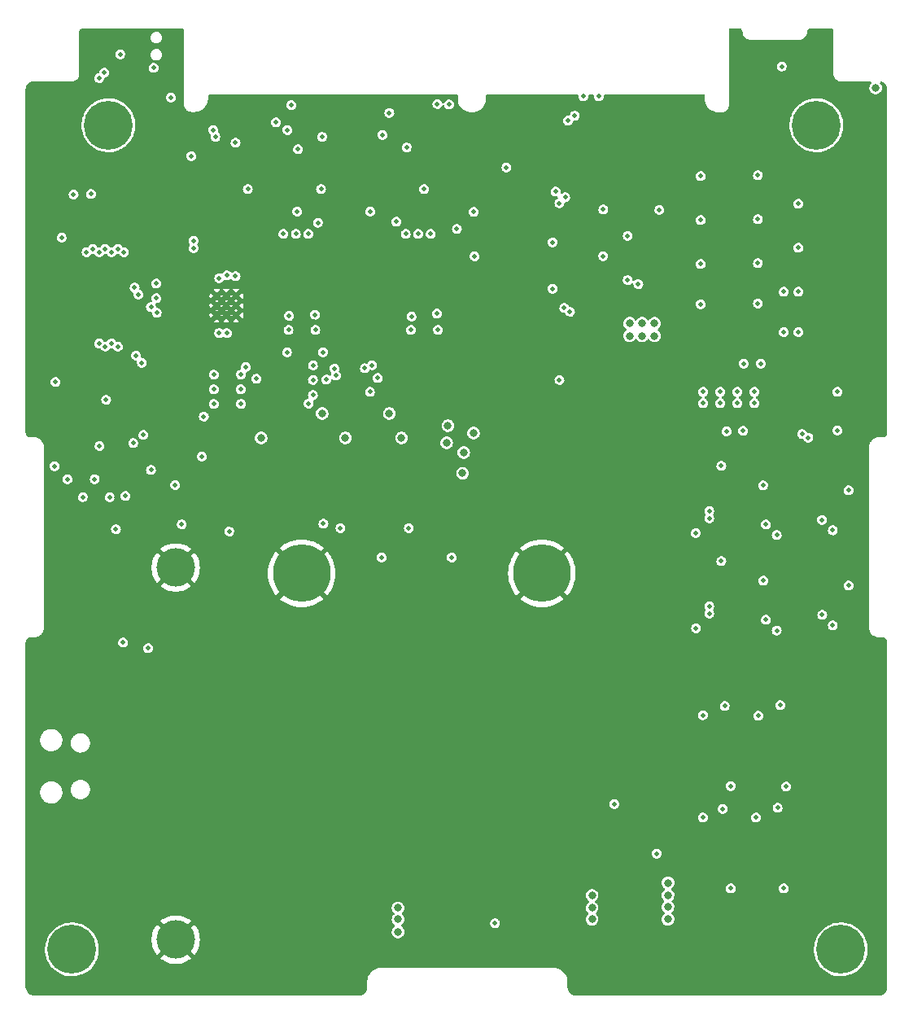
<source format=gbr>
%TF.GenerationSoftware,KiCad,Pcbnew,(6.0.5)*%
%TF.CreationDate,2022-05-20T09:36:28-04:00*%
%TF.ProjectId,FP Interface Card,46502049-6e74-4657-9266-616365204361,rev?*%
%TF.SameCoordinates,Original*%
%TF.FileFunction,Copper,L5,Inr*%
%TF.FilePolarity,Positive*%
%FSLAX46Y46*%
G04 Gerber Fmt 4.6, Leading zero omitted, Abs format (unit mm)*
G04 Created by KiCad (PCBNEW (6.0.5)) date 2022-05-20 09:36:28*
%MOMM*%
%LPD*%
G01*
G04 APERTURE LIST*
%TA.AperFunction,ComponentPad*%
%ADD10C,5.080000*%
%TD*%
%TA.AperFunction,ComponentPad*%
%ADD11C,4.000000*%
%TD*%
%TA.AperFunction,ComponentPad*%
%ADD12C,6.000000*%
%TD*%
%TA.AperFunction,ComponentPad*%
%ADD13C,0.500000*%
%TD*%
%TA.AperFunction,ViaPad*%
%ADD14C,0.800000*%
%TD*%
%TA.AperFunction,ViaPad*%
%ADD15C,0.508000*%
%TD*%
G04 APERTURE END LIST*
D10*
%TO.N,/CHS*%
%TO.C,H2*%
X122690000Y-74540000D03*
%TD*%
%TO.N,/CHS*%
%TO.C,H1*%
X49030000Y-74540000D03*
%TD*%
%TO.N,/CHS*%
%TO.C,H3*%
X125230000Y-160270000D03*
%TD*%
%TO.N,/CHS*%
%TO.C,H4*%
X45230000Y-160270000D03*
%TD*%
D11*
%TO.N,GND*%
%TO.C,U24*%
X56026000Y-159260000D03*
D12*
X69126000Y-121160000D03*
D11*
X56026000Y-120560000D03*
D12*
X94126000Y-121160000D03*
%TD*%
D13*
%TO.N,GND*%
%TO.C,U11*%
X61300200Y-94305400D03*
X62300200Y-92305400D03*
X60300200Y-92305400D03*
X62300200Y-93305400D03*
X61300200Y-93305400D03*
X62300200Y-94305400D03*
X60300200Y-94305400D03*
X61300200Y-92305400D03*
X60300200Y-93305400D03*
%TD*%
D14*
%TO.N,/CHS*%
X128850000Y-70650000D03*
D15*
%TO.N,/Magnetotorquer Drivers/Y_Drive*%
X69824200Y-85857400D03*
X70520400Y-94245200D03*
%TO.N,/H1-40*%
X103050000Y-86050000D03*
X96833831Y-74066169D03*
%TO.N,/5V_USB*%
X50246500Y-67179000D03*
X57650000Y-77750000D03*
X48579694Y-69078418D03*
X95550000Y-81450000D03*
X90433831Y-78933831D03*
%TO.N,/H1-39*%
X97550000Y-73550000D03*
X103050000Y-90650000D03*
%TO.N,Net-(C10-Pad1)*%
X119080500Y-68449000D03*
%TO.N,/H2-22*%
X80050000Y-76850000D03*
X89250000Y-157550000D03*
X62250000Y-76350000D03*
X53739000Y-68576000D03*
%TO.N,/H1-8*%
X106350000Y-83350000D03*
X68050000Y-72450000D03*
%TO.N,/H1-6*%
X66449998Y-74250004D03*
X113150000Y-134950000D03*
%TO.N,/H1-11*%
X48050000Y-69650000D03*
X60150000Y-75750000D03*
X71250000Y-75750000D03*
X101650000Y-145150000D03*
%TO.N,/H1-7*%
X95950000Y-101050000D03*
X68750000Y-77050000D03*
X55525000Y-71675000D03*
%TO.N,/H1-5*%
X67650000Y-75050000D03*
X59950000Y-75050000D03*
X118650000Y-145550000D03*
%TO.N,GND*%
X109518000Y-119884000D03*
X65552200Y-77623400D03*
X71012700Y-82129400D03*
X44805200Y-97563400D03*
X110037000Y-111985000D03*
X47076200Y-105116400D03*
X113525292Y-113425292D03*
X60665200Y-88987400D03*
X68090000Y-111505000D03*
X68387200Y-98004400D03*
X44155200Y-97563400D03*
D14*
X113950005Y-159249999D03*
D15*
X49878200Y-113236400D03*
X70468147Y-88150000D03*
X91233820Y-72333820D03*
X79956200Y-94000000D03*
D14*
X48050000Y-148850000D03*
D15*
X74122500Y-103033000D03*
D14*
X60750000Y-133550000D03*
D15*
X72150000Y-104050000D03*
X85279200Y-88150000D03*
D14*
X86150000Y-133550000D03*
D15*
X71302600Y-97024000D03*
X71785200Y-98803900D03*
X76980000Y-108835000D03*
X67224200Y-94000000D03*
X76286200Y-80732400D03*
X83206200Y-88250000D03*
X82643200Y-98004400D03*
X124872000Y-79879000D03*
X66728000Y-159628000D03*
X77625000Y-103250000D03*
X101750000Y-147550000D03*
X63392700Y-82129400D03*
X119649400Y-72510400D03*
X116604000Y-68385500D03*
X124897000Y-103501000D03*
X61173200Y-86574400D03*
D14*
X60750000Y-148850000D03*
D15*
X124847000Y-89023000D03*
X54467200Y-111962200D03*
X122190000Y-91959000D03*
X104050000Y-72000000D03*
X50632200Y-103348600D03*
X122192000Y-111756000D03*
X50650000Y-97250000D03*
X100336418Y-100450003D03*
X56450000Y-70150000D03*
X70630000Y-113661000D03*
X74440000Y-116455000D03*
X113492800Y-117344000D03*
X45447200Y-87403400D03*
X57881600Y-114270200D03*
X89600000Y-72350000D03*
X103599000Y-148240000D03*
X77107000Y-98727000D03*
X117759000Y-119757000D03*
X69961200Y-98004400D03*
X129050000Y-158746000D03*
X110139000Y-124075000D03*
X73172200Y-77623400D03*
X64280000Y-111420000D03*
D14*
X112050009Y-159249999D03*
D15*
X61173200Y-87336400D03*
D14*
X73450000Y-133550000D03*
D15*
X123245000Y-112518000D03*
X128923000Y-74545000D03*
X87025200Y-80752400D03*
X83939200Y-77643400D03*
X81726700Y-82129400D03*
X76980000Y-111505000D03*
X122190000Y-87387000D03*
X73170000Y-111420000D03*
X104714500Y-88815000D03*
D14*
X86150000Y-148850000D03*
D15*
X124872000Y-84451000D03*
X52405500Y-69846000D03*
X75329000Y-118741000D03*
X54416800Y-105636600D03*
X81169200Y-98004400D03*
X115524500Y-70989000D03*
X42436000Y-74418000D03*
X90444000Y-159860000D03*
X121854000Y-100936000D03*
D14*
X100336420Y-111490345D03*
D15*
X123245000Y-122424000D03*
X65550000Y-116455000D03*
X41400600Y-86293200D03*
X53040500Y-67331400D03*
X118604000Y-100936000D03*
X52664200Y-103348600D03*
X124872000Y-93214000D03*
X82441000Y-118741000D03*
X104413000Y-84215000D03*
X116133000Y-121941000D03*
X110037000Y-121941000D03*
X41293000Y-158873000D03*
X116133000Y-111985000D03*
X47350000Y-109650000D03*
X110164000Y-114169000D03*
X113492800Y-127250000D03*
D14*
X73450000Y-148850000D03*
D15*
X109518000Y-109978000D03*
X64546200Y-98821000D03*
X121212650Y-68298666D03*
X64446000Y-103683000D03*
X56694800Y-113103600D03*
X81552000Y-116455000D03*
D14*
X48024000Y-133550000D03*
D15*
X113466000Y-123390600D03*
X80282000Y-111420000D03*
X45399800Y-108316800D03*
X76612000Y-96695000D03*
X84092000Y-111505000D03*
X122190000Y-82800000D03*
X122190000Y-96150000D03*
X66883500Y-102906000D03*
X84092000Y-108835000D03*
X117759000Y-109851000D03*
X64063600Y-97043000D03*
X86250000Y-159486000D03*
X48481200Y-66163000D03*
X122192000Y-121662000D03*
X58711400Y-116810200D03*
D14*
X89750000Y-141250000D03*
D15*
%TO.N,/H1-19*%
X78250000Y-73250000D03*
X118930754Y-134883872D03*
%TO.N,/H1-20*%
X77550000Y-75550000D03*
X112950000Y-145650000D03*
%TO.N,+5V*%
X87025200Y-83546400D03*
X83250000Y-72350000D03*
X80497200Y-95832400D03*
X106075000Y-150301000D03*
X113770611Y-143278402D03*
X83315200Y-95832400D03*
D14*
X79150000Y-158450000D03*
D15*
X67765200Y-95832400D03*
X70818400Y-84699800D03*
D14*
X79150000Y-157150000D03*
D15*
X68666200Y-83526400D03*
D14*
X99350000Y-157150000D03*
D15*
X87120800Y-88174600D03*
D14*
X99350000Y-155950000D03*
X79150000Y-155950000D03*
D15*
X119290611Y-153932402D03*
X76261200Y-83526400D03*
X113774611Y-153932402D03*
X119532611Y-143332402D03*
D14*
X99350000Y-154650000D03*
D15*
X78981600Y-84572200D03*
X70558200Y-95832400D03*
%TO.N,+3V3*%
X117162000Y-121929000D03*
X120808000Y-91867000D03*
X110648000Y-84401000D03*
X110164000Y-126869000D03*
X112680000Y-103451000D03*
X112680000Y-102281000D03*
X110902000Y-102281000D03*
X110648000Y-88973000D03*
X126039000Y-112518000D03*
X120808000Y-87295000D03*
X61589800Y-116810200D03*
X84473000Y-72386000D03*
X48788200Y-103099600D03*
X100506000Y-88150000D03*
X124872000Y-106295000D03*
X126039000Y-122424000D03*
X124872000Y-102281000D03*
X117137000Y-112023000D03*
X43520200Y-101246400D03*
X110902000Y-103451000D03*
X110648000Y-93164000D03*
X116236000Y-103451000D03*
X77033700Y-100837261D03*
X116396611Y-146566402D03*
X120808000Y-96058000D03*
X120808000Y-82723000D03*
X116638611Y-135966402D03*
X44145400Y-86243200D03*
X57871200Y-86574400D03*
X43408400Y-110003400D03*
X57871200Y-87336400D03*
X100513561Y-83302547D03*
X114458000Y-102281000D03*
X110648000Y-79829000D03*
X112794000Y-109978000D03*
X116236000Y-102281000D03*
X64418189Y-100900000D03*
X112794000Y-119884000D03*
X71700000Y-101000000D03*
X110139000Y-116963000D03*
X110880611Y-146566402D03*
X114458000Y-103451000D03*
X110876611Y-135912402D03*
%TO.N,/SDA_SYS*%
X116602000Y-79752000D03*
X98450000Y-71550000D03*
X116602000Y-88896000D03*
%TO.N,/SCL_SYS*%
X116602000Y-93087000D03*
X100050000Y-71550000D03*
X116602000Y-84324000D03*
%TO.N,/Magnetotorquer Drivers/2.5V_Vref*%
X60550000Y-96159580D03*
X77450000Y-119503000D03*
X60550000Y-90450000D03*
X56650000Y-116050000D03*
X71392000Y-115982000D03*
X84750000Y-119503000D03*
X58950000Y-104850000D03*
%TO.N,/Magnetotorquer Drivers/2.5V_ADCout*%
X58750000Y-108997000D03*
X52664200Y-106767400D03*
%TO.N,/Magnetotorquer Drivers/X_Drive*%
X67802600Y-94372200D03*
X67224200Y-85857400D03*
%TO.N,/Magnetotorquer Drivers/Z_drive*%
X79956200Y-85857400D03*
X80550000Y-94450000D03*
D14*
%TO.N,/Y+*%
X78250000Y-104517000D03*
X87013000Y-106549000D03*
%TO.N,/X+*%
X85997000Y-108581000D03*
X71265000Y-104517000D03*
%TO.N,/X-*%
X85870000Y-110740000D03*
X64915000Y-107057000D03*
%TO.N,/Y-*%
X84219000Y-107565000D03*
X73678000Y-107057000D03*
%TO.N,/Z-*%
X79520000Y-107057000D03*
X84346000Y-105787000D03*
D15*
%TO.N,/SCL_Magnetotorquers*%
X47218837Y-81699447D03*
X95950000Y-82650000D03*
X44753600Y-111364200D03*
X53450000Y-93450000D03*
%TO.N,/SDA_Magnetotorquers*%
X46353600Y-113238200D03*
X96550000Y-82050000D03*
X45400000Y-81750000D03*
X54050000Y-94050000D03*
%TO.N,/SCL_IMU*%
X121204000Y-106661000D03*
X97050000Y-93950000D03*
X53150000Y-128950000D03*
X119284000Y-96058000D03*
%TO.N,/SDA_IMU*%
X96450000Y-93550000D03*
X121850000Y-107050000D03*
X50550000Y-128350000D03*
X119284000Y-91867000D03*
%TO.N,/Magnetotorquer Drivers/~{DRV_SLP_Y}*%
X49997200Y-87403400D03*
X67600000Y-98179800D03*
%TO.N,Net-(R1-Pad2)*%
X70301762Y-99523162D03*
%TO.N,/Magnetotorquer Drivers/DRV_PH_Y*%
X63300000Y-99700000D03*
X50005200Y-97563400D03*
%TO.N,Net-(R2-Pad2)*%
X70300000Y-101050000D03*
%TO.N,/Magnetotorquer Drivers/DRV_EN_Y*%
X50650000Y-87750000D03*
X69850000Y-103500000D03*
%TO.N,Net-(R3-Pad2)*%
X70300000Y-102600000D03*
%TO.N,/IMU/SCL_IMU1*%
X118558000Y-117181000D03*
X123280511Y-115582689D03*
X111537000Y-114677000D03*
X116903000Y-99342000D03*
%TO.N,/IMU/SDA_IMU1*%
X111537000Y-115439000D03*
X115125000Y-99342000D03*
X117439000Y-116062000D03*
X124392000Y-116681000D03*
%TO.N,/IMU/SCL_IMU2*%
X111537000Y-124583000D03*
X113347000Y-106390000D03*
X123295300Y-125468000D03*
X118558000Y-127097000D03*
%TO.N,/IMU/SDA_IMU2*%
X111537000Y-125345000D03*
X117439000Y-125978000D03*
X115061500Y-106326500D03*
X124392000Y-126564700D03*
%TO.N,/Magnetotorquer Drivers/~{DAC_LAT0}*%
X54011200Y-92543400D03*
%TO.N,/Magnetotorquer Drivers/~{DAC_LAT1}*%
X54011200Y-91019400D03*
%TO.N,/Magnetotorquer Drivers/~{AMP_SHDN_XY}*%
X51750000Y-91450000D03*
X68524200Y-85857400D03*
%TO.N,/Magnetotorquer Drivers/Y_sen*%
X73170000Y-116455000D03*
X49807200Y-116558400D03*
%TO.N,/Magnetotorquer Drivers/Z_sen*%
X55966200Y-111974400D03*
X80282000Y-116455000D03*
%TO.N,Net-(R39-Pad2)*%
X85279200Y-85320800D03*
%TO.N,/Magnetotorquer Drivers/~{ADC_RST}*%
X51900000Y-98500000D03*
X46750000Y-87750000D03*
%TO.N,/Magnetotorquer Drivers/~{AMP_SHDN_Z}*%
X52150000Y-92150000D03*
X81256200Y-85857400D03*
%TO.N,/Magnetotorquer Drivers/ADC_ALERT{slash}BUSY*%
X47397200Y-87403400D03*
X52500000Y-99250000D03*
%TO.N,Net-(R43-Pad2)*%
X53450000Y-110400000D03*
%TO.N,Net-(R45-Pad2)*%
X49150000Y-113250000D03*
%TO.N,Net-(R46-Pad2)*%
X47600000Y-111350000D03*
%TO.N,/Magnetotorquer Drivers/~{DRV_SLP_X}*%
X60000000Y-100475800D03*
X49350000Y-97250000D03*
%TO.N,Net-(R59-Pad2)*%
X62816289Y-100476335D03*
%TO.N,/Magnetotorquer Drivers/DRV_PH_X*%
X60000000Y-102000000D03*
X48050000Y-97250000D03*
%TO.N,Net-(R60-Pad2)*%
X62800000Y-102000000D03*
%TO.N,/Magnetotorquer Drivers/DRV_EN_X*%
X48705200Y-97563400D03*
X60000000Y-103523800D03*
%TO.N,Net-(R61-Pad2)*%
X62819637Y-103520067D03*
%TO.N,/Magnetotorquer Drivers/~{DRV_SLP_Z}*%
X48047200Y-87750000D03*
X71350000Y-98150000D03*
%TO.N,Net-(R62-Pad2)*%
X76450000Y-99500000D03*
%TO.N,/Magnetotorquer Drivers/DRV_PH_Z*%
X72550000Y-99850000D03*
X49347200Y-87750000D03*
%TO.N,Net-(R63-Pad2)*%
X75702756Y-99828097D03*
%TO.N,/Magnetotorquer Drivers/DRV_EN_Z*%
X72691272Y-100575482D03*
X48697200Y-87403400D03*
%TO.N,Net-(R64-Pad2)*%
X76235983Y-102285519D03*
%TO.N,/Magnetotorquer Drivers/X_Vs_2.5V*%
X61350000Y-90150000D03*
X63525200Y-81179400D03*
%TO.N,/Magnetotorquer Drivers/Y_Vs_2.5V*%
X61350000Y-96159580D03*
X71145200Y-81179400D03*
%TO.N,/Magnetotorquer Drivers/Z_Vs_2.5V*%
X81859200Y-81179400D03*
X62250000Y-90250000D03*
%TO.N,Net-(U14-Pad12)*%
X51600000Y-107600000D03*
X50800000Y-113100000D03*
%TO.N,Net-(R41-Pad2)*%
X48100000Y-107900000D03*
%TO.N,/Magnetotorquer Drivers/unused*%
X83206200Y-94149400D03*
X82556200Y-85857400D03*
D14*
%TO.N,/PAYLOAD_5V*%
X107250000Y-155850000D03*
X107250000Y-157150000D03*
X107250000Y-154650000D03*
X107250000Y-153350000D03*
%TO.N,5V_RF*%
X103250001Y-96450011D03*
D15*
X95238000Y-91550000D03*
D14*
X105850000Y-96450000D03*
D15*
X104159000Y-91073000D03*
X95238000Y-86724000D03*
D14*
X103250000Y-95150000D03*
X105850000Y-95150000D03*
X104550000Y-95150000D03*
X104550000Y-96450000D03*
%TD*%
%TA.AperFunction,Conductor*%
%TO.N,GND*%
G36*
X114645489Y-64462397D02*
G01*
X114658394Y-64464964D01*
X114670330Y-64462590D01*
X114686063Y-64463621D01*
X114689679Y-64464097D01*
X114731357Y-64469584D01*
X114763131Y-64478098D01*
X114815792Y-64499912D01*
X114844279Y-64516360D01*
X114889502Y-64551063D01*
X114912763Y-64574327D01*
X114947459Y-64619551D01*
X114963903Y-64648037D01*
X114975923Y-64677062D01*
X114984088Y-64696776D01*
X114985713Y-64700701D01*
X114994225Y-64732481D01*
X115000150Y-64777530D01*
X115001226Y-64793626D01*
X115001226Y-64793744D01*
X114998898Y-64805441D01*
X114998904Y-64805472D01*
X114998898Y-64805503D01*
X115000487Y-64813488D01*
X115001217Y-64820892D01*
X115001217Y-64820896D01*
X115002942Y-64838386D01*
X115016216Y-64973008D01*
X115039514Y-65049787D01*
X115063289Y-65128134D01*
X115065091Y-65134074D01*
X115068005Y-65139525D01*
X115068006Y-65139527D01*
X115131734Y-65258733D01*
X115144446Y-65282511D01*
X115251232Y-65412617D01*
X115256010Y-65416538D01*
X115376566Y-65515470D01*
X115376569Y-65515472D01*
X115381347Y-65519393D01*
X115386800Y-65522307D01*
X115386802Y-65522309D01*
X115474917Y-65569406D01*
X115529791Y-65598736D01*
X115535714Y-65600533D01*
X115535717Y-65600534D01*
X115684938Y-65645801D01*
X115684942Y-65645802D01*
X115690860Y-65647597D01*
X115697013Y-65648203D01*
X115697017Y-65648204D01*
X115758501Y-65654261D01*
X115849894Y-65663265D01*
X115858367Y-65664951D01*
X115871265Y-65662386D01*
X115895841Y-65659966D01*
X120820903Y-65659966D01*
X120845487Y-65662388D01*
X120858376Y-65664952D01*
X120866752Y-65663286D01*
X120874420Y-65662531D01*
X120874421Y-65662531D01*
X120926284Y-65657424D01*
X121025891Y-65647616D01*
X121186969Y-65598756D01*
X121233680Y-65573789D01*
X121329957Y-65522329D01*
X121329961Y-65522326D01*
X121335419Y-65519409D01*
X121465535Y-65412624D01*
X121469461Y-65407840D01*
X121469465Y-65407836D01*
X121568386Y-65287296D01*
X121572318Y-65282505D01*
X121576573Y-65274545D01*
X121648746Y-65139510D01*
X121648746Y-65139509D01*
X121651662Y-65134054D01*
X121700519Y-64972975D01*
X121714080Y-64835227D01*
X121715420Y-64821621D01*
X121715420Y-64821620D01*
X121716173Y-64813971D01*
X121717862Y-64805484D01*
X121717860Y-64805475D01*
X121717863Y-64805460D01*
X121715483Y-64793500D01*
X121716513Y-64777862D01*
X121717004Y-64774139D01*
X121722486Y-64732509D01*
X121730999Y-64700740D01*
X121752823Y-64648056D01*
X121769266Y-64619577D01*
X121803982Y-64574334D01*
X121827237Y-64551080D01*
X121872473Y-64516369D01*
X121900955Y-64499924D01*
X121953638Y-64478100D01*
X121985406Y-64469586D01*
X122030701Y-64463621D01*
X122046440Y-64462589D01*
X122058383Y-64464964D01*
X122071270Y-64462400D01*
X122095857Y-64459978D01*
X122740010Y-64459978D01*
X122740030Y-64459979D01*
X122740040Y-64459981D01*
X124127621Y-64459981D01*
X124152201Y-64462402D01*
X124152923Y-64462546D01*
X124152925Y-64462546D01*
X124165097Y-64464967D01*
X124175597Y-64462878D01*
X124191080Y-64464097D01*
X124242463Y-64472236D01*
X124279957Y-64484419D01*
X124331965Y-64510920D01*
X124363857Y-64534093D01*
X124382089Y-64552328D01*
X124405130Y-64575372D01*
X124428299Y-64607267D01*
X124454795Y-64659278D01*
X124466975Y-64696776D01*
X124475172Y-64748570D01*
X124476365Y-64763758D01*
X124474299Y-64774139D01*
X124476719Y-64786312D01*
X124476867Y-64787058D01*
X124479285Y-64811623D01*
X124479285Y-69186660D01*
X124476862Y-69211251D01*
X124474299Y-69224131D01*
X124476718Y-69236300D01*
X124476718Y-69237653D01*
X124477744Y-69244575D01*
X124482705Y-69294984D01*
X124489967Y-69368779D01*
X124491763Y-69374701D01*
X124514839Y-69450789D01*
X124532150Y-69507871D01*
X124536131Y-69515319D01*
X124593676Y-69622988D01*
X124600661Y-69636058D01*
X124692865Y-69748416D01*
X124805219Y-69840624D01*
X124933404Y-69909139D01*
X124939327Y-69910935D01*
X124939328Y-69910936D01*
X124946984Y-69913258D01*
X125072494Y-69951327D01*
X125196883Y-69963573D01*
X125203562Y-69964563D01*
X125204969Y-69964563D01*
X125217141Y-69966983D01*
X125229309Y-69964562D01*
X125229314Y-69964562D01*
X125230026Y-69964420D01*
X125254615Y-69961997D01*
X128306889Y-69961997D01*
X128375010Y-69981999D01*
X128421503Y-70035655D01*
X128431607Y-70105929D01*
X128402113Y-70170509D01*
X128389719Y-70182945D01*
X128365766Y-70203841D01*
X128365762Y-70203846D01*
X128360039Y-70208838D01*
X128268950Y-70338444D01*
X128264446Y-70349996D01*
X128216387Y-70473262D01*
X128211406Y-70486037D01*
X128210414Y-70493570D01*
X128210414Y-70493571D01*
X128192059Y-70632996D01*
X128190729Y-70643096D01*
X128199421Y-70721824D01*
X128207077Y-70791167D01*
X128208113Y-70800553D01*
X128210723Y-70807684D01*
X128210723Y-70807686D01*
X128224529Y-70845411D01*
X128262553Y-70949319D01*
X128350908Y-71080805D01*
X128356527Y-71085918D01*
X128356528Y-71085919D01*
X128441100Y-71162873D01*
X128468076Y-71187419D01*
X128607293Y-71263008D01*
X128760522Y-71303207D01*
X128844477Y-71304526D01*
X128911319Y-71305576D01*
X128911322Y-71305576D01*
X128918916Y-71305695D01*
X129073332Y-71270329D01*
X129143742Y-71234917D01*
X129208072Y-71202563D01*
X129208075Y-71202561D01*
X129214855Y-71199151D01*
X129220626Y-71194222D01*
X129220629Y-71194220D01*
X129329536Y-71101204D01*
X129329536Y-71101203D01*
X129335314Y-71096269D01*
X129427755Y-70967624D01*
X129486842Y-70820641D01*
X129509162Y-70663807D01*
X129509307Y-70650000D01*
X129508448Y-70642897D01*
X129491188Y-70500273D01*
X129490276Y-70492733D01*
X129434280Y-70344546D01*
X129344553Y-70213992D01*
X129338882Y-70208939D01*
X129338596Y-70208615D01*
X129308550Y-70144290D01*
X129318051Y-70073932D01*
X129364082Y-70019879D01*
X129432028Y-69999294D01*
X129469685Y-70004715D01*
X129529903Y-70022982D01*
X129552717Y-70032432D01*
X129676706Y-70098707D01*
X129677507Y-70099135D01*
X129698037Y-70112853D01*
X129807423Y-70202623D01*
X129824876Y-70220076D01*
X129825020Y-70220251D01*
X129914645Y-70329459D01*
X129928367Y-70349995D01*
X129948653Y-70387947D01*
X129995065Y-70474776D01*
X130004518Y-70497596D01*
X130045592Y-70632996D01*
X130050411Y-70657220D01*
X130062330Y-70778204D01*
X130062937Y-70790557D01*
X130062937Y-70798208D01*
X130060516Y-70810381D01*
X130062937Y-70822551D01*
X130062937Y-70822552D01*
X130063081Y-70823276D01*
X130065502Y-70847859D01*
X130065502Y-106460723D01*
X130063081Y-106485302D01*
X130060516Y-106498199D01*
X130062937Y-106510370D01*
X130062937Y-106513886D01*
X130062145Y-106527994D01*
X130054367Y-106597025D01*
X130048090Y-106624527D01*
X130019931Y-106705001D01*
X130007692Y-106730415D01*
X129987985Y-106761779D01*
X129962334Y-106802602D01*
X129944742Y-106824661D01*
X129884464Y-106884939D01*
X129862405Y-106902531D01*
X129790217Y-106947890D01*
X129764797Y-106960132D01*
X129684333Y-106988288D01*
X129656826Y-106994567D01*
X129621486Y-106998549D01*
X129587823Y-107002342D01*
X129573716Y-107003134D01*
X129570175Y-107003134D01*
X129558001Y-107000712D01*
X129545104Y-107003277D01*
X129520525Y-107005698D01*
X129214479Y-107005698D01*
X129189900Y-107003277D01*
X129177003Y-107000712D01*
X129167068Y-107002688D01*
X129161981Y-107003133D01*
X129161301Y-107003133D01*
X129160226Y-107003287D01*
X128999815Y-107017320D01*
X128976337Y-107023611D01*
X128833321Y-107061932D01*
X128833316Y-107061934D01*
X128828012Y-107063355D01*
X128761249Y-107094487D01*
X128672568Y-107135839D01*
X128666812Y-107138523D01*
X128521114Y-107240541D01*
X128395345Y-107366310D01*
X128392197Y-107370806D01*
X128392196Y-107370807D01*
X128299444Y-107503269D01*
X128293325Y-107512007D01*
X128291004Y-107516984D01*
X128291003Y-107516986D01*
X128286137Y-107527422D01*
X128218156Y-107673207D01*
X128172121Y-107845010D01*
X128167310Y-107900000D01*
X128158084Y-108005450D01*
X128157937Y-108006479D01*
X128157937Y-108007132D01*
X128157485Y-108012298D01*
X128155516Y-108022197D01*
X128157937Y-108034367D01*
X128158081Y-108035091D01*
X128160502Y-108059673D01*
X128160502Y-126755321D01*
X128158081Y-126779900D01*
X128155516Y-126792797D01*
X128157485Y-126802696D01*
X128157937Y-126807862D01*
X128157937Y-126808515D01*
X128158084Y-126809544D01*
X128172121Y-126969985D01*
X128173545Y-126975298D01*
X128173545Y-126975300D01*
X128209429Y-127109221D01*
X128218155Y-127141789D01*
X128220478Y-127146770D01*
X128220478Y-127146771D01*
X128290998Y-127298003D01*
X128291001Y-127298008D01*
X128293324Y-127302990D01*
X128296480Y-127307497D01*
X128296481Y-127307499D01*
X128350240Y-127384274D01*
X128395343Y-127448688D01*
X128521112Y-127574457D01*
X128525620Y-127577614D01*
X128525623Y-127577616D01*
X128567288Y-127606790D01*
X128666810Y-127676476D01*
X128671792Y-127678799D01*
X128671797Y-127678802D01*
X128823029Y-127749322D01*
X128828011Y-127751645D01*
X128833319Y-127753067D01*
X128833321Y-127753068D01*
X128994500Y-127796255D01*
X128999815Y-127797679D01*
X129125672Y-127808690D01*
X129160256Y-127811716D01*
X129161285Y-127811863D01*
X129161938Y-127811863D01*
X129167104Y-127812315D01*
X129177003Y-127814284D01*
X129189900Y-127811719D01*
X129214479Y-127809298D01*
X129520525Y-127809298D01*
X129545104Y-127811719D01*
X129558001Y-127814284D01*
X129570172Y-127811863D01*
X129573688Y-127811863D01*
X129587794Y-127812655D01*
X129602253Y-127814284D01*
X129656825Y-127820433D01*
X129684329Y-127826710D01*
X129764801Y-127854869D01*
X129790218Y-127867110D01*
X129862403Y-127912467D01*
X129884462Y-127930059D01*
X129944741Y-127990338D01*
X129962333Y-128012397D01*
X130000550Y-128073218D01*
X130007690Y-128084582D01*
X130019931Y-128109999D01*
X130048089Y-128190468D01*
X130054368Y-128217978D01*
X130062145Y-128287006D01*
X130062937Y-128301112D01*
X130062937Y-128304628D01*
X130060516Y-128316799D01*
X130062937Y-128328969D01*
X130063081Y-128329693D01*
X130065502Y-128354275D01*
X130065502Y-164118722D01*
X130063081Y-164143301D01*
X130060516Y-164156198D01*
X130062937Y-164168369D01*
X130062937Y-164180010D01*
X130062458Y-164190991D01*
X130053637Y-164291825D01*
X130052193Y-164308326D01*
X130048379Y-164329956D01*
X130011709Y-164466811D01*
X130004197Y-164487450D01*
X129944318Y-164615860D01*
X129933336Y-164634881D01*
X129852070Y-164750941D01*
X129837953Y-164767765D01*
X129737768Y-164867951D01*
X129720944Y-164882068D01*
X129604878Y-164963339D01*
X129585869Y-164974314D01*
X129490427Y-165018820D01*
X129457453Y-165034196D01*
X129436815Y-165041707D01*
X129299960Y-165078378D01*
X129278332Y-165082192D01*
X129183241Y-165090512D01*
X129161032Y-165092455D01*
X129150048Y-165092934D01*
X129138375Y-165092934D01*
X129126202Y-165090512D01*
X129113305Y-165093077D01*
X129088726Y-165095498D01*
X97769278Y-165095498D01*
X97744699Y-165093077D01*
X97731802Y-165090512D01*
X97719631Y-165092933D01*
X97707990Y-165092933D01*
X97697009Y-165092454D01*
X97667122Y-165089839D01*
X97579672Y-165082188D01*
X97558049Y-165078376D01*
X97421191Y-165041705D01*
X97400551Y-165034193D01*
X97272141Y-164974314D01*
X97253120Y-164963332D01*
X97137057Y-164882064D01*
X97120233Y-164867946D01*
X97020054Y-164767767D01*
X97005936Y-164750943D01*
X96924668Y-164634880D01*
X96913686Y-164615859D01*
X96853807Y-164487449D01*
X96846295Y-164466810D01*
X96823962Y-164383462D01*
X96809624Y-164329951D01*
X96805811Y-164308325D01*
X96804368Y-164291825D01*
X96795546Y-164190991D01*
X96795067Y-164180010D01*
X96795067Y-164168369D01*
X96797488Y-164156198D01*
X96794923Y-164143301D01*
X96792502Y-164118722D01*
X96792502Y-163660274D01*
X96794923Y-163635692D01*
X96797488Y-163622798D01*
X96796647Y-163618572D01*
X96779094Y-163395533D01*
X96725875Y-163173865D01*
X96676255Y-163054072D01*
X96640531Y-162967825D01*
X96640529Y-162967821D01*
X96638636Y-162963251D01*
X96519523Y-162768877D01*
X96371471Y-162595529D01*
X96198123Y-162447477D01*
X96003749Y-162328364D01*
X95999179Y-162326471D01*
X95999175Y-162326469D01*
X95797712Y-162243021D01*
X95793135Y-162241125D01*
X95571467Y-162187906D01*
X95455688Y-162178794D01*
X95361392Y-162171373D01*
X95361391Y-162171373D01*
X95348428Y-162170353D01*
X95344202Y-162169512D01*
X95331305Y-162172077D01*
X95306726Y-162174498D01*
X77449278Y-162174498D01*
X77424699Y-162172077D01*
X77411802Y-162169512D01*
X77407543Y-162170359D01*
X77395594Y-162171299D01*
X77395593Y-162171299D01*
X77270226Y-162181166D01*
X77184538Y-162187910D01*
X77179731Y-162189064D01*
X77179725Y-162189065D01*
X77038560Y-162222956D01*
X76962870Y-162241127D01*
X76958299Y-162243020D01*
X76958297Y-162243021D01*
X76756830Y-162326471D01*
X76756826Y-162326473D01*
X76752256Y-162328366D01*
X76557882Y-162447478D01*
X76554122Y-162450690D01*
X76554117Y-162450693D01*
X76388301Y-162592313D01*
X76388298Y-162592316D01*
X76384534Y-162595531D01*
X76381323Y-162599291D01*
X76381319Y-162599295D01*
X76261021Y-162740145D01*
X76236481Y-162768878D01*
X76117368Y-162963251D01*
X76030129Y-163173865D01*
X75976910Y-163395533D01*
X75959357Y-163618572D01*
X75958516Y-163622798D01*
X75961081Y-163635692D01*
X75963502Y-163660274D01*
X75963502Y-164118722D01*
X75961081Y-164143301D01*
X75958516Y-164156198D01*
X75960937Y-164168369D01*
X75960937Y-164180010D01*
X75960458Y-164190991D01*
X75951637Y-164291825D01*
X75950193Y-164308326D01*
X75946379Y-164329956D01*
X75909709Y-164466811D01*
X75902197Y-164487450D01*
X75842318Y-164615860D01*
X75831336Y-164634881D01*
X75750070Y-164750941D01*
X75735953Y-164767765D01*
X75635768Y-164867951D01*
X75618944Y-164882068D01*
X75502878Y-164963339D01*
X75483869Y-164974314D01*
X75388427Y-165018820D01*
X75355453Y-165034196D01*
X75334815Y-165041707D01*
X75197960Y-165078378D01*
X75176332Y-165082192D01*
X75081241Y-165090512D01*
X75059032Y-165092455D01*
X75048048Y-165092934D01*
X75036375Y-165092934D01*
X75024202Y-165090512D01*
X75011305Y-165093077D01*
X74986726Y-165095498D01*
X60522336Y-165095497D01*
X41317352Y-165095495D01*
X41308547Y-165094343D01*
X41308504Y-165095021D01*
X41296125Y-165094231D01*
X41284131Y-165091039D01*
X41271832Y-165092680D01*
X41260202Y-165091937D01*
X41249276Y-165090759D01*
X41132425Y-165072978D01*
X41111083Y-165067794D01*
X40976441Y-165022346D01*
X40956325Y-165013536D01*
X40831612Y-164945393D01*
X40813332Y-164933223D01*
X40702355Y-164844466D01*
X40686463Y-164829305D01*
X40632308Y-164767765D01*
X40592580Y-164722619D01*
X40579567Y-164704934D01*
X40505636Y-164583567D01*
X40495888Y-164563885D01*
X40444160Y-164431533D01*
X40437978Y-164410459D01*
X40410015Y-164271125D01*
X40407587Y-164249295D01*
X40405957Y-164180010D01*
X40404807Y-164131116D01*
X40405028Y-164120132D01*
X40405769Y-164108522D01*
X40408961Y-164096528D01*
X40405599Y-164071322D01*
X40404493Y-164054664D01*
X40404494Y-160182074D01*
X42432145Y-160182074D01*
X42440581Y-160504234D01*
X42485990Y-160823290D01*
X42567768Y-161135011D01*
X42684834Y-161435268D01*
X42686531Y-161438473D01*
X42797739Y-161648508D01*
X42835634Y-161720080D01*
X42837684Y-161723063D01*
X42837686Y-161723066D01*
X43016113Y-161982679D01*
X43016119Y-161982686D01*
X43018170Y-161985671D01*
X43020558Y-161988408D01*
X43180657Y-162171934D01*
X43230022Y-162228523D01*
X43468384Y-162445415D01*
X43730094Y-162633473D01*
X44011685Y-162790205D01*
X44309425Y-162913532D01*
X44312919Y-162914527D01*
X44312921Y-162914528D01*
X44615865Y-163000824D01*
X44615870Y-163000825D01*
X44619366Y-163001821D01*
X44801894Y-163031711D01*
X44933819Y-163053315D01*
X44933826Y-163053316D01*
X44937400Y-163053901D01*
X45259313Y-163069083D01*
X45263611Y-163068790D01*
X45577205Y-163047411D01*
X45577212Y-163047410D01*
X45580837Y-163047163D01*
X45584413Y-163046500D01*
X45584415Y-163046500D01*
X45894146Y-162989095D01*
X45894150Y-162989094D01*
X45897711Y-162988434D01*
X46205735Y-162893673D01*
X46500827Y-162764138D01*
X46779074Y-162601543D01*
X46908515Y-162504356D01*
X47033881Y-162410228D01*
X47033885Y-162410225D01*
X47036788Y-162408045D01*
X47270555Y-162186209D01*
X47477276Y-161938974D01*
X47654209Y-161669618D01*
X47770464Y-161438473D01*
X47797385Y-161384947D01*
X47797388Y-161384939D01*
X47799012Y-161381711D01*
X47859066Y-161217605D01*
X47863318Y-161205987D01*
X54444721Y-161205987D01*
X54453548Y-161217605D01*
X54676281Y-161379430D01*
X54682961Y-161383670D01*
X54952572Y-161531890D01*
X54959707Y-161535247D01*
X55245770Y-161648508D01*
X55253296Y-161650953D01*
X55551279Y-161727462D01*
X55559050Y-161728945D01*
X55864278Y-161767503D01*
X55872169Y-161768000D01*
X56179831Y-161768000D01*
X56187722Y-161767503D01*
X56492950Y-161728945D01*
X56500721Y-161727462D01*
X56798704Y-161650953D01*
X56806230Y-161648508D01*
X57092293Y-161535247D01*
X57099428Y-161531890D01*
X57369039Y-161383670D01*
X57375719Y-161379430D01*
X57598823Y-161217336D01*
X57607246Y-161206413D01*
X57600342Y-161193552D01*
X56038812Y-159632022D01*
X56024868Y-159624408D01*
X56023035Y-159624539D01*
X56016420Y-159628790D01*
X54451334Y-161193876D01*
X54444721Y-161205987D01*
X47863318Y-161205987D01*
X47908515Y-161082480D01*
X47908518Y-161082471D01*
X47909763Y-161079068D01*
X47910608Y-161075546D01*
X47910611Y-161075538D01*
X47984149Y-160769231D01*
X47984150Y-160769227D01*
X47984996Y-160765702D01*
X48016637Y-160504234D01*
X48023376Y-160448544D01*
X48023376Y-160448538D01*
X48023712Y-160445765D01*
X48029236Y-160270000D01*
X48024122Y-160181309D01*
X48010894Y-159951884D01*
X48010893Y-159951879D01*
X48010685Y-159948264D01*
X47955277Y-159630792D01*
X47931068Y-159549062D01*
X47917596Y-159503584D01*
X47863747Y-159321793D01*
X47862326Y-159318462D01*
X47862323Y-159318453D01*
X47839079Y-159263958D01*
X53513290Y-159263958D01*
X53532607Y-159570994D01*
X53533600Y-159578855D01*
X53591246Y-159881046D01*
X53593217Y-159888723D01*
X53688284Y-160181309D01*
X53691199Y-160188672D01*
X53822189Y-160467041D01*
X53826001Y-160473974D01*
X53990851Y-160733736D01*
X53995495Y-160740129D01*
X54070497Y-160830790D01*
X54083014Y-160839245D01*
X54093752Y-160833038D01*
X55653978Y-159272812D01*
X55660356Y-159261132D01*
X56390408Y-159261132D01*
X56390539Y-159262965D01*
X56394790Y-159269580D01*
X57957145Y-160831935D01*
X57970407Y-160839177D01*
X57980512Y-160831988D01*
X58056505Y-160740129D01*
X58061149Y-160733736D01*
X58225999Y-160473974D01*
X58229811Y-160467041D01*
X58360801Y-160188672D01*
X58363413Y-160182074D01*
X122432145Y-160182074D01*
X122440581Y-160504234D01*
X122485990Y-160823290D01*
X122567768Y-161135011D01*
X122684834Y-161435268D01*
X122686531Y-161438473D01*
X122797739Y-161648508D01*
X122835634Y-161720080D01*
X122837684Y-161723063D01*
X122837686Y-161723066D01*
X123016113Y-161982679D01*
X123016119Y-161982686D01*
X123018170Y-161985671D01*
X123020558Y-161988408D01*
X123180657Y-162171934D01*
X123230022Y-162228523D01*
X123468384Y-162445415D01*
X123730094Y-162633473D01*
X124011685Y-162790205D01*
X124309425Y-162913532D01*
X124312919Y-162914527D01*
X124312921Y-162914528D01*
X124615865Y-163000824D01*
X124615870Y-163000825D01*
X124619366Y-163001821D01*
X124801894Y-163031711D01*
X124933819Y-163053315D01*
X124933826Y-163053316D01*
X124937400Y-163053901D01*
X125259313Y-163069083D01*
X125263611Y-163068790D01*
X125577205Y-163047411D01*
X125577212Y-163047410D01*
X125580837Y-163047163D01*
X125584413Y-163046500D01*
X125584415Y-163046500D01*
X125894146Y-162989095D01*
X125894150Y-162989094D01*
X125897711Y-162988434D01*
X126205735Y-162893673D01*
X126500827Y-162764138D01*
X126779074Y-162601543D01*
X126908515Y-162504356D01*
X127033881Y-162410228D01*
X127033885Y-162410225D01*
X127036788Y-162408045D01*
X127270555Y-162186209D01*
X127477276Y-161938974D01*
X127654209Y-161669618D01*
X127770464Y-161438473D01*
X127797385Y-161384947D01*
X127797388Y-161384939D01*
X127799012Y-161381711D01*
X127859066Y-161217605D01*
X127908515Y-161082480D01*
X127908518Y-161082471D01*
X127909763Y-161079068D01*
X127910608Y-161075546D01*
X127910611Y-161075538D01*
X127984149Y-160769231D01*
X127984150Y-160769227D01*
X127984996Y-160765702D01*
X128016637Y-160504234D01*
X128023376Y-160448544D01*
X128023376Y-160448538D01*
X128023712Y-160445765D01*
X128029236Y-160270000D01*
X128024122Y-160181309D01*
X128010894Y-159951884D01*
X128010893Y-159951879D01*
X128010685Y-159948264D01*
X127955277Y-159630792D01*
X127931068Y-159549062D01*
X127917596Y-159503584D01*
X127863747Y-159321793D01*
X127862326Y-159318462D01*
X127862323Y-159318453D01*
X127738731Y-159028695D01*
X127737309Y-159025361D01*
X127577637Y-158745427D01*
X127386848Y-158485700D01*
X127167472Y-158249623D01*
X127164718Y-158247271D01*
X127164714Y-158247267D01*
X127037298Y-158138444D01*
X126922416Y-158040325D01*
X126919413Y-158038307D01*
X126919405Y-158038301D01*
X126726405Y-157908611D01*
X126654927Y-157860580D01*
X126651718Y-157858924D01*
X126651710Y-157858919D01*
X126371772Y-157714433D01*
X126371773Y-157714433D01*
X126368552Y-157712771D01*
X126365171Y-157711493D01*
X126365161Y-157711489D01*
X126179126Y-157641193D01*
X126067086Y-157598856D01*
X125754525Y-157520346D01*
X125619727Y-157502599D01*
X125438615Y-157478755D01*
X125438607Y-157478754D01*
X125435011Y-157478281D01*
X125301144Y-157476178D01*
X125116422Y-157473276D01*
X125116418Y-157473276D01*
X125112780Y-157473219D01*
X125109166Y-157473580D01*
X125109160Y-157473580D01*
X124884221Y-157496032D01*
X124792103Y-157505227D01*
X124477230Y-157573881D01*
X124473803Y-157575054D01*
X124473797Y-157575056D01*
X124175765Y-157677095D01*
X124175760Y-157677097D01*
X124172334Y-157678270D01*
X124169066Y-157679829D01*
X124169058Y-157679832D01*
X124020965Y-157750469D01*
X123881458Y-157817011D01*
X123878379Y-157818942D01*
X123878378Y-157818943D01*
X123849156Y-157837274D01*
X123608455Y-157988265D01*
X123605621Y-157990535D01*
X123605616Y-157990539D01*
X123519383Y-158059625D01*
X123356946Y-158189762D01*
X123130262Y-158418832D01*
X122931410Y-158672438D01*
X122763024Y-158947219D01*
X122761497Y-158950509D01*
X122761492Y-158950518D01*
X122689461Y-159105695D01*
X122627336Y-159239532D01*
X122526146Y-159545504D01*
X122525410Y-159549059D01*
X122525409Y-159549062D01*
X122508229Y-159632022D01*
X122460793Y-159861079D01*
X122432145Y-160182074D01*
X58363413Y-160182074D01*
X58363716Y-160181309D01*
X58458783Y-159888723D01*
X58460754Y-159881046D01*
X58518400Y-159578855D01*
X58519393Y-159570994D01*
X58538710Y-159263958D01*
X58538710Y-159256042D01*
X58519393Y-158949006D01*
X58518400Y-158941145D01*
X58460754Y-158638954D01*
X58458783Y-158631277D01*
X58397639Y-158443096D01*
X78490729Y-158443096D01*
X78508113Y-158600553D01*
X78510723Y-158607684D01*
X78510723Y-158607686D01*
X78522166Y-158638954D01*
X78562553Y-158749319D01*
X78650908Y-158880805D01*
X78656527Y-158885918D01*
X78656528Y-158885919D01*
X78662343Y-158891210D01*
X78768076Y-158987419D01*
X78907293Y-159063008D01*
X79060522Y-159103207D01*
X79144477Y-159104526D01*
X79211319Y-159105576D01*
X79211322Y-159105576D01*
X79218916Y-159105695D01*
X79373332Y-159070329D01*
X79469013Y-159022207D01*
X79508072Y-159002563D01*
X79508075Y-159002561D01*
X79514855Y-158999151D01*
X79520626Y-158994222D01*
X79520629Y-158994220D01*
X79629536Y-158901204D01*
X79629536Y-158901203D01*
X79635314Y-158896269D01*
X79727755Y-158767624D01*
X79786842Y-158620641D01*
X79809162Y-158463807D01*
X79809307Y-158450000D01*
X79790276Y-158292733D01*
X79734280Y-158144546D01*
X79674406Y-158057428D01*
X79648855Y-158020251D01*
X79648854Y-158020249D01*
X79644553Y-158013992D01*
X79526275Y-157908611D01*
X79519559Y-157905055D01*
X79517238Y-157903442D01*
X79472713Y-157848142D01*
X79465155Y-157777549D01*
X79496962Y-157714075D01*
X79514112Y-157699525D01*
X79514855Y-157699151D01*
X79635314Y-157596269D01*
X79673071Y-157543724D01*
X88736309Y-157543724D01*
X88737473Y-157552626D01*
X88737473Y-157552629D01*
X88743518Y-157598856D01*
X88755195Y-157688152D01*
X88758809Y-157696365D01*
X88758810Y-157696369D01*
X88791354Y-157770329D01*
X88813859Y-157821474D01*
X88819634Y-157828344D01*
X88819635Y-157828346D01*
X88848428Y-157862599D01*
X88907583Y-157932973D01*
X88915060Y-157937950D01*
X89021361Y-158008710D01*
X89021363Y-158008711D01*
X89028834Y-158013684D01*
X89167864Y-158057121D01*
X89313498Y-158059790D01*
X89392317Y-158038301D01*
X89445363Y-158023839D01*
X89445364Y-158023839D01*
X89454026Y-158021477D01*
X89462359Y-158016361D01*
X89570502Y-157949961D01*
X89578154Y-157945263D01*
X89584774Y-157937950D01*
X89669873Y-157843934D01*
X89669874Y-157843933D01*
X89675901Y-157837274D01*
X89684783Y-157818943D01*
X89735495Y-157714272D01*
X89735495Y-157714271D01*
X89739410Y-157706191D01*
X89757617Y-157597972D01*
X89762770Y-157567344D01*
X89762770Y-157567341D01*
X89763576Y-157562552D01*
X89763729Y-157550000D01*
X89752785Y-157473580D01*
X89744354Y-157414706D01*
X89744353Y-157414703D01*
X89743080Y-157405813D01*
X89739362Y-157397635D01*
X89686508Y-157281390D01*
X89686507Y-157281388D01*
X89682792Y-157273218D01*
X89587713Y-157162873D01*
X89557201Y-157143096D01*
X98690729Y-157143096D01*
X98699421Y-157221825D01*
X98705411Y-157276076D01*
X98708113Y-157300553D01*
X98710723Y-157307684D01*
X98710723Y-157307686D01*
X98749887Y-157414706D01*
X98762553Y-157449319D01*
X98766789Y-157455622D01*
X98766789Y-157455623D01*
X98841863Y-157567344D01*
X98850908Y-157580805D01*
X98856527Y-157585918D01*
X98856528Y-157585919D01*
X98867903Y-157596269D01*
X98968076Y-157687419D01*
X99107293Y-157763008D01*
X99260522Y-157803207D01*
X99344477Y-157804526D01*
X99411319Y-157805576D01*
X99411322Y-157805576D01*
X99418916Y-157805695D01*
X99573332Y-157770329D01*
X99643742Y-157734917D01*
X99708072Y-157702563D01*
X99708075Y-157702561D01*
X99714855Y-157699151D01*
X99720626Y-157694222D01*
X99720629Y-157694220D01*
X99829536Y-157601204D01*
X99829536Y-157601203D01*
X99835314Y-157596269D01*
X99927755Y-157467624D01*
X99986842Y-157320641D01*
X100009162Y-157163807D01*
X100009307Y-157150000D01*
X100008472Y-157143096D01*
X106590729Y-157143096D01*
X106599421Y-157221825D01*
X106605411Y-157276076D01*
X106608113Y-157300553D01*
X106610723Y-157307684D01*
X106610723Y-157307686D01*
X106649887Y-157414706D01*
X106662553Y-157449319D01*
X106666789Y-157455622D01*
X106666789Y-157455623D01*
X106741863Y-157567344D01*
X106750908Y-157580805D01*
X106756527Y-157585918D01*
X106756528Y-157585919D01*
X106767903Y-157596269D01*
X106868076Y-157687419D01*
X107007293Y-157763008D01*
X107160522Y-157803207D01*
X107244477Y-157804526D01*
X107311319Y-157805576D01*
X107311322Y-157805576D01*
X107318916Y-157805695D01*
X107473332Y-157770329D01*
X107543742Y-157734917D01*
X107608072Y-157702563D01*
X107608075Y-157702561D01*
X107614855Y-157699151D01*
X107620626Y-157694222D01*
X107620629Y-157694220D01*
X107729536Y-157601204D01*
X107729536Y-157601203D01*
X107735314Y-157596269D01*
X107827755Y-157467624D01*
X107886842Y-157320641D01*
X107909162Y-157163807D01*
X107909307Y-157150000D01*
X107890276Y-156992733D01*
X107834280Y-156844546D01*
X107744553Y-156713992D01*
X107626275Y-156608611D01*
X107619559Y-156605055D01*
X107617238Y-156603442D01*
X107572713Y-156548142D01*
X107565155Y-156477549D01*
X107596962Y-156414075D01*
X107614112Y-156399525D01*
X107614855Y-156399151D01*
X107735314Y-156296269D01*
X107827755Y-156167624D01*
X107886842Y-156020641D01*
X107909162Y-155863807D01*
X107909307Y-155850000D01*
X107890276Y-155692733D01*
X107834280Y-155544546D01*
X107813281Y-155513992D01*
X107748855Y-155420251D01*
X107748854Y-155420249D01*
X107744553Y-155413992D01*
X107738514Y-155408611D01*
X107665802Y-155343828D01*
X107628247Y-155283578D01*
X107629226Y-155212588D01*
X107667791Y-155153940D01*
X107729532Y-155101208D01*
X107729536Y-155101204D01*
X107735314Y-155096269D01*
X107827755Y-154967624D01*
X107886842Y-154820641D01*
X107909162Y-154663807D01*
X107909307Y-154650000D01*
X107890276Y-154492733D01*
X107834280Y-154344546D01*
X107744553Y-154213992D01*
X107723978Y-154195660D01*
X107631945Y-154113663D01*
X107626275Y-154108611D01*
X107619559Y-154105055D01*
X107617238Y-154103442D01*
X107572713Y-154048142D01*
X107565155Y-153977549D01*
X107590923Y-153926126D01*
X113260920Y-153926126D01*
X113262084Y-153935028D01*
X113262084Y-153935031D01*
X113270038Y-153995852D01*
X113279806Y-154070554D01*
X113283420Y-154078767D01*
X113283421Y-154078771D01*
X113298775Y-154113664D01*
X113338470Y-154203876D01*
X113344245Y-154210746D01*
X113344246Y-154210748D01*
X113357349Y-154226336D01*
X113432194Y-154315375D01*
X113439671Y-154320352D01*
X113545972Y-154391112D01*
X113545974Y-154391113D01*
X113553445Y-154396086D01*
X113692475Y-154439523D01*
X113838109Y-154442192D01*
X113908373Y-154423035D01*
X113969974Y-154406241D01*
X113969975Y-154406241D01*
X113978637Y-154403879D01*
X113986970Y-154398763D01*
X114085209Y-154338444D01*
X114102765Y-154327665D01*
X114109385Y-154320352D01*
X114194484Y-154226336D01*
X114194485Y-154226335D01*
X114200512Y-154219676D01*
X114254323Y-154108611D01*
X114260106Y-154096674D01*
X114260106Y-154096673D01*
X114264021Y-154088593D01*
X114288187Y-153944954D01*
X114288340Y-153932402D01*
X114287441Y-153926126D01*
X118776920Y-153926126D01*
X118778084Y-153935028D01*
X118778084Y-153935031D01*
X118786038Y-153995852D01*
X118795806Y-154070554D01*
X118799420Y-154078767D01*
X118799421Y-154078771D01*
X118814775Y-154113664D01*
X118854470Y-154203876D01*
X118860245Y-154210746D01*
X118860246Y-154210748D01*
X118873349Y-154226336D01*
X118948194Y-154315375D01*
X118955671Y-154320352D01*
X119061972Y-154391112D01*
X119061974Y-154391113D01*
X119069445Y-154396086D01*
X119208475Y-154439523D01*
X119354109Y-154442192D01*
X119424373Y-154423035D01*
X119485974Y-154406241D01*
X119485975Y-154406241D01*
X119494637Y-154403879D01*
X119502970Y-154398763D01*
X119601209Y-154338444D01*
X119618765Y-154327665D01*
X119625385Y-154320352D01*
X119710484Y-154226336D01*
X119710485Y-154226335D01*
X119716512Y-154219676D01*
X119770323Y-154108611D01*
X119776106Y-154096674D01*
X119776106Y-154096673D01*
X119780021Y-154088593D01*
X119804187Y-153944954D01*
X119804340Y-153932402D01*
X119797166Y-153882309D01*
X119784965Y-153797108D01*
X119784964Y-153797105D01*
X119783691Y-153788215D01*
X119777455Y-153774500D01*
X119727119Y-153663792D01*
X119727118Y-153663790D01*
X119723403Y-153655620D01*
X119628324Y-153545275D01*
X119506096Y-153466050D01*
X119366545Y-153424316D01*
X119357569Y-153424261D01*
X119357568Y-153424261D01*
X119296255Y-153423887D01*
X119220890Y-153423426D01*
X119080840Y-153463453D01*
X118957653Y-153541178D01*
X118861233Y-153650353D01*
X118857419Y-153658476D01*
X118857418Y-153658478D01*
X118803144Y-153774078D01*
X118799330Y-153782202D01*
X118797950Y-153791067D01*
X118797949Y-153791069D01*
X118783743Y-153882309D01*
X118776920Y-153926126D01*
X114287441Y-153926126D01*
X114281166Y-153882309D01*
X114268965Y-153797108D01*
X114268964Y-153797105D01*
X114267691Y-153788215D01*
X114261455Y-153774500D01*
X114211119Y-153663792D01*
X114211118Y-153663790D01*
X114207403Y-153655620D01*
X114112324Y-153545275D01*
X113990096Y-153466050D01*
X113850545Y-153424316D01*
X113841569Y-153424261D01*
X113841568Y-153424261D01*
X113780255Y-153423887D01*
X113704890Y-153423426D01*
X113564840Y-153463453D01*
X113441653Y-153541178D01*
X113345233Y-153650353D01*
X113341419Y-153658476D01*
X113341418Y-153658478D01*
X113287144Y-153774078D01*
X113283330Y-153782202D01*
X113281950Y-153791067D01*
X113281949Y-153791069D01*
X113267743Y-153882309D01*
X113260920Y-153926126D01*
X107590923Y-153926126D01*
X107596962Y-153914075D01*
X107614112Y-153899525D01*
X107614855Y-153899151D01*
X107735314Y-153796269D01*
X107827755Y-153667624D01*
X107886842Y-153520641D01*
X107895332Y-153460987D01*
X107908581Y-153367891D01*
X107908581Y-153367888D01*
X107909162Y-153363807D01*
X107909307Y-153350000D01*
X107890276Y-153192733D01*
X107834280Y-153044546D01*
X107744553Y-152913992D01*
X107626275Y-152808611D01*
X107618889Y-152804700D01*
X107492988Y-152738039D01*
X107492989Y-152738039D01*
X107486274Y-152734484D01*
X107332633Y-152695892D01*
X107325034Y-152695852D01*
X107325033Y-152695852D01*
X107259181Y-152695507D01*
X107174221Y-152695062D01*
X107166841Y-152696834D01*
X107166839Y-152696834D01*
X107027563Y-152730271D01*
X107027560Y-152730272D01*
X107020184Y-152732043D01*
X106879414Y-152804700D01*
X106760039Y-152908838D01*
X106668950Y-153038444D01*
X106611406Y-153186037D01*
X106590729Y-153343096D01*
X106599421Y-153421824D01*
X106604843Y-153470931D01*
X106608113Y-153500553D01*
X106610723Y-153507684D01*
X106610723Y-153507686D01*
X106625442Y-153547906D01*
X106662553Y-153649319D01*
X106666787Y-153655620D01*
X106666789Y-153655623D01*
X106746388Y-153774078D01*
X106750908Y-153780805D01*
X106756527Y-153785918D01*
X106756528Y-153785919D01*
X106762188Y-153791069D01*
X106868076Y-153887419D01*
X106874749Y-153891042D01*
X106880943Y-153895444D01*
X106879550Y-153897404D01*
X106921572Y-153939233D01*
X106936822Y-154008572D01*
X106912164Y-154075149D01*
X106883505Y-154102588D01*
X106879414Y-154104700D01*
X106760039Y-154208838D01*
X106668950Y-154338444D01*
X106611406Y-154486037D01*
X106590729Y-154643096D01*
X106608113Y-154800553D01*
X106662553Y-154949319D01*
X106750908Y-155080805D01*
X106756527Y-155085918D01*
X106756528Y-155085919D01*
X106834830Y-155157168D01*
X106871753Y-155217809D01*
X106870030Y-155288784D01*
X106832861Y-155345311D01*
X106760039Y-155408838D01*
X106668950Y-155538444D01*
X106666190Y-155545524D01*
X106627583Y-155644546D01*
X106611406Y-155686037D01*
X106610414Y-155693570D01*
X106610414Y-155693571D01*
X106596367Y-155800273D01*
X106590729Y-155843096D01*
X106599421Y-155921825D01*
X106603601Y-155959682D01*
X106608113Y-156000553D01*
X106610723Y-156007684D01*
X106610723Y-156007686D01*
X106654640Y-156127695D01*
X106662553Y-156149319D01*
X106750908Y-156280805D01*
X106756527Y-156285918D01*
X106756528Y-156285919D01*
X106767903Y-156296269D01*
X106868076Y-156387419D01*
X106874749Y-156391042D01*
X106880943Y-156395444D01*
X106879550Y-156397404D01*
X106921572Y-156439233D01*
X106936822Y-156508572D01*
X106912164Y-156575149D01*
X106883505Y-156602588D01*
X106879414Y-156604700D01*
X106760039Y-156708838D01*
X106668950Y-156838444D01*
X106611406Y-156986037D01*
X106610414Y-156993570D01*
X106610414Y-156993571D01*
X106597913Y-157088529D01*
X106590729Y-157143096D01*
X100008472Y-157143096D01*
X99990276Y-156992733D01*
X99934280Y-156844546D01*
X99844553Y-156713992D01*
X99765802Y-156643828D01*
X99728247Y-156583578D01*
X99729226Y-156512588D01*
X99767791Y-156453940D01*
X99829532Y-156401208D01*
X99829535Y-156401205D01*
X99835314Y-156396269D01*
X99927755Y-156267624D01*
X99986842Y-156120641D01*
X100002917Y-156007686D01*
X100008581Y-155967891D01*
X100008581Y-155967888D01*
X100009162Y-155963807D01*
X100009307Y-155950000D01*
X99990276Y-155792733D01*
X99934280Y-155644546D01*
X99870434Y-155551649D01*
X99848855Y-155520251D01*
X99848854Y-155520249D01*
X99844553Y-155513992D01*
X99726275Y-155408611D01*
X99719559Y-155405055D01*
X99717238Y-155403442D01*
X99672713Y-155348142D01*
X99665155Y-155277549D01*
X99696962Y-155214075D01*
X99714112Y-155199525D01*
X99714855Y-155199151D01*
X99835314Y-155096269D01*
X99927755Y-154967624D01*
X99986842Y-154820641D01*
X100009162Y-154663807D01*
X100009307Y-154650000D01*
X99990276Y-154492733D01*
X99934280Y-154344546D01*
X99844553Y-154213992D01*
X99823978Y-154195660D01*
X99731946Y-154113664D01*
X99731945Y-154113663D01*
X99726275Y-154108611D01*
X99718889Y-154104700D01*
X99669917Y-154078771D01*
X99586274Y-154034484D01*
X99432633Y-153995892D01*
X99425034Y-153995852D01*
X99425033Y-153995852D01*
X99359181Y-153995507D01*
X99274221Y-153995062D01*
X99266841Y-153996834D01*
X99266839Y-153996834D01*
X99127563Y-154030271D01*
X99127560Y-154030272D01*
X99120184Y-154032043D01*
X98979414Y-154104700D01*
X98860039Y-154208838D01*
X98768950Y-154338444D01*
X98711406Y-154486037D01*
X98690729Y-154643096D01*
X98708113Y-154800553D01*
X98762553Y-154949319D01*
X98850908Y-155080805D01*
X98856527Y-155085918D01*
X98856528Y-155085919D01*
X98867903Y-155096269D01*
X98968076Y-155187419D01*
X98974749Y-155191042D01*
X98980943Y-155195444D01*
X98979550Y-155197404D01*
X99021572Y-155239233D01*
X99036822Y-155308572D01*
X99012164Y-155375149D01*
X98983505Y-155402588D01*
X98979414Y-155404700D01*
X98860039Y-155508838D01*
X98768950Y-155638444D01*
X98711406Y-155786037D01*
X98710414Y-155793570D01*
X98710414Y-155793571D01*
X98701711Y-155859682D01*
X98690729Y-155943096D01*
X98708113Y-156100553D01*
X98710723Y-156107684D01*
X98710723Y-156107686D01*
X98734917Y-156173798D01*
X98762553Y-156249319D01*
X98850908Y-156380805D01*
X98856527Y-156385918D01*
X98856528Y-156385919D01*
X98934830Y-156457168D01*
X98971753Y-156517809D01*
X98970030Y-156588784D01*
X98932861Y-156645311D01*
X98860039Y-156708838D01*
X98768950Y-156838444D01*
X98711406Y-156986037D01*
X98710414Y-156993570D01*
X98710414Y-156993571D01*
X98697913Y-157088529D01*
X98690729Y-157143096D01*
X89557201Y-157143096D01*
X89465485Y-157083648D01*
X89325934Y-157041914D01*
X89316958Y-157041859D01*
X89316957Y-157041859D01*
X89255644Y-157041485D01*
X89180279Y-157041024D01*
X89040229Y-157081051D01*
X88917042Y-157158776D01*
X88820622Y-157267951D01*
X88816808Y-157276074D01*
X88816807Y-157276076D01*
X88792572Y-157327695D01*
X88758719Y-157399800D01*
X88757339Y-157408665D01*
X88757338Y-157408667D01*
X88746508Y-157478224D01*
X88736309Y-157543724D01*
X79673071Y-157543724D01*
X79727755Y-157467624D01*
X79786842Y-157320641D01*
X79809162Y-157163807D01*
X79809307Y-157150000D01*
X79790276Y-156992733D01*
X79734280Y-156844546D01*
X79644553Y-156713992D01*
X79565802Y-156643828D01*
X79528247Y-156583578D01*
X79529226Y-156512588D01*
X79567791Y-156453940D01*
X79629532Y-156401208D01*
X79629535Y-156401205D01*
X79635314Y-156396269D01*
X79727755Y-156267624D01*
X79786842Y-156120641D01*
X79802917Y-156007686D01*
X79808581Y-155967891D01*
X79808581Y-155967888D01*
X79809162Y-155963807D01*
X79809307Y-155950000D01*
X79790276Y-155792733D01*
X79734280Y-155644546D01*
X79670434Y-155551649D01*
X79648855Y-155520251D01*
X79648854Y-155520249D01*
X79644553Y-155513992D01*
X79526275Y-155408611D01*
X79518889Y-155404700D01*
X79480565Y-155384409D01*
X79386274Y-155334484D01*
X79232633Y-155295892D01*
X79225034Y-155295852D01*
X79225033Y-155295852D01*
X79159181Y-155295507D01*
X79074221Y-155295062D01*
X79066841Y-155296834D01*
X79066839Y-155296834D01*
X78927563Y-155330271D01*
X78927560Y-155330272D01*
X78920184Y-155332043D01*
X78779414Y-155404700D01*
X78660039Y-155508838D01*
X78568950Y-155638444D01*
X78511406Y-155786037D01*
X78510414Y-155793570D01*
X78510414Y-155793571D01*
X78501711Y-155859682D01*
X78490729Y-155943096D01*
X78508113Y-156100553D01*
X78510723Y-156107684D01*
X78510723Y-156107686D01*
X78534917Y-156173798D01*
X78562553Y-156249319D01*
X78650908Y-156380805D01*
X78656527Y-156385918D01*
X78656528Y-156385919D01*
X78734830Y-156457168D01*
X78771753Y-156517809D01*
X78770030Y-156588784D01*
X78732861Y-156645311D01*
X78660039Y-156708838D01*
X78568950Y-156838444D01*
X78511406Y-156986037D01*
X78510414Y-156993570D01*
X78510414Y-156993571D01*
X78497913Y-157088529D01*
X78490729Y-157143096D01*
X78499421Y-157221825D01*
X78505411Y-157276076D01*
X78508113Y-157300553D01*
X78510723Y-157307684D01*
X78510723Y-157307686D01*
X78549887Y-157414706D01*
X78562553Y-157449319D01*
X78566789Y-157455622D01*
X78566789Y-157455623D01*
X78641863Y-157567344D01*
X78650908Y-157580805D01*
X78656527Y-157585918D01*
X78656528Y-157585919D01*
X78667903Y-157596269D01*
X78768076Y-157687419D01*
X78774749Y-157691042D01*
X78780943Y-157695444D01*
X78779550Y-157697404D01*
X78821572Y-157739233D01*
X78836822Y-157808572D01*
X78812164Y-157875149D01*
X78783505Y-157902588D01*
X78779414Y-157904700D01*
X78660039Y-158008838D01*
X78568950Y-158138444D01*
X78511406Y-158286037D01*
X78510414Y-158293570D01*
X78510414Y-158293571D01*
X78494263Y-158416254D01*
X78490729Y-158443096D01*
X58397639Y-158443096D01*
X58363716Y-158338691D01*
X58360801Y-158331328D01*
X58229811Y-158052959D01*
X58225999Y-158046026D01*
X58061149Y-157786264D01*
X58056505Y-157779871D01*
X57981503Y-157689210D01*
X57968986Y-157680755D01*
X57958248Y-157686962D01*
X56398022Y-159247188D01*
X56390408Y-159261132D01*
X55660356Y-159261132D01*
X55661592Y-159258868D01*
X55661461Y-159257035D01*
X55657210Y-159250420D01*
X54094855Y-157688065D01*
X54081593Y-157680823D01*
X54071488Y-157688012D01*
X53995495Y-157779871D01*
X53990851Y-157786264D01*
X53826001Y-158046026D01*
X53822189Y-158052959D01*
X53691199Y-158331328D01*
X53688284Y-158338691D01*
X53593217Y-158631277D01*
X53591246Y-158638954D01*
X53533600Y-158941145D01*
X53532607Y-158949006D01*
X53513290Y-159256042D01*
X53513290Y-159263958D01*
X47839079Y-159263958D01*
X47738731Y-159028695D01*
X47737309Y-159025361D01*
X47577637Y-158745427D01*
X47386848Y-158485700D01*
X47167472Y-158249623D01*
X47164718Y-158247271D01*
X47164714Y-158247267D01*
X47037298Y-158138444D01*
X46922416Y-158040325D01*
X46919413Y-158038307D01*
X46919405Y-158038301D01*
X46726405Y-157908611D01*
X46654927Y-157860580D01*
X46651718Y-157858924D01*
X46651710Y-157858919D01*
X46371772Y-157714433D01*
X46371773Y-157714433D01*
X46368552Y-157712771D01*
X46365171Y-157711493D01*
X46365161Y-157711489D01*
X46179126Y-157641193D01*
X46067086Y-157598856D01*
X45754525Y-157520346D01*
X45619727Y-157502599D01*
X45438615Y-157478755D01*
X45438607Y-157478754D01*
X45435011Y-157478281D01*
X45301144Y-157476178D01*
X45116422Y-157473276D01*
X45116418Y-157473276D01*
X45112780Y-157473219D01*
X45109166Y-157473580D01*
X45109160Y-157473580D01*
X44884221Y-157496032D01*
X44792103Y-157505227D01*
X44477230Y-157573881D01*
X44473803Y-157575054D01*
X44473797Y-157575056D01*
X44175765Y-157677095D01*
X44175760Y-157677097D01*
X44172334Y-157678270D01*
X44169066Y-157679829D01*
X44169058Y-157679832D01*
X44020965Y-157750469D01*
X43881458Y-157817011D01*
X43878379Y-157818942D01*
X43878378Y-157818943D01*
X43849156Y-157837274D01*
X43608455Y-157988265D01*
X43605621Y-157990535D01*
X43605616Y-157990539D01*
X43519383Y-158059625D01*
X43356946Y-158189762D01*
X43130262Y-158418832D01*
X42931410Y-158672438D01*
X42763024Y-158947219D01*
X42761497Y-158950509D01*
X42761492Y-158950518D01*
X42689461Y-159105695D01*
X42627336Y-159239532D01*
X42526146Y-159545504D01*
X42525410Y-159549059D01*
X42525409Y-159549062D01*
X42508229Y-159632022D01*
X42460793Y-159861079D01*
X42432145Y-160182074D01*
X40404494Y-160182074D01*
X40404495Y-157313587D01*
X54444754Y-157313587D01*
X54451658Y-157326448D01*
X56013188Y-158887978D01*
X56027132Y-158895592D01*
X56028965Y-158895461D01*
X56035580Y-158891210D01*
X57600666Y-157326124D01*
X57607279Y-157314013D01*
X57598452Y-157302395D01*
X57375719Y-157140570D01*
X57369039Y-157136330D01*
X57099428Y-156988110D01*
X57092293Y-156984753D01*
X56806230Y-156871492D01*
X56798704Y-156869047D01*
X56500721Y-156792538D01*
X56492950Y-156791055D01*
X56187722Y-156752497D01*
X56179831Y-156752000D01*
X55872169Y-156752000D01*
X55864278Y-156752497D01*
X55559050Y-156791055D01*
X55551279Y-156792538D01*
X55253296Y-156869047D01*
X55245770Y-156871492D01*
X54959707Y-156984753D01*
X54952572Y-156988110D01*
X54682961Y-157136330D01*
X54676281Y-157140570D01*
X54453177Y-157302664D01*
X54444754Y-157313587D01*
X40404495Y-157313587D01*
X40404497Y-150294724D01*
X105561309Y-150294724D01*
X105562473Y-150303626D01*
X105562473Y-150303629D01*
X105574096Y-150392514D01*
X105580195Y-150439152D01*
X105583809Y-150447365D01*
X105583810Y-150447369D01*
X105584237Y-150448339D01*
X105638859Y-150572474D01*
X105644634Y-150579344D01*
X105644635Y-150579346D01*
X105652140Y-150588274D01*
X105732583Y-150683973D01*
X105740060Y-150688950D01*
X105846361Y-150759710D01*
X105846363Y-150759711D01*
X105853834Y-150764684D01*
X105992864Y-150808121D01*
X106138498Y-150810790D01*
X106208762Y-150791634D01*
X106270363Y-150774839D01*
X106270364Y-150774839D01*
X106279026Y-150772477D01*
X106287359Y-150767361D01*
X106395502Y-150700961D01*
X106403154Y-150696263D01*
X106409774Y-150688950D01*
X106494873Y-150594934D01*
X106494874Y-150594933D01*
X106500901Y-150588274D01*
X106564410Y-150457191D01*
X106588576Y-150313552D01*
X106588729Y-150301000D01*
X106568080Y-150156813D01*
X106564362Y-150148635D01*
X106511508Y-150032390D01*
X106511507Y-150032388D01*
X106507792Y-150024218D01*
X106412713Y-149913873D01*
X106290485Y-149834648D01*
X106150934Y-149792914D01*
X106141958Y-149792859D01*
X106141957Y-149792859D01*
X106080644Y-149792485D01*
X106005279Y-149792024D01*
X105865229Y-149832051D01*
X105742042Y-149909776D01*
X105645622Y-150018951D01*
X105583719Y-150150800D01*
X105561309Y-150294724D01*
X40404497Y-150294724D01*
X40404498Y-146560126D01*
X110366920Y-146560126D01*
X110368084Y-146569028D01*
X110368084Y-146569031D01*
X110379707Y-146657916D01*
X110385806Y-146704554D01*
X110389420Y-146712767D01*
X110389421Y-146712771D01*
X110389848Y-146713741D01*
X110444470Y-146837876D01*
X110450245Y-146844746D01*
X110450246Y-146844748D01*
X110457751Y-146853676D01*
X110538194Y-146949375D01*
X110545671Y-146954352D01*
X110651972Y-147025112D01*
X110651974Y-147025113D01*
X110659445Y-147030086D01*
X110798475Y-147073523D01*
X110944109Y-147076192D01*
X111014373Y-147057035D01*
X111075974Y-147040241D01*
X111075975Y-147040241D01*
X111084637Y-147037879D01*
X111092970Y-147032763D01*
X111201113Y-146966363D01*
X111208765Y-146961665D01*
X111215385Y-146954352D01*
X111300484Y-146860336D01*
X111300485Y-146860335D01*
X111306512Y-146853676D01*
X111370021Y-146722593D01*
X111394187Y-146578954D01*
X111394340Y-146566402D01*
X111393441Y-146560126D01*
X115882920Y-146560126D01*
X115884084Y-146569028D01*
X115884084Y-146569031D01*
X115895707Y-146657916D01*
X115901806Y-146704554D01*
X115905420Y-146712767D01*
X115905421Y-146712771D01*
X115905848Y-146713741D01*
X115960470Y-146837876D01*
X115966245Y-146844746D01*
X115966246Y-146844748D01*
X115973751Y-146853676D01*
X116054194Y-146949375D01*
X116061671Y-146954352D01*
X116167972Y-147025112D01*
X116167974Y-147025113D01*
X116175445Y-147030086D01*
X116314475Y-147073523D01*
X116460109Y-147076192D01*
X116530373Y-147057035D01*
X116591974Y-147040241D01*
X116591975Y-147040241D01*
X116600637Y-147037879D01*
X116608970Y-147032763D01*
X116717113Y-146966363D01*
X116724765Y-146961665D01*
X116731385Y-146954352D01*
X116816484Y-146860336D01*
X116816485Y-146860335D01*
X116822512Y-146853676D01*
X116886021Y-146722593D01*
X116910187Y-146578954D01*
X116910340Y-146566402D01*
X116889691Y-146422215D01*
X116885973Y-146414037D01*
X116833119Y-146297792D01*
X116833118Y-146297790D01*
X116829403Y-146289620D01*
X116734324Y-146179275D01*
X116612096Y-146100050D01*
X116472545Y-146058316D01*
X116463569Y-146058261D01*
X116463568Y-146058261D01*
X116402255Y-146057887D01*
X116326890Y-146057426D01*
X116186840Y-146097453D01*
X116179253Y-146102240D01*
X116179251Y-146102241D01*
X116112988Y-146144050D01*
X116063653Y-146175178D01*
X115967233Y-146284353D01*
X115905330Y-146416202D01*
X115882920Y-146560126D01*
X111393441Y-146560126D01*
X111373691Y-146422215D01*
X111369973Y-146414037D01*
X111317119Y-146297792D01*
X111317118Y-146297790D01*
X111313403Y-146289620D01*
X111218324Y-146179275D01*
X111096096Y-146100050D01*
X110956545Y-146058316D01*
X110947569Y-146058261D01*
X110947568Y-146058261D01*
X110886255Y-146057887D01*
X110810890Y-146057426D01*
X110670840Y-146097453D01*
X110663253Y-146102240D01*
X110663251Y-146102241D01*
X110596988Y-146144050D01*
X110547653Y-146175178D01*
X110451233Y-146284353D01*
X110389330Y-146416202D01*
X110366920Y-146560126D01*
X40404498Y-146560126D01*
X40404498Y-145143724D01*
X101136309Y-145143724D01*
X101137473Y-145152626D01*
X101137473Y-145152629D01*
X101141816Y-145185839D01*
X101155195Y-145288152D01*
X101158809Y-145296365D01*
X101158810Y-145296369D01*
X101193883Y-145376076D01*
X101213859Y-145421474D01*
X101219634Y-145428344D01*
X101219635Y-145428346D01*
X101279698Y-145499800D01*
X101307583Y-145532973D01*
X101315060Y-145537950D01*
X101421361Y-145608710D01*
X101421363Y-145608711D01*
X101428834Y-145613684D01*
X101567864Y-145657121D01*
X101713498Y-145659790D01*
X101772426Y-145643724D01*
X112436309Y-145643724D01*
X112437473Y-145652626D01*
X112437473Y-145652629D01*
X112443193Y-145696369D01*
X112455195Y-145788152D01*
X112458809Y-145796365D01*
X112458810Y-145796369D01*
X112479740Y-145843934D01*
X112513859Y-145921474D01*
X112519634Y-145928344D01*
X112519635Y-145928346D01*
X112599905Y-146023839D01*
X112607583Y-146032973D01*
X112615060Y-146037950D01*
X112721361Y-146108710D01*
X112721363Y-146108711D01*
X112728834Y-146113684D01*
X112867864Y-146157121D01*
X113013498Y-146159790D01*
X113083762Y-146140633D01*
X113145363Y-146123839D01*
X113145364Y-146123839D01*
X113154026Y-146121477D01*
X113162359Y-146116361D01*
X113256984Y-146058261D01*
X113278154Y-146045263D01*
X113284774Y-146037950D01*
X113369873Y-145943934D01*
X113369874Y-145943933D01*
X113375901Y-145937274D01*
X113381317Y-145926097D01*
X113435495Y-145814272D01*
X113435495Y-145814271D01*
X113439410Y-145806191D01*
X113463576Y-145662552D01*
X113463729Y-145650000D01*
X113449408Y-145550000D01*
X113448509Y-145543724D01*
X118136309Y-145543724D01*
X118137473Y-145552626D01*
X118137473Y-145552629D01*
X118144807Y-145608710D01*
X118155195Y-145688152D01*
X118158809Y-145696365D01*
X118158810Y-145696369D01*
X118159237Y-145697339D01*
X118213859Y-145821474D01*
X118219634Y-145828344D01*
X118219635Y-145828346D01*
X118227140Y-145837274D01*
X118307583Y-145932973D01*
X118315060Y-145937950D01*
X118421361Y-146008710D01*
X118421363Y-146008711D01*
X118428834Y-146013684D01*
X118567864Y-146057121D01*
X118713498Y-146059790D01*
X118811860Y-146032973D01*
X118845363Y-146023839D01*
X118845364Y-146023839D01*
X118854026Y-146021477D01*
X118862359Y-146016361D01*
X118970502Y-145949961D01*
X118978154Y-145945263D01*
X118984774Y-145937950D01*
X119069873Y-145843934D01*
X119069874Y-145843933D01*
X119075901Y-145837274D01*
X119087046Y-145814272D01*
X119135495Y-145714272D01*
X119135495Y-145714271D01*
X119139410Y-145706191D01*
X119154523Y-145616361D01*
X119162770Y-145567344D01*
X119162770Y-145567341D01*
X119163576Y-145562552D01*
X119163729Y-145550000D01*
X119156230Y-145497635D01*
X119144354Y-145414706D01*
X119144353Y-145414703D01*
X119143080Y-145405813D01*
X119139362Y-145397635D01*
X119086508Y-145281390D01*
X119086507Y-145281388D01*
X119082792Y-145273218D01*
X118987713Y-145162873D01*
X118865485Y-145083648D01*
X118725934Y-145041914D01*
X118716958Y-145041859D01*
X118716957Y-145041859D01*
X118655644Y-145041485D01*
X118580279Y-145041024D01*
X118440229Y-145081051D01*
X118432642Y-145085838D01*
X118432640Y-145085839D01*
X118410989Y-145099500D01*
X118317042Y-145158776D01*
X118220622Y-145267951D01*
X118216808Y-145276074D01*
X118216807Y-145276076D01*
X118206824Y-145297339D01*
X118158719Y-145399800D01*
X118157339Y-145408665D01*
X118157338Y-145408667D01*
X118139054Y-145526097D01*
X118136309Y-145543724D01*
X113448509Y-145543724D01*
X113444354Y-145514706D01*
X113444353Y-145514703D01*
X113443080Y-145505813D01*
X113439362Y-145497635D01*
X113386508Y-145381390D01*
X113386507Y-145381388D01*
X113382792Y-145373218D01*
X113287713Y-145262873D01*
X113165485Y-145183648D01*
X113025934Y-145141914D01*
X113016958Y-145141859D01*
X113016957Y-145141859D01*
X112955644Y-145141485D01*
X112880279Y-145141024D01*
X112740229Y-145181051D01*
X112617042Y-145258776D01*
X112520622Y-145367951D01*
X112516808Y-145376074D01*
X112516807Y-145376076D01*
X112491870Y-145429190D01*
X112458719Y-145499800D01*
X112457339Y-145508665D01*
X112457338Y-145508667D01*
X112440505Y-145616779D01*
X112436309Y-145643724D01*
X101772426Y-145643724D01*
X101804968Y-145634852D01*
X101845363Y-145623839D01*
X101845364Y-145623839D01*
X101854026Y-145621477D01*
X101862359Y-145616361D01*
X101949996Y-145562552D01*
X101978154Y-145545263D01*
X101984774Y-145537950D01*
X102069873Y-145443934D01*
X102069874Y-145443933D01*
X102075901Y-145437274D01*
X102102977Y-145381390D01*
X102135495Y-145314272D01*
X102135495Y-145314271D01*
X102139410Y-145306191D01*
X102163576Y-145162552D01*
X102163729Y-145150000D01*
X102156434Y-145099063D01*
X102144354Y-145014706D01*
X102144353Y-145014703D01*
X102143080Y-145005813D01*
X102139362Y-144997635D01*
X102086508Y-144881390D01*
X102086507Y-144881388D01*
X102082792Y-144873218D01*
X101987713Y-144762873D01*
X101865485Y-144683648D01*
X101725934Y-144641914D01*
X101716958Y-144641859D01*
X101716957Y-144641859D01*
X101655644Y-144641485D01*
X101580279Y-144641024D01*
X101440229Y-144681051D01*
X101432642Y-144685838D01*
X101432640Y-144685839D01*
X101395848Y-144709053D01*
X101317042Y-144758776D01*
X101220622Y-144867951D01*
X101216808Y-144876074D01*
X101216807Y-144876076D01*
X101188889Y-144935540D01*
X101158719Y-144999800D01*
X101157339Y-145008665D01*
X101157338Y-145008667D01*
X101142708Y-145102630D01*
X101136309Y-145143724D01*
X40404498Y-145143724D01*
X40404498Y-143914649D01*
X41914951Y-143914649D01*
X41916017Y-143930917D01*
X41918599Y-143970308D01*
X41918858Y-143980198D01*
X41918128Y-144035969D01*
X41919107Y-144041666D01*
X41919107Y-144041667D01*
X41924730Y-144074390D01*
X41926280Y-144087487D01*
X41928829Y-144126377D01*
X41932215Y-144139709D01*
X41942557Y-144180432D01*
X41944614Y-144190109D01*
X41951725Y-144231490D01*
X41954061Y-144245087D01*
X41957948Y-144255622D01*
X41967551Y-144281654D01*
X41971462Y-144294248D01*
X41979636Y-144326434D01*
X41979638Y-144326439D01*
X41981058Y-144332031D01*
X41983477Y-144337278D01*
X42004413Y-144382691D01*
X42008191Y-144391811D01*
X42027501Y-144444154D01*
X42030452Y-144449114D01*
X42047432Y-144477655D01*
X42053568Y-144489318D01*
X42069890Y-144524723D01*
X42102083Y-144570276D01*
X42107462Y-144578560D01*
X42133030Y-144621534D01*
X42133033Y-144621538D01*
X42135988Y-144626505D01*
X42139796Y-144630847D01*
X42139798Y-144630850D01*
X42161687Y-144655809D01*
X42169848Y-144666160D01*
X42192350Y-144698000D01*
X42196484Y-144702027D01*
X42196489Y-144702033D01*
X42232310Y-144736927D01*
X42239114Y-144744097D01*
X42275890Y-144786032D01*
X42280420Y-144789603D01*
X42280425Y-144789608D01*
X42306502Y-144810165D01*
X42316413Y-144818856D01*
X42344337Y-144846059D01*
X42390721Y-144877052D01*
X42398711Y-144882857D01*
X42416445Y-144896837D01*
X42424712Y-144903354D01*
X42442520Y-144917393D01*
X42447628Y-144920080D01*
X42447632Y-144920083D01*
X42477012Y-144935540D01*
X42488349Y-144942285D01*
X42515953Y-144960730D01*
X42515961Y-144960734D01*
X42520760Y-144963941D01*
X42526059Y-144966218D01*
X42526067Y-144966222D01*
X42572018Y-144985963D01*
X42580926Y-144990212D01*
X42630299Y-145016188D01*
X42635822Y-145017903D01*
X42667511Y-145027743D01*
X42679885Y-145032307D01*
X42705917Y-145043491D01*
X42715711Y-145047699D01*
X42746875Y-145054751D01*
X42770124Y-145060012D01*
X42779678Y-145062572D01*
X42827427Y-145077398D01*
X42827429Y-145077398D01*
X42832938Y-145079109D01*
X42871647Y-145083691D01*
X42884634Y-145085922D01*
X42922662Y-145094527D01*
X42928431Y-145094754D01*
X42928434Y-145094754D01*
X42947733Y-145095512D01*
X42978398Y-145096717D01*
X42988258Y-145097493D01*
X43001521Y-145099063D01*
X43001527Y-145099063D01*
X43005216Y-145099500D01*
X43046759Y-145099500D01*
X43051706Y-145099597D01*
X43134681Y-145102857D01*
X43140390Y-145102029D01*
X43140394Y-145102029D01*
X43179542Y-145096352D01*
X43206503Y-145092443D01*
X43213002Y-145091673D01*
X43285292Y-145085031D01*
X43306621Y-145079016D01*
X43322742Y-145075589D01*
X43338952Y-145073239D01*
X43338956Y-145073238D01*
X43344667Y-145072410D01*
X43413402Y-145049078D01*
X43419636Y-145047142D01*
X43489508Y-145027436D01*
X43494682Y-145024884D01*
X43494686Y-145024883D01*
X43509379Y-145017637D01*
X43524604Y-145011331D01*
X43533716Y-145008237D01*
X43545589Y-145004207D01*
X43608911Y-144968745D01*
X43614731Y-144965683D01*
X43636518Y-144954939D01*
X43674629Y-144936145D01*
X43674633Y-144936142D01*
X43679809Y-144933590D01*
X43684433Y-144930137D01*
X43684438Y-144930134D01*
X43697565Y-144920331D01*
X43711383Y-144911358D01*
X43730717Y-144900530D01*
X43786506Y-144854131D01*
X43791677Y-144850054D01*
X43833448Y-144818862D01*
X43849821Y-144806636D01*
X43864865Y-144790362D01*
X43876817Y-144779021D01*
X43889414Y-144768544D01*
X43889419Y-144768539D01*
X43893852Y-144764852D01*
X43940259Y-144709053D01*
X43944610Y-144704093D01*
X43989926Y-144655071D01*
X43989926Y-144655070D01*
X43993850Y-144650826D01*
X44005674Y-144632085D01*
X44015356Y-144618760D01*
X44029530Y-144601717D01*
X44040311Y-144582467D01*
X44064991Y-144538396D01*
X44068365Y-144532726D01*
X44068685Y-144532220D01*
X44090773Y-144497212D01*
X44103992Y-144476262D01*
X44103993Y-144476260D01*
X44107074Y-144471377D01*
X44115284Y-144450799D01*
X44122379Y-144435924D01*
X44130387Y-144421624D01*
X44133207Y-144416589D01*
X44135674Y-144409323D01*
X44150522Y-144365579D01*
X44156531Y-144347879D01*
X44158803Y-144341717D01*
X44185700Y-144274300D01*
X44190024Y-144252561D01*
X44194286Y-144236654D01*
X44198248Y-144224983D01*
X44199554Y-144221135D01*
X44199555Y-144221133D01*
X44201410Y-144215667D01*
X44211824Y-144143845D01*
X44212934Y-144137385D01*
X44227094Y-144066195D01*
X44227234Y-144055544D01*
X44227384Y-144044044D01*
X44228677Y-144027612D01*
X44231325Y-144009352D01*
X44231325Y-144009347D01*
X44231857Y-144005681D01*
X44233446Y-143945000D01*
X44229879Y-143906178D01*
X44229361Y-143893016D01*
X44229872Y-143854031D01*
X44220423Y-143799045D01*
X44219136Y-143789269D01*
X44214031Y-143733708D01*
X44210450Y-143721008D01*
X44203450Y-143696190D01*
X44200540Y-143683327D01*
X44194917Y-143650602D01*
X44194916Y-143650598D01*
X44193939Y-143644913D01*
X44188772Y-143630907D01*
X45094738Y-143630907D01*
X45095254Y-143637052D01*
X45095254Y-143637053D01*
X45096550Y-143652492D01*
X45096819Y-143669626D01*
X45095859Y-143687940D01*
X45095859Y-143687945D01*
X45095525Y-143694323D01*
X45105106Y-143757670D01*
X45106078Y-143765947D01*
X45111222Y-143827209D01*
X45115471Y-143842027D01*
X45118288Y-143851850D01*
X45121752Y-143867737D01*
X45126041Y-143896097D01*
X45128244Y-143902085D01*
X45128245Y-143902088D01*
X45146811Y-143952547D01*
X45149680Y-143961325D01*
X45165521Y-144016570D01*
X45168335Y-144022046D01*
X45168336Y-144022048D01*
X45179055Y-144042905D01*
X45185236Y-144056987D01*
X45190709Y-144071860D01*
X45196506Y-144087615D01*
X45199868Y-144093037D01*
X45226136Y-144135403D01*
X45231117Y-144144206D01*
X45249735Y-144180432D01*
X45255566Y-144191779D01*
X45259389Y-144196603D01*
X45259392Y-144196607D01*
X45276427Y-144218099D01*
X45284768Y-144229967D01*
X45304041Y-144261051D01*
X45308426Y-144265688D01*
X45308432Y-144265696D01*
X45339984Y-144299062D01*
X45347178Y-144307367D01*
X45366728Y-144332031D01*
X45377927Y-144346160D01*
X45382619Y-144350153D01*
X45406530Y-144370503D01*
X45416410Y-144379878D01*
X45444254Y-144409323D01*
X45449484Y-144412985D01*
X45449485Y-144412986D01*
X45483895Y-144437080D01*
X45493287Y-144444339D01*
X45500878Y-144450799D01*
X45527945Y-144473835D01*
X45548173Y-144485140D01*
X45564208Y-144494102D01*
X45575007Y-144500877D01*
X45611418Y-144526372D01*
X45627453Y-144533311D01*
X45652212Y-144544025D01*
X45663643Y-144549674D01*
X45699904Y-144569940D01*
X45705755Y-144571841D01*
X45705764Y-144571845D01*
X45743196Y-144584006D01*
X45754288Y-144588197D01*
X45798703Y-144607418D01*
X45804954Y-144608724D01*
X45804961Y-144608726D01*
X45838368Y-144615705D01*
X45851539Y-144619209D01*
X45858695Y-144621534D01*
X45887255Y-144630814D01*
X45893363Y-144631542D01*
X45893366Y-144631543D01*
X45936413Y-144636676D01*
X45947248Y-144638450D01*
X45998460Y-144649149D01*
X46003300Y-144649403D01*
X46003303Y-144649403D01*
X46003359Y-144649406D01*
X46005158Y-144649500D01*
X46036470Y-144649500D01*
X46051389Y-144650386D01*
X46082862Y-144654139D01*
X46088997Y-144653667D01*
X46088998Y-144653667D01*
X46116619Y-144651542D01*
X46138332Y-144649871D01*
X46147996Y-144649500D01*
X46154997Y-144649500D01*
X46190462Y-144645898D01*
X46193522Y-144645624D01*
X46279274Y-144639026D01*
X46285211Y-144637368D01*
X46291271Y-144636300D01*
X46291323Y-144636596D01*
X46294425Y-144636010D01*
X46294420Y-144635987D01*
X46300673Y-144634703D01*
X46307024Y-144634058D01*
X46315050Y-144631543D01*
X46335600Y-144625103D01*
X46386503Y-144609151D01*
X46390272Y-144608035D01*
X46469009Y-144586050D01*
X46474507Y-144583273D01*
X46476584Y-144582467D01*
X46493264Y-144575694D01*
X46495664Y-144574942D01*
X46495667Y-144574941D01*
X46501755Y-144573033D01*
X46507331Y-144569942D01*
X46507336Y-144569940D01*
X46571299Y-144534484D01*
X46575575Y-144532220D01*
X46639339Y-144500011D01*
X46639341Y-144500010D01*
X46644842Y-144497231D01*
X46652506Y-144491243D01*
X46668990Y-144480333D01*
X46674659Y-144477191D01*
X46674662Y-144477189D01*
X46680238Y-144474098D01*
X46737721Y-144424829D01*
X46742110Y-144421237D01*
X46800074Y-144375950D01*
X46809027Y-144365578D01*
X46822405Y-144352247D01*
X46830333Y-144345452D01*
X46830338Y-144345447D01*
X46835182Y-144341295D01*
X46879218Y-144284524D01*
X46883371Y-144279449D01*
X46928793Y-144226828D01*
X46931836Y-144221472D01*
X46931840Y-144221466D01*
X46937529Y-144211451D01*
X46947519Y-144196471D01*
X46960257Y-144180049D01*
X46990260Y-144119074D01*
X46993757Y-144112470D01*
X47023051Y-144060905D01*
X47023053Y-144060901D01*
X47026096Y-144055544D01*
X47032932Y-144034994D01*
X47039437Y-144019135D01*
X47047536Y-144002676D01*
X47047538Y-144002671D01*
X47050355Y-143996946D01*
X47066509Y-143934929D01*
X47068867Y-143926971D01*
X47088277Y-143868622D01*
X47091491Y-143843183D01*
X47094563Y-143827226D01*
X47101794Y-143799467D01*
X47104943Y-143739389D01*
X47105763Y-143730199D01*
X47112966Y-143673183D01*
X47113360Y-143645000D01*
X47112023Y-143631360D01*
X47111595Y-143612475D01*
X47112141Y-143602060D01*
X47112141Y-143602055D01*
X47112475Y-143595677D01*
X47111520Y-143589364D01*
X47111520Y-143589359D01*
X47101735Y-143524664D01*
X47100919Y-143518117D01*
X47094738Y-143455076D01*
X47094738Y-143455074D01*
X47094137Y-143448948D01*
X47089969Y-143435142D01*
X47089027Y-143432020D01*
X47085067Y-143414451D01*
X47082913Y-143400212D01*
X47081959Y-143393903D01*
X47058496Y-143330133D01*
X47056124Y-143323043D01*
X47044969Y-143286095D01*
X47040751Y-143272126D01*
X113256920Y-143272126D01*
X113258084Y-143281028D01*
X113258084Y-143281031D01*
X113266443Y-143344954D01*
X113275806Y-143416554D01*
X113279420Y-143424767D01*
X113279421Y-143424771D01*
X113311060Y-143496674D01*
X113334470Y-143549876D01*
X113340245Y-143556746D01*
X113340246Y-143556748D01*
X113398741Y-143626336D01*
X113428194Y-143661375D01*
X113445933Y-143673183D01*
X113541972Y-143737112D01*
X113541974Y-143737113D01*
X113549445Y-143742086D01*
X113688475Y-143785523D01*
X113834109Y-143788192D01*
X113930949Y-143761790D01*
X113965974Y-143752241D01*
X113965975Y-143752241D01*
X113974637Y-143749879D01*
X113982970Y-143744763D01*
X114054833Y-143700639D01*
X114098765Y-143673665D01*
X114105385Y-143666352D01*
X114190484Y-143572336D01*
X114190485Y-143572335D01*
X114196512Y-143565676D01*
X114227703Y-143501299D01*
X114256106Y-143442674D01*
X114256106Y-143442673D01*
X114260021Y-143434593D01*
X114275201Y-143344367D01*
X114278270Y-143326126D01*
X119018920Y-143326126D01*
X119020084Y-143335028D01*
X119020084Y-143335031D01*
X119030377Y-143413745D01*
X119037806Y-143470554D01*
X119041420Y-143478767D01*
X119041421Y-143478771D01*
X119066185Y-143535050D01*
X119096470Y-143603876D01*
X119102245Y-143610746D01*
X119102246Y-143610748D01*
X119168729Y-143689839D01*
X119190194Y-143715375D01*
X119197671Y-143720352D01*
X119303972Y-143791112D01*
X119303974Y-143791113D01*
X119311445Y-143796086D01*
X119320012Y-143798763D01*
X119320013Y-143798763D01*
X119336388Y-143803879D01*
X119450475Y-143839523D01*
X119596109Y-143842192D01*
X119684351Y-143818134D01*
X119727974Y-143806241D01*
X119727975Y-143806241D01*
X119736637Y-143803879D01*
X119744970Y-143798763D01*
X119809185Y-143759335D01*
X119860765Y-143727665D01*
X119867385Y-143720352D01*
X119952484Y-143626336D01*
X119952485Y-143626335D01*
X119958512Y-143619676D01*
X119970140Y-143595677D01*
X120018106Y-143496674D01*
X120018106Y-143496673D01*
X120022021Y-143488593D01*
X120042157Y-143368908D01*
X120045381Y-143349746D01*
X120045381Y-143349743D01*
X120046187Y-143344954D01*
X120046340Y-143332402D01*
X120032199Y-143233656D01*
X120026965Y-143197108D01*
X120026964Y-143197105D01*
X120025691Y-143188215D01*
X120021973Y-143180037D01*
X119969119Y-143063792D01*
X119969118Y-143063790D01*
X119965403Y-143055620D01*
X119880566Y-142957161D01*
X119876185Y-142952077D01*
X119870324Y-142945275D01*
X119748096Y-142866050D01*
X119608545Y-142824316D01*
X119599569Y-142824261D01*
X119599568Y-142824261D01*
X119538255Y-142823887D01*
X119462890Y-142823426D01*
X119322840Y-142863453D01*
X119315253Y-142868240D01*
X119315251Y-142868241D01*
X119277659Y-142891960D01*
X119199653Y-142941178D01*
X119103233Y-143050353D01*
X119099419Y-143058476D01*
X119099418Y-143058478D01*
X119047444Y-143169179D01*
X119041330Y-143182202D01*
X119039950Y-143191067D01*
X119039949Y-143191069D01*
X119020883Y-143313520D01*
X119018920Y-143326126D01*
X114278270Y-143326126D01*
X114283381Y-143295746D01*
X114283381Y-143295743D01*
X114284187Y-143290954D01*
X114284340Y-143278402D01*
X114271778Y-143190686D01*
X114264965Y-143143108D01*
X114264964Y-143143105D01*
X114263691Y-143134215D01*
X114257768Y-143121188D01*
X114207119Y-143009792D01*
X114207118Y-143009790D01*
X114203403Y-143001620D01*
X114108324Y-142891275D01*
X113986096Y-142812050D01*
X113846545Y-142770316D01*
X113837569Y-142770261D01*
X113837568Y-142770261D01*
X113776255Y-142769887D01*
X113700890Y-142769426D01*
X113560840Y-142809453D01*
X113553253Y-142814240D01*
X113553251Y-142814241D01*
X113490281Y-142853972D01*
X113437653Y-142887178D01*
X113431711Y-142893906D01*
X113422454Y-142904388D01*
X113341233Y-142996353D01*
X113337419Y-143004476D01*
X113337418Y-143004478D01*
X113287899Y-143109951D01*
X113279330Y-143128202D01*
X113277950Y-143137067D01*
X113277949Y-143137069D01*
X113258752Y-143260363D01*
X113256920Y-143272126D01*
X47040751Y-143272126D01*
X47037200Y-143260363D01*
X47027034Y-143241244D01*
X47020034Y-143225596D01*
X47013699Y-143208376D01*
X47013696Y-143208369D01*
X47011494Y-143202385D01*
X46977739Y-143147944D01*
X46973574Y-143140701D01*
X46947607Y-143091864D01*
X46947606Y-143091863D01*
X46944717Y-143086429D01*
X46928515Y-143066563D01*
X46919073Y-143053325D01*
X46913147Y-143043768D01*
X46903959Y-143028949D01*
X46899577Y-143024315D01*
X46899573Y-143024310D01*
X46862629Y-142985243D01*
X46856544Y-142978317D01*
X46820212Y-142933770D01*
X46815114Y-142929552D01*
X46797403Y-142914901D01*
X46786169Y-142904388D01*
X46768136Y-142885318D01*
X46768129Y-142885312D01*
X46763746Y-142880677D01*
X46717663Y-142848410D01*
X46709652Y-142842307D01*
X46668427Y-142808203D01*
X46663008Y-142805273D01*
X46663005Y-142805271D01*
X46638886Y-142792230D01*
X46626546Y-142784609D01*
X46601810Y-142767289D01*
X46596582Y-142763628D01*
X46548570Y-142742851D01*
X46538688Y-142738052D01*
X46500572Y-142717443D01*
X46500568Y-142717441D01*
X46495143Y-142714508D01*
X46459250Y-142703397D01*
X46446491Y-142698678D01*
X46428787Y-142691016D01*
X46415158Y-142685118D01*
X46415155Y-142685117D01*
X46409297Y-142682582D01*
X46361924Y-142672686D01*
X46350445Y-142669717D01*
X46306960Y-142656256D01*
X46300841Y-142655613D01*
X46300837Y-142655612D01*
X46265652Y-142651914D01*
X46253059Y-142649942D01*
X46241628Y-142647554D01*
X46209540Y-142640851D01*
X46202842Y-142640500D01*
X46163655Y-142640500D01*
X46150485Y-142639810D01*
X46117176Y-142636309D01*
X46117174Y-142636309D01*
X46111047Y-142635665D01*
X46062590Y-142640075D01*
X46057565Y-142640431D01*
X46056202Y-142640500D01*
X46053003Y-142640500D01*
X46044116Y-142641403D01*
X46011275Y-142644738D01*
X46009963Y-142644864D01*
X45921007Y-142652960D01*
X45914865Y-142653519D01*
X45911017Y-142654652D01*
X45909137Y-142654926D01*
X45907331Y-142655297D01*
X45900976Y-142655942D01*
X45814723Y-142682972D01*
X45812675Y-142683595D01*
X45725887Y-142709138D01*
X45720422Y-142711995D01*
X45719276Y-142712458D01*
X45713969Y-142714358D01*
X45712335Y-142715059D01*
X45706245Y-142716967D01*
X45659546Y-142742853D01*
X45630203Y-142759118D01*
X45627492Y-142760578D01*
X45568545Y-142791395D01*
X45551312Y-142800404D01*
X45546509Y-142804266D01*
X45541356Y-142807638D01*
X45541191Y-142807386D01*
X45538574Y-142809145D01*
X45538587Y-142809164D01*
X45533346Y-142812807D01*
X45527762Y-142815902D01*
X45464522Y-142870105D01*
X45461501Y-142872612D01*
X45402594Y-142919975D01*
X45402589Y-142919980D01*
X45397788Y-142923840D01*
X45393828Y-142928559D01*
X45392275Y-142930080D01*
X45379580Y-142942908D01*
X45377670Y-142944545D01*
X45377664Y-142944552D01*
X45372818Y-142948705D01*
X45324088Y-143011528D01*
X45321055Y-143015287D01*
X45271163Y-143074745D01*
X45268197Y-143080140D01*
X45268195Y-143080143D01*
X45266481Y-143083262D01*
X45255623Y-143099792D01*
X45247743Y-143109951D01*
X45244929Y-143115671D01*
X45244924Y-143115678D01*
X45214326Y-143177863D01*
X45211692Y-143182924D01*
X45194682Y-143213865D01*
X45179628Y-143241249D01*
X45176262Y-143247371D01*
X45172527Y-143259147D01*
X45172120Y-143260429D01*
X45165075Y-143277954D01*
X45157645Y-143293054D01*
X45156037Y-143299226D01*
X45156034Y-143299235D01*
X45139537Y-143362569D01*
X45137708Y-143368908D01*
X45120235Y-143423990D01*
X45116697Y-143435142D01*
X45116011Y-143441257D01*
X45116010Y-143441262D01*
X45114726Y-143452713D01*
X45111442Y-143470429D01*
X45107814Y-143484355D01*
X45107812Y-143484366D01*
X45106206Y-143490533D01*
X45105872Y-143496905D01*
X45102650Y-143558375D01*
X45102038Y-143565825D01*
X45096444Y-143615700D01*
X45094738Y-143630907D01*
X44188772Y-143630907D01*
X44187086Y-143626336D01*
X44174632Y-143592577D01*
X44171575Y-143583170D01*
X44166136Y-143563885D01*
X44156436Y-143529492D01*
X44139194Y-143494529D01*
X44133988Y-143482410D01*
X44122498Y-143451265D01*
X44120499Y-143445846D01*
X44091968Y-143397890D01*
X44087267Y-143389232D01*
X44062590Y-143339191D01*
X44059135Y-143334564D01*
X44039271Y-143307963D01*
X44031944Y-143296997D01*
X44014968Y-143268462D01*
X44014963Y-143268455D01*
X44012012Y-143263495D01*
X44008205Y-143259154D01*
X44008200Y-143259147D01*
X43975232Y-143221555D01*
X43969005Y-143213865D01*
X43939093Y-143173807D01*
X43939087Y-143173800D01*
X43935636Y-143169179D01*
X43931398Y-143165262D01*
X43931394Y-143165257D01*
X43907014Y-143142720D01*
X43897812Y-143133274D01*
X43875925Y-143108318D01*
X43875924Y-143108317D01*
X43872110Y-143103968D01*
X43828307Y-143069437D01*
X43820791Y-143063017D01*
X43784071Y-143029073D01*
X43784064Y-143029068D01*
X43779826Y-143025150D01*
X43761262Y-143013437D01*
X43746865Y-143004353D01*
X43736092Y-142996740D01*
X43735602Y-142996353D01*
X43717253Y-142981888D01*
X43710018Y-142976184D01*
X43710014Y-142976182D01*
X43705480Y-142972607D01*
X43656099Y-142946626D01*
X43647570Y-142941702D01*
X43600377Y-142911926D01*
X43595017Y-142909788D01*
X43595010Y-142909784D01*
X43564173Y-142897482D01*
X43552194Y-142891960D01*
X43541610Y-142886391D01*
X43529094Y-142879806D01*
X43522816Y-142876503D01*
X43522815Y-142876502D01*
X43517701Y-142873812D01*
X43464438Y-142857273D01*
X43455115Y-142853972D01*
X43435336Y-142846081D01*
X43403300Y-142833300D01*
X43397629Y-142832172D01*
X43365066Y-142825695D01*
X43352290Y-142822451D01*
X43315062Y-142810891D01*
X43309327Y-142810212D01*
X43309326Y-142810212D01*
X43259665Y-142804334D01*
X43249896Y-142802786D01*
X43200866Y-142793034D01*
X43195195Y-142791906D01*
X43189418Y-142791830D01*
X43189415Y-142791830D01*
X43156221Y-142791395D01*
X43150183Y-142791004D01*
X43150174Y-142791155D01*
X43146478Y-142790937D01*
X43142784Y-142790500D01*
X43088625Y-142790500D01*
X43086975Y-142790489D01*
X43086536Y-142790483D01*
X42983031Y-142789128D01*
X42928045Y-142798577D01*
X42918269Y-142799864D01*
X42862708Y-142804969D01*
X42857158Y-142806534D01*
X42857154Y-142806535D01*
X42825190Y-142815550D01*
X42812327Y-142818460D01*
X42779602Y-142824083D01*
X42779598Y-142824084D01*
X42773913Y-142825061D01*
X42768496Y-142827060D01*
X42768494Y-142827060D01*
X42721577Y-142844368D01*
X42712170Y-142847425D01*
X42708628Y-142848424D01*
X42658492Y-142862564D01*
X42653313Y-142865118D01*
X42623529Y-142879806D01*
X42611410Y-142885012D01*
X42574846Y-142898501D01*
X42526890Y-142927032D01*
X42518232Y-142931733D01*
X42468191Y-142956410D01*
X42463565Y-142959864D01*
X42463564Y-142959865D01*
X42436963Y-142979729D01*
X42425997Y-142987056D01*
X42397462Y-143004032D01*
X42397455Y-143004037D01*
X42392495Y-143006988D01*
X42388154Y-143010795D01*
X42388147Y-143010800D01*
X42350555Y-143043768D01*
X42342865Y-143049995D01*
X42302807Y-143079907D01*
X42302800Y-143079913D01*
X42298179Y-143083364D01*
X42294262Y-143087602D01*
X42294257Y-143087606D01*
X42271720Y-143111986D01*
X42262274Y-143121188D01*
X42240025Y-143140701D01*
X42232968Y-143146890D01*
X42198443Y-143190686D01*
X42192017Y-143198209D01*
X42158073Y-143234929D01*
X42158068Y-143234936D01*
X42154150Y-143239174D01*
X42144216Y-143254919D01*
X42133353Y-143272135D01*
X42125740Y-143282908D01*
X42105988Y-143307963D01*
X42101607Y-143313520D01*
X42075626Y-143362901D01*
X42070702Y-143371430D01*
X42040926Y-143418623D01*
X42038788Y-143423983D01*
X42038784Y-143423990D01*
X42026482Y-143454827D01*
X42020962Y-143466803D01*
X42002812Y-143501299D01*
X42001099Y-143506817D01*
X41986273Y-143554562D01*
X41982974Y-143563881D01*
X41962300Y-143615700D01*
X41961172Y-143621371D01*
X41954695Y-143653934D01*
X41951451Y-143666710D01*
X41939891Y-143703938D01*
X41939212Y-143709673D01*
X41939212Y-143709674D01*
X41933334Y-143759335D01*
X41931786Y-143769104D01*
X41925887Y-143798763D01*
X41920906Y-143823805D01*
X41920435Y-143859811D01*
X41920396Y-143862770D01*
X41919535Y-143875919D01*
X41914951Y-143914649D01*
X40404498Y-143914649D01*
X40404499Y-138464649D01*
X41914951Y-138464649D01*
X41915329Y-138470415D01*
X41918599Y-138520308D01*
X41918858Y-138530198D01*
X41918128Y-138585969D01*
X41919107Y-138591666D01*
X41919107Y-138591667D01*
X41924730Y-138624390D01*
X41926280Y-138637487D01*
X41928829Y-138676377D01*
X41932440Y-138690596D01*
X41942557Y-138730432D01*
X41944614Y-138740109D01*
X41952681Y-138787053D01*
X41954061Y-138795087D01*
X41959949Y-138811048D01*
X41967551Y-138831654D01*
X41971462Y-138844248D01*
X41979636Y-138876434D01*
X41979638Y-138876439D01*
X41981058Y-138882031D01*
X41983477Y-138887278D01*
X42004413Y-138932691D01*
X42008191Y-138941811D01*
X42027501Y-138994154D01*
X42030452Y-138999114D01*
X42047432Y-139027655D01*
X42053568Y-139039318D01*
X42069890Y-139074723D01*
X42102083Y-139120276D01*
X42107462Y-139128560D01*
X42133030Y-139171534D01*
X42133033Y-139171538D01*
X42135988Y-139176505D01*
X42139796Y-139180847D01*
X42139798Y-139180850D01*
X42150370Y-139192905D01*
X42161455Y-139205544D01*
X42161687Y-139205809D01*
X42169848Y-139216160D01*
X42192350Y-139248000D01*
X42196484Y-139252027D01*
X42196489Y-139252033D01*
X42232310Y-139286927D01*
X42239114Y-139294097D01*
X42275890Y-139336032D01*
X42280420Y-139339603D01*
X42280425Y-139339608D01*
X42306502Y-139360165D01*
X42316413Y-139368856D01*
X42344337Y-139396059D01*
X42390721Y-139427052D01*
X42398711Y-139432857D01*
X42416445Y-139446837D01*
X42424712Y-139453354D01*
X42442520Y-139467393D01*
X42447628Y-139470080D01*
X42447632Y-139470083D01*
X42477012Y-139485540D01*
X42488349Y-139492285D01*
X42515953Y-139510730D01*
X42515961Y-139510734D01*
X42520760Y-139513941D01*
X42526059Y-139516218D01*
X42526067Y-139516222D01*
X42572018Y-139535963D01*
X42580926Y-139540212D01*
X42630299Y-139566188D01*
X42635822Y-139567903D01*
X42667511Y-139577743D01*
X42679885Y-139582307D01*
X42690995Y-139587080D01*
X42715711Y-139597699D01*
X42746875Y-139604751D01*
X42770124Y-139610012D01*
X42779678Y-139612572D01*
X42827427Y-139627398D01*
X42827429Y-139627398D01*
X42832938Y-139629109D01*
X42871647Y-139633691D01*
X42884634Y-139635922D01*
X42922662Y-139644527D01*
X42928431Y-139644754D01*
X42928434Y-139644754D01*
X42947733Y-139645512D01*
X42978398Y-139646717D01*
X42988258Y-139647493D01*
X43001521Y-139649063D01*
X43001527Y-139649063D01*
X43005216Y-139649500D01*
X43046759Y-139649500D01*
X43051706Y-139649597D01*
X43134681Y-139652857D01*
X43140390Y-139652029D01*
X43140394Y-139652029D01*
X43179542Y-139646352D01*
X43206503Y-139642443D01*
X43213002Y-139641673D01*
X43285292Y-139635031D01*
X43306621Y-139629016D01*
X43322742Y-139625589D01*
X43338952Y-139623239D01*
X43338956Y-139623238D01*
X43344667Y-139622410D01*
X43413402Y-139599078D01*
X43419636Y-139597142D01*
X43489508Y-139577436D01*
X43494682Y-139574884D01*
X43494686Y-139574883D01*
X43509379Y-139567637D01*
X43524604Y-139561331D01*
X43533716Y-139558237D01*
X43545589Y-139554207D01*
X43608911Y-139518745D01*
X43614731Y-139515683D01*
X43641976Y-139502247D01*
X43674629Y-139486145D01*
X43674633Y-139486142D01*
X43679809Y-139483590D01*
X43684433Y-139480137D01*
X43684438Y-139480134D01*
X43697565Y-139470331D01*
X43711383Y-139461358D01*
X43730717Y-139450530D01*
X43786506Y-139404131D01*
X43791677Y-139400054D01*
X43816537Y-139381490D01*
X43849821Y-139356636D01*
X43864865Y-139340362D01*
X43876817Y-139329021D01*
X43889414Y-139318544D01*
X43889419Y-139318539D01*
X43893852Y-139314852D01*
X43940259Y-139259053D01*
X43944610Y-139254093D01*
X43989926Y-139205071D01*
X43989926Y-139205070D01*
X43993850Y-139200826D01*
X44005674Y-139182085D01*
X44015356Y-139168760D01*
X44029530Y-139151717D01*
X44042499Y-139128560D01*
X44064991Y-139088396D01*
X44068365Y-139082726D01*
X44069507Y-139080917D01*
X44107074Y-139021377D01*
X44115284Y-139000799D01*
X44122379Y-138985924D01*
X44127258Y-138977212D01*
X44133207Y-138966589D01*
X44156531Y-138897879D01*
X44158803Y-138891717D01*
X44185700Y-138824300D01*
X44190024Y-138802561D01*
X44194286Y-138786654D01*
X44196237Y-138780907D01*
X45094738Y-138780907D01*
X45095254Y-138787052D01*
X45095254Y-138787053D01*
X45096550Y-138802492D01*
X45096819Y-138819626D01*
X45095859Y-138837940D01*
X45095859Y-138837945D01*
X45095525Y-138844323D01*
X45105106Y-138907670D01*
X45106078Y-138915947D01*
X45111222Y-138977209D01*
X45114529Y-138988741D01*
X45118288Y-139001850D01*
X45121752Y-139017737D01*
X45126041Y-139046097D01*
X45128244Y-139052085D01*
X45128245Y-139052088D01*
X45146811Y-139102547D01*
X45149680Y-139111325D01*
X45165521Y-139166570D01*
X45168335Y-139172046D01*
X45168336Y-139172048D01*
X45179055Y-139192905D01*
X45185236Y-139206987D01*
X45186678Y-139210905D01*
X45196506Y-139237615D01*
X45199868Y-139243037D01*
X45226136Y-139285403D01*
X45231117Y-139294206D01*
X45249538Y-139330049D01*
X45255566Y-139341779D01*
X45259389Y-139346603D01*
X45259392Y-139346607D01*
X45276427Y-139368099D01*
X45284768Y-139379967D01*
X45304041Y-139411051D01*
X45308426Y-139415688D01*
X45308432Y-139415696D01*
X45339984Y-139449062D01*
X45347178Y-139457367D01*
X45374071Y-139491295D01*
X45377927Y-139496160D01*
X45382619Y-139500153D01*
X45406530Y-139520503D01*
X45416410Y-139529878D01*
X45444254Y-139559323D01*
X45449484Y-139562985D01*
X45449485Y-139562986D01*
X45483895Y-139587080D01*
X45493287Y-139594339D01*
X45527945Y-139623835D01*
X45546967Y-139634466D01*
X45564208Y-139644102D01*
X45575007Y-139650877D01*
X45611418Y-139676372D01*
X45617282Y-139678909D01*
X45617281Y-139678909D01*
X45652212Y-139694025D01*
X45663643Y-139699674D01*
X45699904Y-139719940D01*
X45705755Y-139721841D01*
X45705764Y-139721845D01*
X45743196Y-139734006D01*
X45754288Y-139738197D01*
X45798703Y-139757418D01*
X45804954Y-139758724D01*
X45804961Y-139758726D01*
X45838368Y-139765705D01*
X45851539Y-139769209D01*
X45860428Y-139772097D01*
X45887255Y-139780814D01*
X45893363Y-139781542D01*
X45893366Y-139781543D01*
X45936413Y-139786676D01*
X45947248Y-139788450D01*
X45998460Y-139799149D01*
X46003300Y-139799403D01*
X46003303Y-139799403D01*
X46003359Y-139799406D01*
X46005158Y-139799500D01*
X46036470Y-139799500D01*
X46051389Y-139800386D01*
X46082862Y-139804139D01*
X46088997Y-139803667D01*
X46088998Y-139803667D01*
X46116619Y-139801542D01*
X46138332Y-139799871D01*
X46147996Y-139799500D01*
X46154997Y-139799500D01*
X46190462Y-139795898D01*
X46193522Y-139795624D01*
X46279274Y-139789026D01*
X46285211Y-139787368D01*
X46291271Y-139786300D01*
X46291323Y-139786596D01*
X46294425Y-139786010D01*
X46294420Y-139785987D01*
X46300673Y-139784703D01*
X46307024Y-139784058D01*
X46315050Y-139781543D01*
X46365589Y-139765705D01*
X46386503Y-139759151D01*
X46390272Y-139758035D01*
X46469009Y-139736050D01*
X46474507Y-139733273D01*
X46476584Y-139732467D01*
X46493264Y-139725694D01*
X46495664Y-139724942D01*
X46495667Y-139724941D01*
X46501755Y-139723033D01*
X46507331Y-139719942D01*
X46507336Y-139719940D01*
X46571299Y-139684484D01*
X46575575Y-139682220D01*
X46639339Y-139650011D01*
X46639341Y-139650010D01*
X46644842Y-139647231D01*
X46652506Y-139641243D01*
X46668990Y-139630333D01*
X46674659Y-139627191D01*
X46674662Y-139627189D01*
X46680238Y-139624098D01*
X46737721Y-139574829D01*
X46742110Y-139571237D01*
X46800074Y-139525950D01*
X46809027Y-139515578D01*
X46822405Y-139502247D01*
X46830333Y-139495452D01*
X46830338Y-139495447D01*
X46835182Y-139491295D01*
X46879218Y-139434524D01*
X46883371Y-139429449D01*
X46928793Y-139376828D01*
X46931836Y-139371472D01*
X46931840Y-139371466D01*
X46937529Y-139361451D01*
X46947519Y-139346471D01*
X46960257Y-139330049D01*
X46990260Y-139269074D01*
X46993757Y-139262470D01*
X47023051Y-139210905D01*
X47023053Y-139210901D01*
X47026096Y-139205544D01*
X47032932Y-139184994D01*
X47039437Y-139169135D01*
X47047536Y-139152676D01*
X47047538Y-139152671D01*
X47050355Y-139146946D01*
X47066509Y-139084929D01*
X47068867Y-139076971D01*
X47085272Y-139027655D01*
X47086333Y-139024466D01*
X47086333Y-139024465D01*
X47088277Y-139018622D01*
X47091491Y-138993183D01*
X47094563Y-138977226D01*
X47101794Y-138949467D01*
X47104943Y-138889389D01*
X47105763Y-138880199D01*
X47106239Y-138876434D01*
X47112966Y-138823183D01*
X47113360Y-138795000D01*
X47112023Y-138781360D01*
X47111595Y-138762475D01*
X47112141Y-138752060D01*
X47112141Y-138752055D01*
X47112475Y-138745677D01*
X47111520Y-138739364D01*
X47111520Y-138739359D01*
X47101735Y-138674664D01*
X47100919Y-138668117D01*
X47094738Y-138605076D01*
X47094738Y-138605074D01*
X47094137Y-138598948D01*
X47089027Y-138582020D01*
X47085067Y-138564451D01*
X47084296Y-138559352D01*
X47081959Y-138543903D01*
X47058496Y-138480133D01*
X47056124Y-138473043D01*
X47038982Y-138416266D01*
X47037200Y-138410363D01*
X47027034Y-138391244D01*
X47020034Y-138375596D01*
X47013699Y-138358376D01*
X47013696Y-138358369D01*
X47011494Y-138352385D01*
X46977739Y-138297944D01*
X46973574Y-138290701D01*
X46947607Y-138241864D01*
X46947606Y-138241863D01*
X46944717Y-138236429D01*
X46928515Y-138216563D01*
X46919073Y-138203325D01*
X46907321Y-138184372D01*
X46903959Y-138178949D01*
X46899577Y-138174315D01*
X46899573Y-138174310D01*
X46862629Y-138135243D01*
X46856544Y-138128317D01*
X46820212Y-138083770D01*
X46808781Y-138074313D01*
X46797403Y-138064901D01*
X46786169Y-138054388D01*
X46768136Y-138035318D01*
X46768129Y-138035312D01*
X46763746Y-138030677D01*
X46717663Y-137998410D01*
X46709652Y-137992307D01*
X46668427Y-137958203D01*
X46663008Y-137955273D01*
X46663005Y-137955271D01*
X46638886Y-137942230D01*
X46626546Y-137934609D01*
X46601810Y-137917289D01*
X46596582Y-137913628D01*
X46548570Y-137892851D01*
X46538688Y-137888052D01*
X46500572Y-137867443D01*
X46500568Y-137867441D01*
X46495143Y-137864508D01*
X46459250Y-137853397D01*
X46446491Y-137848678D01*
X46428787Y-137841016D01*
X46415158Y-137835118D01*
X46415155Y-137835117D01*
X46409297Y-137832582D01*
X46361924Y-137822686D01*
X46350445Y-137819717D01*
X46306960Y-137806256D01*
X46300841Y-137805613D01*
X46300837Y-137805612D01*
X46265652Y-137801914D01*
X46253059Y-137799942D01*
X46241628Y-137797554D01*
X46209540Y-137790851D01*
X46202842Y-137790500D01*
X46163655Y-137790500D01*
X46150485Y-137789810D01*
X46117176Y-137786309D01*
X46117174Y-137786309D01*
X46111047Y-137785665D01*
X46062590Y-137790075D01*
X46057565Y-137790431D01*
X46056202Y-137790500D01*
X46053003Y-137790500D01*
X46044116Y-137791403D01*
X46011275Y-137794738D01*
X46009963Y-137794864D01*
X45921007Y-137802960D01*
X45914865Y-137803519D01*
X45911017Y-137804652D01*
X45909137Y-137804926D01*
X45907331Y-137805297D01*
X45900976Y-137805942D01*
X45814723Y-137832972D01*
X45812675Y-137833595D01*
X45725887Y-137859138D01*
X45720422Y-137861995D01*
X45719276Y-137862458D01*
X45713969Y-137864358D01*
X45712335Y-137865059D01*
X45706245Y-137866967D01*
X45630203Y-137909118D01*
X45627492Y-137910578D01*
X45564224Y-137943654D01*
X45551312Y-137950404D01*
X45546509Y-137954266D01*
X45541356Y-137957638D01*
X45541191Y-137957386D01*
X45538574Y-137959145D01*
X45538587Y-137959164D01*
X45533346Y-137962807D01*
X45527762Y-137965902D01*
X45464522Y-138020105D01*
X45461501Y-138022612D01*
X45402594Y-138069975D01*
X45402589Y-138069980D01*
X45397788Y-138073840D01*
X45393828Y-138078559D01*
X45392275Y-138080080D01*
X45379580Y-138092908D01*
X45377670Y-138094545D01*
X45377664Y-138094552D01*
X45372818Y-138098705D01*
X45338788Y-138142577D01*
X45324088Y-138161528D01*
X45321055Y-138165287D01*
X45271163Y-138224745D01*
X45268197Y-138230140D01*
X45268195Y-138230143D01*
X45266481Y-138233262D01*
X45255623Y-138249792D01*
X45247743Y-138259951D01*
X45244929Y-138265671D01*
X45244924Y-138265678D01*
X45214326Y-138327863D01*
X45211692Y-138332924D01*
X45192335Y-138368134D01*
X45179628Y-138391249D01*
X45176262Y-138397371D01*
X45174399Y-138403244D01*
X45172120Y-138410429D01*
X45165075Y-138427954D01*
X45157645Y-138443054D01*
X45156037Y-138449226D01*
X45156034Y-138449235D01*
X45139537Y-138512569D01*
X45137708Y-138518908D01*
X45119086Y-138577612D01*
X45116697Y-138585142D01*
X45116011Y-138591257D01*
X45116010Y-138591262D01*
X45114726Y-138602713D01*
X45111442Y-138620429D01*
X45107814Y-138634355D01*
X45107812Y-138634366D01*
X45106206Y-138640533D01*
X45105872Y-138646905D01*
X45102650Y-138708375D01*
X45102038Y-138715825D01*
X45096447Y-138765667D01*
X45094738Y-138780907D01*
X44196237Y-138780907D01*
X44201410Y-138765667D01*
X44211824Y-138693845D01*
X44212934Y-138687385D01*
X44227094Y-138616195D01*
X44227271Y-138602713D01*
X44227384Y-138594044D01*
X44228677Y-138577612D01*
X44231325Y-138559352D01*
X44231325Y-138559347D01*
X44231857Y-138555681D01*
X44233446Y-138495000D01*
X44229879Y-138456178D01*
X44229361Y-138443016D01*
X44229872Y-138404031D01*
X44220423Y-138349045D01*
X44219136Y-138339269D01*
X44214031Y-138283708D01*
X44203450Y-138246188D01*
X44200540Y-138233327D01*
X44194917Y-138200602D01*
X44194916Y-138200598D01*
X44193939Y-138194913D01*
X44188050Y-138178949D01*
X44174632Y-138142577D01*
X44171575Y-138133170D01*
X44164840Y-138109290D01*
X44156436Y-138079492D01*
X44139194Y-138044529D01*
X44133988Y-138032410D01*
X44122498Y-138001265D01*
X44120499Y-137995846D01*
X44091968Y-137947890D01*
X44087267Y-137939232D01*
X44062590Y-137889191D01*
X44046350Y-137867443D01*
X44039271Y-137857963D01*
X44031944Y-137846997D01*
X44014968Y-137818462D01*
X44014963Y-137818455D01*
X44012012Y-137813495D01*
X44008205Y-137809154D01*
X44008200Y-137809147D01*
X43975232Y-137771555D01*
X43969005Y-137763865D01*
X43939093Y-137723807D01*
X43939087Y-137723800D01*
X43935636Y-137719179D01*
X43931398Y-137715262D01*
X43931394Y-137715257D01*
X43907014Y-137692720D01*
X43897812Y-137683274D01*
X43875925Y-137658318D01*
X43875924Y-137658317D01*
X43872110Y-137653968D01*
X43828307Y-137619437D01*
X43820791Y-137613017D01*
X43784071Y-137579073D01*
X43784064Y-137579068D01*
X43779826Y-137575150D01*
X43746865Y-137554353D01*
X43736092Y-137546740D01*
X43710018Y-137526184D01*
X43710014Y-137526182D01*
X43705480Y-137522607D01*
X43656099Y-137496626D01*
X43647570Y-137491702D01*
X43600377Y-137461926D01*
X43595017Y-137459788D01*
X43595010Y-137459784D01*
X43564173Y-137447482D01*
X43552194Y-137441960D01*
X43538989Y-137435012D01*
X43517701Y-137423812D01*
X43464438Y-137407273D01*
X43455115Y-137403972D01*
X43435336Y-137396081D01*
X43403300Y-137383300D01*
X43397629Y-137382172D01*
X43365066Y-137375695D01*
X43352290Y-137372451D01*
X43315062Y-137360891D01*
X43309327Y-137360212D01*
X43309326Y-137360212D01*
X43259665Y-137354334D01*
X43249896Y-137352786D01*
X43200866Y-137343034D01*
X43195195Y-137341906D01*
X43189418Y-137341830D01*
X43189415Y-137341830D01*
X43156221Y-137341395D01*
X43150183Y-137341004D01*
X43150174Y-137341155D01*
X43146478Y-137340937D01*
X43142784Y-137340500D01*
X43088625Y-137340500D01*
X43086975Y-137340489D01*
X43086536Y-137340483D01*
X42983031Y-137339128D01*
X42928045Y-137348577D01*
X42918269Y-137349864D01*
X42862708Y-137354969D01*
X42857158Y-137356534D01*
X42857154Y-137356535D01*
X42825190Y-137365550D01*
X42812327Y-137368460D01*
X42779602Y-137374083D01*
X42779598Y-137374084D01*
X42773913Y-137375061D01*
X42768496Y-137377060D01*
X42768494Y-137377060D01*
X42721577Y-137394368D01*
X42712170Y-137397425D01*
X42701054Y-137400560D01*
X42658492Y-137412564D01*
X42653313Y-137415118D01*
X42623529Y-137429806D01*
X42611410Y-137435012D01*
X42574846Y-137448501D01*
X42526890Y-137477032D01*
X42518232Y-137481733D01*
X42468191Y-137506410D01*
X42463565Y-137509864D01*
X42463564Y-137509865D01*
X42436963Y-137529729D01*
X42425997Y-137537056D01*
X42397462Y-137554032D01*
X42397455Y-137554037D01*
X42392495Y-137556988D01*
X42388154Y-137560795D01*
X42388147Y-137560800D01*
X42350555Y-137593768D01*
X42342865Y-137599995D01*
X42302807Y-137629907D01*
X42302800Y-137629913D01*
X42298179Y-137633364D01*
X42294262Y-137637602D01*
X42294257Y-137637606D01*
X42271720Y-137661986D01*
X42262274Y-137671188D01*
X42237723Y-137692720D01*
X42232968Y-137696890D01*
X42211749Y-137723807D01*
X42198443Y-137740686D01*
X42192017Y-137748209D01*
X42158073Y-137784929D01*
X42158068Y-137784936D01*
X42154150Y-137789174D01*
X42146112Y-137801914D01*
X42133353Y-137822135D01*
X42125743Y-137832904D01*
X42117414Y-137843470D01*
X42105988Y-137857963D01*
X42101607Y-137863520D01*
X42075626Y-137912901D01*
X42070702Y-137921430D01*
X42040926Y-137968623D01*
X42038788Y-137973983D01*
X42038784Y-137973990D01*
X42026482Y-138004827D01*
X42020962Y-138016803D01*
X42002812Y-138051299D01*
X41997013Y-138069975D01*
X41986273Y-138104562D01*
X41982974Y-138113881D01*
X41962300Y-138165700D01*
X41961172Y-138171371D01*
X41954695Y-138203934D01*
X41951451Y-138216710D01*
X41939891Y-138253938D01*
X41939212Y-138259673D01*
X41939212Y-138259674D01*
X41933334Y-138309335D01*
X41931786Y-138319104D01*
X41923975Y-138358376D01*
X41920906Y-138373805D01*
X41920427Y-138410429D01*
X41920396Y-138412770D01*
X41919535Y-138425919D01*
X41914951Y-138464649D01*
X40404499Y-138464649D01*
X40404500Y-135906126D01*
X110362920Y-135906126D01*
X110364084Y-135915028D01*
X110364084Y-135915031D01*
X110368821Y-135951254D01*
X110381806Y-136050554D01*
X110385420Y-136058767D01*
X110385421Y-136058771D01*
X110409609Y-136113741D01*
X110440470Y-136183876D01*
X110446245Y-136190746D01*
X110446246Y-136190748D01*
X110504741Y-136260336D01*
X110534194Y-136295375D01*
X110541671Y-136300352D01*
X110647972Y-136371112D01*
X110647974Y-136371113D01*
X110655445Y-136376086D01*
X110794475Y-136419523D01*
X110940109Y-136422192D01*
X111010373Y-136403035D01*
X111071974Y-136386241D01*
X111071975Y-136386241D01*
X111080637Y-136383879D01*
X111088970Y-136378763D01*
X111197113Y-136312363D01*
X111204765Y-136307665D01*
X111211385Y-136300352D01*
X111296484Y-136206336D01*
X111296485Y-136206335D01*
X111302512Y-136199676D01*
X111339859Y-136122593D01*
X111362106Y-136076674D01*
X111362106Y-136076673D01*
X111366021Y-136068593D01*
X111381102Y-135978954D01*
X111384270Y-135960126D01*
X116124920Y-135960126D01*
X116126084Y-135969028D01*
X116126084Y-135969031D01*
X116136745Y-136050554D01*
X116143806Y-136104554D01*
X116147420Y-136112767D01*
X116147421Y-136112771D01*
X116147848Y-136113741D01*
X116202470Y-136237876D01*
X116208245Y-136244746D01*
X116208246Y-136244748D01*
X116261133Y-136307665D01*
X116296194Y-136349375D01*
X116303671Y-136354352D01*
X116409972Y-136425112D01*
X116409974Y-136425113D01*
X116417445Y-136430086D01*
X116556475Y-136473523D01*
X116702109Y-136476192D01*
X116772373Y-136457036D01*
X116833974Y-136440241D01*
X116833975Y-136440241D01*
X116842637Y-136437879D01*
X116850970Y-136432763D01*
X116904701Y-136399772D01*
X116966765Y-136361665D01*
X116973385Y-136354352D01*
X117058484Y-136260336D01*
X117058485Y-136260335D01*
X117064512Y-136253676D01*
X117094592Y-136191592D01*
X117124106Y-136130674D01*
X117124106Y-136130673D01*
X117128021Y-136122593D01*
X117152187Y-135978954D01*
X117152340Y-135966402D01*
X117131691Y-135822215D01*
X117127973Y-135814037D01*
X117075119Y-135697792D01*
X117075118Y-135697790D01*
X117071403Y-135689620D01*
X116976324Y-135579275D01*
X116854096Y-135500050D01*
X116714545Y-135458316D01*
X116705569Y-135458261D01*
X116705568Y-135458261D01*
X116644255Y-135457887D01*
X116568890Y-135457426D01*
X116428840Y-135497453D01*
X116421253Y-135502240D01*
X116421251Y-135502241D01*
X116380575Y-135527906D01*
X116305653Y-135575178D01*
X116209233Y-135684353D01*
X116205419Y-135692476D01*
X116205418Y-135692478D01*
X116151144Y-135808078D01*
X116147330Y-135816202D01*
X116145950Y-135825067D01*
X116145949Y-135825069D01*
X116130397Y-135924954D01*
X116124920Y-135960126D01*
X111384270Y-135960126D01*
X111389381Y-135929746D01*
X111389381Y-135929743D01*
X111390187Y-135924954D01*
X111390340Y-135912402D01*
X111377833Y-135825069D01*
X111370965Y-135777108D01*
X111370964Y-135777105D01*
X111369691Y-135768215D01*
X111365973Y-135760037D01*
X111313119Y-135643792D01*
X111313118Y-135643790D01*
X111309403Y-135635620D01*
X111214324Y-135525275D01*
X111092096Y-135446050D01*
X110952545Y-135404316D01*
X110943569Y-135404261D01*
X110943568Y-135404261D01*
X110882255Y-135403887D01*
X110806890Y-135403426D01*
X110666840Y-135443453D01*
X110659253Y-135448240D01*
X110659251Y-135448241D01*
X110592988Y-135490050D01*
X110543653Y-135521178D01*
X110447233Y-135630353D01*
X110385330Y-135762202D01*
X110383950Y-135771067D01*
X110383949Y-135771069D01*
X110374601Y-135831108D01*
X110362920Y-135906126D01*
X40404500Y-135906126D01*
X40404500Y-134943724D01*
X112636309Y-134943724D01*
X112637473Y-134952626D01*
X112637473Y-134952629D01*
X112646548Y-135022024D01*
X112655195Y-135088152D01*
X112658809Y-135096365D01*
X112658810Y-135096369D01*
X112687785Y-135162218D01*
X112713859Y-135221474D01*
X112719634Y-135228344D01*
X112719635Y-135228346D01*
X112766277Y-135283833D01*
X112807583Y-135332973D01*
X112826046Y-135345263D01*
X112921361Y-135408710D01*
X112921363Y-135408711D01*
X112928834Y-135413684D01*
X113067864Y-135457121D01*
X113213498Y-135459790D01*
X113283762Y-135440634D01*
X113345363Y-135423839D01*
X113345364Y-135423839D01*
X113354026Y-135421477D01*
X113362359Y-135416361D01*
X113461727Y-135355349D01*
X113478154Y-135345263D01*
X113484774Y-135337950D01*
X113569873Y-135243934D01*
X113569874Y-135243933D01*
X113575901Y-135237274D01*
X113611857Y-135163062D01*
X113635495Y-135114272D01*
X113635495Y-135114271D01*
X113639410Y-135106191D01*
X113663576Y-134962552D01*
X113663729Y-134950000D01*
X113653360Y-134877596D01*
X118417063Y-134877596D01*
X118418227Y-134886498D01*
X118418227Y-134886501D01*
X118424550Y-134934852D01*
X118435949Y-135022024D01*
X118439563Y-135030237D01*
X118439564Y-135030241D01*
X118439991Y-135031211D01*
X118494613Y-135155346D01*
X118500388Y-135162216D01*
X118500389Y-135162218D01*
X118550199Y-135221474D01*
X118588337Y-135266845D01*
X118595814Y-135271822D01*
X118702115Y-135342582D01*
X118702117Y-135342583D01*
X118709588Y-135347556D01*
X118848618Y-135390993D01*
X118994252Y-135393662D01*
X119064516Y-135374506D01*
X119126117Y-135357711D01*
X119126118Y-135357711D01*
X119134780Y-135355349D01*
X119143113Y-135350233D01*
X119251256Y-135283833D01*
X119258908Y-135279135D01*
X119265528Y-135271822D01*
X119350627Y-135177806D01*
X119350628Y-135177805D01*
X119356655Y-135171146D01*
X119388126Y-135106191D01*
X119416249Y-135048144D01*
X119416249Y-135048143D01*
X119420164Y-135040063D01*
X119444330Y-134896424D01*
X119444483Y-134883872D01*
X119423834Y-134739685D01*
X119420116Y-134731507D01*
X119367262Y-134615262D01*
X119367261Y-134615260D01*
X119363546Y-134607090D01*
X119268467Y-134496745D01*
X119146239Y-134417520D01*
X119006688Y-134375786D01*
X118997712Y-134375731D01*
X118997711Y-134375731D01*
X118936398Y-134375357D01*
X118861033Y-134374896D01*
X118720983Y-134414923D01*
X118597796Y-134492648D01*
X118501376Y-134601823D01*
X118497562Y-134609946D01*
X118497561Y-134609948D01*
X118470329Y-134667951D01*
X118439473Y-134733672D01*
X118438093Y-134742537D01*
X118438092Y-134742539D01*
X118427796Y-134808667D01*
X118417063Y-134877596D01*
X113653360Y-134877596D01*
X113644354Y-134814706D01*
X113644353Y-134814703D01*
X113643080Y-134805813D01*
X113639362Y-134797635D01*
X113586508Y-134681390D01*
X113586507Y-134681388D01*
X113582792Y-134673218D01*
X113487713Y-134562873D01*
X113365485Y-134483648D01*
X113225934Y-134441914D01*
X113216958Y-134441859D01*
X113216957Y-134441859D01*
X113155644Y-134441485D01*
X113080279Y-134441024D01*
X112940229Y-134481051D01*
X112932642Y-134485838D01*
X112932640Y-134485839D01*
X112904575Y-134503547D01*
X112817042Y-134558776D01*
X112720622Y-134667951D01*
X112716808Y-134676074D01*
X112716807Y-134676076D01*
X112662533Y-134791676D01*
X112658719Y-134799800D01*
X112657339Y-134808665D01*
X112657338Y-134808667D01*
X112642928Y-134901216D01*
X112636309Y-134943724D01*
X40404500Y-134943724D01*
X40404502Y-128943724D01*
X52636309Y-128943724D01*
X52637473Y-128952626D01*
X52637473Y-128952629D01*
X52649096Y-129041514D01*
X52655195Y-129088152D01*
X52658809Y-129096365D01*
X52658810Y-129096369D01*
X52659237Y-129097339D01*
X52713859Y-129221474D01*
X52719634Y-129228344D01*
X52719635Y-129228346D01*
X52727140Y-129237274D01*
X52807583Y-129332973D01*
X52815060Y-129337950D01*
X52921361Y-129408710D01*
X52921363Y-129408711D01*
X52928834Y-129413684D01*
X53067864Y-129457121D01*
X53213498Y-129459790D01*
X53283762Y-129440633D01*
X53345363Y-129423839D01*
X53345364Y-129423839D01*
X53354026Y-129421477D01*
X53362359Y-129416361D01*
X53470502Y-129349961D01*
X53478154Y-129345263D01*
X53484774Y-129337950D01*
X53569873Y-129243934D01*
X53569874Y-129243933D01*
X53575901Y-129237274D01*
X53639410Y-129106191D01*
X53663576Y-128962552D01*
X53663729Y-128950000D01*
X53650810Y-128859790D01*
X53644354Y-128814706D01*
X53644353Y-128814703D01*
X53643080Y-128805813D01*
X53639362Y-128797635D01*
X53586508Y-128681390D01*
X53586507Y-128681388D01*
X53582792Y-128673218D01*
X53487713Y-128562873D01*
X53365485Y-128483648D01*
X53225934Y-128441914D01*
X53216958Y-128441859D01*
X53216957Y-128441859D01*
X53155644Y-128441485D01*
X53080279Y-128441024D01*
X52940229Y-128481051D01*
X52932642Y-128485838D01*
X52932640Y-128485839D01*
X52928377Y-128488529D01*
X52817042Y-128558776D01*
X52720622Y-128667951D01*
X52716808Y-128676074D01*
X52716807Y-128676076D01*
X52684324Y-128745263D01*
X52658719Y-128799800D01*
X52657339Y-128808665D01*
X52657338Y-128808667D01*
X52649404Y-128859625D01*
X52636309Y-128943724D01*
X40404502Y-128943724D01*
X40404502Y-128354275D01*
X40405541Y-128343724D01*
X50036309Y-128343724D01*
X50037473Y-128352626D01*
X50037473Y-128352629D01*
X50049032Y-128441024D01*
X50055195Y-128488152D01*
X50058809Y-128496365D01*
X50058810Y-128496369D01*
X50098567Y-128586722D01*
X50113859Y-128621474D01*
X50119634Y-128628344D01*
X50119635Y-128628346D01*
X50157354Y-128673218D01*
X50207583Y-128732973D01*
X50215060Y-128737950D01*
X50321361Y-128808710D01*
X50321363Y-128808711D01*
X50328834Y-128813684D01*
X50467864Y-128857121D01*
X50613498Y-128859790D01*
X50683762Y-128840633D01*
X50745363Y-128823839D01*
X50745364Y-128823839D01*
X50754026Y-128821477D01*
X50762359Y-128816361D01*
X50870502Y-128749961D01*
X50878154Y-128745263D01*
X50884774Y-128737950D01*
X50969873Y-128643934D01*
X50969874Y-128643933D01*
X50975901Y-128637274D01*
X51008653Y-128569675D01*
X51035495Y-128514272D01*
X51035495Y-128514271D01*
X51039410Y-128506191D01*
X51063576Y-128362552D01*
X51063729Y-128350000D01*
X51054708Y-128287006D01*
X51044354Y-128214706D01*
X51044353Y-128214703D01*
X51043080Y-128205813D01*
X51039362Y-128197635D01*
X50986508Y-128081390D01*
X50986507Y-128081388D01*
X50982792Y-128073218D01*
X50887713Y-127962873D01*
X50765485Y-127883648D01*
X50625934Y-127841914D01*
X50616958Y-127841859D01*
X50616957Y-127841859D01*
X50555644Y-127841485D01*
X50480279Y-127841024D01*
X50340229Y-127881051D01*
X50332642Y-127885838D01*
X50332640Y-127885839D01*
X50290434Y-127912469D01*
X50217042Y-127958776D01*
X50120622Y-128067951D01*
X50116808Y-128076074D01*
X50116807Y-128076076D01*
X50086978Y-128139610D01*
X50058719Y-128199800D01*
X50057339Y-128208665D01*
X50057338Y-128208667D01*
X50038494Y-128329693D01*
X50036309Y-128343724D01*
X40405541Y-128343724D01*
X40406923Y-128329693D01*
X40407067Y-128328969D01*
X40409488Y-128316799D01*
X40407067Y-128304628D01*
X40407067Y-128301112D01*
X40407859Y-128287005D01*
X40415636Y-128217978D01*
X40421915Y-128190469D01*
X40450073Y-128110000D01*
X40462314Y-128084583D01*
X40464321Y-128081390D01*
X40507672Y-128012397D01*
X40525263Y-127990339D01*
X40585540Y-127930062D01*
X40607600Y-127912469D01*
X40679787Y-127867112D01*
X40705207Y-127854871D01*
X40785669Y-127826716D01*
X40813177Y-127820437D01*
X40882239Y-127812656D01*
X40896343Y-127811864D01*
X40899833Y-127811864D01*
X40912001Y-127814284D01*
X40924898Y-127811719D01*
X40949477Y-127809298D01*
X41255527Y-127809298D01*
X41280106Y-127811719D01*
X41293003Y-127814284D01*
X41302866Y-127812322D01*
X41308112Y-127811863D01*
X41308737Y-127811863D01*
X41309718Y-127811723D01*
X41398711Y-127803937D01*
X41470191Y-127797683D01*
X41641995Y-127751647D01*
X41695955Y-127726485D01*
X41798208Y-127678804D01*
X41798213Y-127678801D01*
X41803195Y-127676478D01*
X41825429Y-127660910D01*
X41944387Y-127577614D01*
X41948893Y-127574459D01*
X42070774Y-127452578D01*
X42070779Y-127452572D01*
X42074662Y-127448689D01*
X42077822Y-127444177D01*
X42173521Y-127307503D01*
X42176681Y-127302990D01*
X42198150Y-127256950D01*
X42249523Y-127146779D01*
X42249526Y-127146771D01*
X42251849Y-127141790D01*
X42297884Y-126969985D01*
X42307268Y-126862724D01*
X109650309Y-126862724D01*
X109651473Y-126871626D01*
X109651473Y-126871629D01*
X109660241Y-126938676D01*
X109669195Y-127007152D01*
X109672809Y-127015365D01*
X109672810Y-127015369D01*
X109698752Y-127074325D01*
X109727859Y-127140474D01*
X109733634Y-127147344D01*
X109733635Y-127147346D01*
X109815166Y-127244339D01*
X109821583Y-127251973D01*
X109829060Y-127256950D01*
X109935361Y-127327710D01*
X109935363Y-127327711D01*
X109942834Y-127332684D01*
X110081864Y-127376121D01*
X110227498Y-127378790D01*
X110303930Y-127357952D01*
X110359363Y-127342839D01*
X110359364Y-127342839D01*
X110368026Y-127340477D01*
X110376359Y-127335361D01*
X110484502Y-127268961D01*
X110492154Y-127264263D01*
X110498774Y-127256950D01*
X110583873Y-127162934D01*
X110583874Y-127162933D01*
X110589901Y-127156274D01*
X110594502Y-127146779D01*
X110621660Y-127090724D01*
X118044309Y-127090724D01*
X118045473Y-127099626D01*
X118045473Y-127099629D01*
X118053751Y-127162934D01*
X118063195Y-127235152D01*
X118066809Y-127243365D01*
X118066810Y-127243369D01*
X118091067Y-127298495D01*
X118121859Y-127368474D01*
X118127634Y-127375344D01*
X118127635Y-127375346D01*
X118189285Y-127448688D01*
X118215583Y-127479973D01*
X118223060Y-127484950D01*
X118329361Y-127555710D01*
X118329363Y-127555711D01*
X118336834Y-127560684D01*
X118475864Y-127604121D01*
X118621498Y-127606790D01*
X118728505Y-127577616D01*
X118753363Y-127570839D01*
X118753364Y-127570839D01*
X118762026Y-127568477D01*
X118770359Y-127563361D01*
X118878502Y-127496961D01*
X118886154Y-127492263D01*
X118892774Y-127484950D01*
X118977873Y-127390934D01*
X118977874Y-127390933D01*
X118983901Y-127384274D01*
X118996653Y-127357955D01*
X119043495Y-127261272D01*
X119043495Y-127261271D01*
X119047410Y-127253191D01*
X119063715Y-127156274D01*
X119070770Y-127114344D01*
X119070770Y-127114341D01*
X119071576Y-127109552D01*
X119071729Y-127097000D01*
X119057587Y-126998249D01*
X119052354Y-126961706D01*
X119052353Y-126961703D01*
X119051080Y-126952813D01*
X119045617Y-126940797D01*
X118994508Y-126828390D01*
X118994507Y-126828388D01*
X118990792Y-126820218D01*
X118895713Y-126709873D01*
X118773485Y-126630648D01*
X118633934Y-126588914D01*
X118624958Y-126588859D01*
X118624957Y-126588859D01*
X118563644Y-126588485D01*
X118488279Y-126588024D01*
X118348229Y-126628051D01*
X118225042Y-126705776D01*
X118128622Y-126814951D01*
X118124808Y-126823074D01*
X118124807Y-126823076D01*
X118100964Y-126873860D01*
X118066719Y-126946800D01*
X118065339Y-126955665D01*
X118065338Y-126955667D01*
X118046837Y-127074490D01*
X118044309Y-127090724D01*
X110621660Y-127090724D01*
X110649495Y-127033272D01*
X110649495Y-127033271D01*
X110653410Y-127025191D01*
X110667965Y-126938676D01*
X110676770Y-126886344D01*
X110676770Y-126886341D01*
X110677576Y-126881552D01*
X110677729Y-126869000D01*
X110669769Y-126813418D01*
X110658354Y-126733706D01*
X110658353Y-126733703D01*
X110657080Y-126724813D01*
X110653362Y-126716635D01*
X110600508Y-126600390D01*
X110600507Y-126600388D01*
X110596792Y-126592218D01*
X110567673Y-126558424D01*
X123878309Y-126558424D01*
X123879473Y-126567326D01*
X123879473Y-126567329D01*
X123891096Y-126656214D01*
X123897195Y-126702852D01*
X123900809Y-126711065D01*
X123900810Y-126711069D01*
X123903277Y-126716675D01*
X123955859Y-126836174D01*
X123961634Y-126843044D01*
X123961635Y-126843046D01*
X124042020Y-126938676D01*
X124049583Y-126947673D01*
X124057060Y-126952650D01*
X124163361Y-127023410D01*
X124163363Y-127023411D01*
X124170834Y-127028384D01*
X124309864Y-127071821D01*
X124455498Y-127074490D01*
X124525762Y-127055334D01*
X124587363Y-127038539D01*
X124587364Y-127038539D01*
X124596026Y-127036177D01*
X124604359Y-127031061D01*
X124712502Y-126964661D01*
X124720154Y-126959963D01*
X124726774Y-126952650D01*
X124811873Y-126858634D01*
X124811874Y-126858633D01*
X124817901Y-126851974D01*
X124829328Y-126828390D01*
X124877495Y-126728972D01*
X124877495Y-126728971D01*
X124881410Y-126720891D01*
X124903623Y-126588859D01*
X124904770Y-126582044D01*
X124904770Y-126582041D01*
X124905576Y-126577252D01*
X124905729Y-126564700D01*
X124900056Y-126525085D01*
X124886354Y-126429406D01*
X124886353Y-126429403D01*
X124885080Y-126420513D01*
X124881362Y-126412335D01*
X124828508Y-126296090D01*
X124828507Y-126296088D01*
X124824792Y-126287918D01*
X124729713Y-126177573D01*
X124607485Y-126098348D01*
X124467934Y-126056614D01*
X124458958Y-126056559D01*
X124458957Y-126056559D01*
X124397644Y-126056185D01*
X124322279Y-126055724D01*
X124182229Y-126095751D01*
X124174642Y-126100538D01*
X124174640Y-126100539D01*
X124149895Y-126116152D01*
X124059042Y-126173476D01*
X123962622Y-126282651D01*
X123958808Y-126290774D01*
X123958807Y-126290776D01*
X123905255Y-126404839D01*
X123900719Y-126414500D01*
X123899339Y-126423365D01*
X123899338Y-126423367D01*
X123889723Y-126485121D01*
X123878309Y-126558424D01*
X110567673Y-126558424D01*
X110501713Y-126481873D01*
X110379485Y-126402648D01*
X110239934Y-126360914D01*
X110230958Y-126360859D01*
X110230957Y-126360859D01*
X110169644Y-126360485D01*
X110094279Y-126360024D01*
X109954229Y-126400051D01*
X109946642Y-126404838D01*
X109946640Y-126404839D01*
X109884002Y-126444361D01*
X109831042Y-126477776D01*
X109734622Y-126586951D01*
X109730808Y-126595074D01*
X109730807Y-126595076D01*
X109679203Y-126704989D01*
X109672719Y-126718800D01*
X109671339Y-126727665D01*
X109671338Y-126727667D01*
X109651983Y-126851974D01*
X109650309Y-126862724D01*
X42307268Y-126862724D01*
X42311920Y-126809544D01*
X42312067Y-126808515D01*
X42312067Y-126807863D01*
X42312519Y-126802696D01*
X42314488Y-126792797D01*
X42311923Y-126779900D01*
X42309502Y-126755321D01*
X42309502Y-125971724D01*
X116925309Y-125971724D01*
X116926473Y-125980626D01*
X116926473Y-125980629D01*
X116936616Y-126058191D01*
X116944195Y-126116152D01*
X116947809Y-126124365D01*
X116947810Y-126124369D01*
X116971221Y-126177573D01*
X117002859Y-126249474D01*
X117008634Y-126256344D01*
X117008635Y-126256346D01*
X117090803Y-126354097D01*
X117096583Y-126360973D01*
X117104060Y-126365950D01*
X117210361Y-126436710D01*
X117210363Y-126436711D01*
X117217834Y-126441684D01*
X117356864Y-126485121D01*
X117502498Y-126487790D01*
X117572762Y-126468634D01*
X117634363Y-126451839D01*
X117634364Y-126451839D01*
X117643026Y-126449477D01*
X117651359Y-126444361D01*
X117719295Y-126402648D01*
X117767154Y-126373263D01*
X117773774Y-126365950D01*
X117858873Y-126271934D01*
X117858874Y-126271933D01*
X117864901Y-126265274D01*
X117911698Y-126168686D01*
X117924495Y-126142272D01*
X117924495Y-126142271D01*
X117928410Y-126134191D01*
X117952576Y-125990552D01*
X117952729Y-125978000D01*
X117945384Y-125926710D01*
X117933354Y-125842706D01*
X117933353Y-125842703D01*
X117932080Y-125833813D01*
X117928362Y-125825635D01*
X117875508Y-125709390D01*
X117875507Y-125709388D01*
X117871792Y-125701218D01*
X117776713Y-125590873D01*
X117654485Y-125511648D01*
X117514934Y-125469914D01*
X117505958Y-125469859D01*
X117505957Y-125469859D01*
X117444644Y-125469485D01*
X117369279Y-125469024D01*
X117229229Y-125509051D01*
X117106042Y-125586776D01*
X117100100Y-125593504D01*
X117072999Y-125624190D01*
X117009622Y-125695951D01*
X117005808Y-125704074D01*
X117005807Y-125704076D01*
X116985565Y-125747190D01*
X116947719Y-125827800D01*
X116946339Y-125836665D01*
X116946338Y-125836667D01*
X116931062Y-125934779D01*
X116925309Y-125971724D01*
X42309502Y-125971724D01*
X42309502Y-125338724D01*
X111023309Y-125338724D01*
X111024473Y-125347626D01*
X111024473Y-125347629D01*
X111036096Y-125436514D01*
X111042195Y-125483152D01*
X111045809Y-125491365D01*
X111045810Y-125491369D01*
X111056881Y-125516529D01*
X111100859Y-125616474D01*
X111106634Y-125623344D01*
X111106635Y-125623346D01*
X111178962Y-125709390D01*
X111194583Y-125727973D01*
X111202060Y-125732950D01*
X111308361Y-125803710D01*
X111308363Y-125803711D01*
X111315834Y-125808684D01*
X111454864Y-125852121D01*
X111600498Y-125854790D01*
X111677439Y-125833813D01*
X111732363Y-125818839D01*
X111732364Y-125818839D01*
X111741026Y-125816477D01*
X111749359Y-125811361D01*
X111853872Y-125747190D01*
X111865154Y-125740263D01*
X111871774Y-125732950D01*
X111956873Y-125638934D01*
X111956874Y-125638933D01*
X111962901Y-125632274D01*
X111979871Y-125597249D01*
X112022495Y-125509272D01*
X112022495Y-125509271D01*
X112026410Y-125501191D01*
X112033050Y-125461724D01*
X122781609Y-125461724D01*
X122782773Y-125470626D01*
X122782773Y-125470629D01*
X122794396Y-125559514D01*
X122800495Y-125606152D01*
X122804109Y-125614365D01*
X122804110Y-125614369D01*
X122837048Y-125689223D01*
X122859159Y-125739474D01*
X122864934Y-125746344D01*
X122864935Y-125746346D01*
X122945934Y-125842706D01*
X122952883Y-125850973D01*
X122960360Y-125855950D01*
X123066661Y-125926710D01*
X123066663Y-125926711D01*
X123074134Y-125931684D01*
X123213164Y-125975121D01*
X123358798Y-125977790D01*
X123429062Y-125958633D01*
X123490663Y-125941839D01*
X123490664Y-125941839D01*
X123499326Y-125939477D01*
X123507659Y-125934361D01*
X123615802Y-125867961D01*
X123623454Y-125863263D01*
X123630074Y-125855950D01*
X123715173Y-125761934D01*
X123715174Y-125761933D01*
X123721201Y-125755274D01*
X123734429Y-125727973D01*
X123780795Y-125632272D01*
X123780795Y-125632271D01*
X123784710Y-125624191D01*
X123808876Y-125480552D01*
X123809029Y-125468000D01*
X123792516Y-125352693D01*
X123789654Y-125332706D01*
X123789653Y-125332703D01*
X123788380Y-125323813D01*
X123784662Y-125315635D01*
X123731808Y-125199390D01*
X123731807Y-125199388D01*
X123728092Y-125191218D01*
X123633013Y-125080873D01*
X123510785Y-125001648D01*
X123371234Y-124959914D01*
X123362258Y-124959859D01*
X123362257Y-124959859D01*
X123300944Y-124959485D01*
X123225579Y-124959024D01*
X123085529Y-124999051D01*
X122962342Y-125076776D01*
X122865922Y-125185951D01*
X122804019Y-125317800D01*
X122802639Y-125326665D01*
X122802638Y-125326667D01*
X122799784Y-125345000D01*
X122781609Y-125461724D01*
X112033050Y-125461724D01*
X112050576Y-125357552D01*
X112050729Y-125345000D01*
X112030080Y-125200813D01*
X112026362Y-125192635D01*
X111973508Y-125076390D01*
X111973507Y-125076388D01*
X111969792Y-125068218D01*
X111963933Y-125061418D01*
X111951689Y-125047208D01*
X111922377Y-124982545D01*
X111932677Y-124912300D01*
X111953726Y-124880410D01*
X111962901Y-124870274D01*
X112026410Y-124739191D01*
X112050576Y-124595552D01*
X112050729Y-124583000D01*
X112030080Y-124438813D01*
X112026362Y-124430635D01*
X111973508Y-124314390D01*
X111973507Y-124314388D01*
X111969792Y-124306218D01*
X111874713Y-124195873D01*
X111752485Y-124116648D01*
X111612934Y-124074914D01*
X111603958Y-124074859D01*
X111603957Y-124074859D01*
X111542644Y-124074485D01*
X111467279Y-124074024D01*
X111327229Y-124114051D01*
X111204042Y-124191776D01*
X111107622Y-124300951D01*
X111103808Y-124309074D01*
X111103807Y-124309076D01*
X111049533Y-124424676D01*
X111045719Y-124432800D01*
X111044339Y-124441665D01*
X111044338Y-124441667D01*
X111034985Y-124501740D01*
X111023309Y-124576724D01*
X111024473Y-124585626D01*
X111024473Y-124585629D01*
X111036096Y-124674514D01*
X111042195Y-124721152D01*
X111045809Y-124729365D01*
X111045810Y-124729369D01*
X111046237Y-124730339D01*
X111100859Y-124854474D01*
X111124086Y-124882105D01*
X111152605Y-124947120D01*
X111141448Y-125017235D01*
X111122075Y-125046586D01*
X111107622Y-125062951D01*
X111103808Y-125071074D01*
X111103807Y-125071076D01*
X111049533Y-125186676D01*
X111045719Y-125194800D01*
X111044339Y-125203665D01*
X111044338Y-125203667D01*
X111025631Y-125323813D01*
X111023309Y-125338724D01*
X42309502Y-125338724D01*
X42309502Y-123815186D01*
X66835960Y-123815186D01*
X66843418Y-123825554D01*
X67058662Y-123999854D01*
X67063984Y-124003721D01*
X67366823Y-124200387D01*
X67372532Y-124203683D01*
X67694275Y-124367620D01*
X67700286Y-124370296D01*
X68037395Y-124499700D01*
X68043672Y-124501740D01*
X68392463Y-124595198D01*
X68398901Y-124596567D01*
X68755560Y-124653055D01*
X68762104Y-124653743D01*
X69122699Y-124672641D01*
X69129301Y-124672641D01*
X69489896Y-124653743D01*
X69496440Y-124653055D01*
X69853099Y-124596567D01*
X69859537Y-124595198D01*
X70208328Y-124501740D01*
X70214605Y-124499700D01*
X70551714Y-124370296D01*
X70557725Y-124367620D01*
X70879468Y-124203683D01*
X70885177Y-124200387D01*
X71188016Y-124003721D01*
X71193338Y-123999854D01*
X71407634Y-123826322D01*
X71415327Y-123815186D01*
X91835960Y-123815186D01*
X91843418Y-123825554D01*
X92058662Y-123999854D01*
X92063984Y-124003721D01*
X92366823Y-124200387D01*
X92372532Y-124203683D01*
X92694275Y-124367620D01*
X92700286Y-124370296D01*
X93037395Y-124499700D01*
X93043672Y-124501740D01*
X93392463Y-124595198D01*
X93398901Y-124596567D01*
X93755560Y-124653055D01*
X93762104Y-124653743D01*
X94122699Y-124672641D01*
X94129301Y-124672641D01*
X94489896Y-124653743D01*
X94496440Y-124653055D01*
X94853099Y-124596567D01*
X94859537Y-124595198D01*
X95208328Y-124501740D01*
X95214605Y-124499700D01*
X95551714Y-124370296D01*
X95557725Y-124367620D01*
X95879468Y-124203683D01*
X95885177Y-124200387D01*
X96188016Y-124003721D01*
X96193338Y-123999854D01*
X96407634Y-123826322D01*
X96416100Y-123814067D01*
X96409766Y-123802976D01*
X94138812Y-121532022D01*
X94124868Y-121524408D01*
X94123035Y-121524539D01*
X94116420Y-121528790D01*
X91843100Y-123802110D01*
X91835960Y-123815186D01*
X71415327Y-123815186D01*
X71416100Y-123814067D01*
X71409766Y-123802976D01*
X69138812Y-121532022D01*
X69124868Y-121524408D01*
X69123035Y-121524539D01*
X69116420Y-121528790D01*
X66843100Y-123802110D01*
X66835960Y-123815186D01*
X42309502Y-123815186D01*
X42309502Y-122505987D01*
X54444721Y-122505987D01*
X54453548Y-122517605D01*
X54676281Y-122679430D01*
X54682961Y-122683670D01*
X54952572Y-122831890D01*
X54959707Y-122835247D01*
X55245770Y-122948508D01*
X55253296Y-122950953D01*
X55551279Y-123027462D01*
X55559050Y-123028945D01*
X55864278Y-123067503D01*
X55872169Y-123068000D01*
X56179831Y-123068000D01*
X56187722Y-123067503D01*
X56492950Y-123028945D01*
X56500721Y-123027462D01*
X56798704Y-122950953D01*
X56806230Y-122948508D01*
X57092293Y-122835247D01*
X57099428Y-122831890D01*
X57369039Y-122683670D01*
X57375719Y-122679430D01*
X57598823Y-122517336D01*
X57607246Y-122506413D01*
X57600342Y-122493552D01*
X56038812Y-120932022D01*
X56024868Y-120924408D01*
X56023035Y-120924539D01*
X56016420Y-120928790D01*
X54451334Y-122493876D01*
X54444721Y-122505987D01*
X42309502Y-122505987D01*
X42309502Y-120563958D01*
X53513290Y-120563958D01*
X53532607Y-120870994D01*
X53533600Y-120878855D01*
X53591246Y-121181046D01*
X53593217Y-121188723D01*
X53688284Y-121481309D01*
X53691199Y-121488672D01*
X53822189Y-121767041D01*
X53826001Y-121773974D01*
X53990851Y-122033736D01*
X53995495Y-122040129D01*
X54070497Y-122130790D01*
X54083014Y-122139245D01*
X54093752Y-122133038D01*
X55653978Y-120572812D01*
X55660356Y-120561132D01*
X56390408Y-120561132D01*
X56390539Y-120562965D01*
X56394790Y-120569580D01*
X57957145Y-122131935D01*
X57970407Y-122139177D01*
X57980512Y-122131988D01*
X58056505Y-122040129D01*
X58061149Y-122033736D01*
X58225999Y-121773974D01*
X58229811Y-121767041D01*
X58360801Y-121488672D01*
X58363716Y-121481309D01*
X58458783Y-121188723D01*
X58460754Y-121181046D01*
X58464139Y-121163301D01*
X65613359Y-121163301D01*
X65632257Y-121523896D01*
X65632945Y-121530440D01*
X65689433Y-121887099D01*
X65690802Y-121893537D01*
X65784260Y-122242328D01*
X65786300Y-122248605D01*
X65915704Y-122585714D01*
X65918380Y-122591725D01*
X66082317Y-122913468D01*
X66085613Y-122919177D01*
X66282279Y-123222016D01*
X66286146Y-123227338D01*
X66459678Y-123441634D01*
X66471933Y-123450100D01*
X66483024Y-123443766D01*
X68753978Y-121172812D01*
X68760356Y-121161132D01*
X69490408Y-121161132D01*
X69490539Y-121162965D01*
X69494790Y-121169580D01*
X71768110Y-123442900D01*
X71781186Y-123450040D01*
X71791554Y-123442582D01*
X71965854Y-123227338D01*
X71969721Y-123222016D01*
X72166387Y-122919177D01*
X72169683Y-122913468D01*
X72333620Y-122591725D01*
X72336296Y-122585714D01*
X72465700Y-122248605D01*
X72467740Y-122242328D01*
X72561198Y-121893537D01*
X72562567Y-121887099D01*
X72619055Y-121530440D01*
X72619743Y-121523896D01*
X72638641Y-121163301D01*
X90613359Y-121163301D01*
X90632257Y-121523896D01*
X90632945Y-121530440D01*
X90689433Y-121887099D01*
X90690802Y-121893537D01*
X90784260Y-122242328D01*
X90786300Y-122248605D01*
X90915704Y-122585714D01*
X90918380Y-122591725D01*
X91082317Y-122913468D01*
X91085613Y-122919177D01*
X91282279Y-123222016D01*
X91286146Y-123227338D01*
X91459678Y-123441634D01*
X91471933Y-123450100D01*
X91483024Y-123443766D01*
X93753978Y-121172812D01*
X93760356Y-121161132D01*
X94490408Y-121161132D01*
X94490539Y-121162965D01*
X94494790Y-121169580D01*
X96768110Y-123442900D01*
X96781186Y-123450040D01*
X96791554Y-123442582D01*
X96965854Y-123227338D01*
X96969721Y-123222016D01*
X97166387Y-122919177D01*
X97169683Y-122913468D01*
X97333620Y-122591725D01*
X97336296Y-122585714D01*
X97465700Y-122248605D01*
X97467740Y-122242328D01*
X97553377Y-121922724D01*
X116648309Y-121922724D01*
X116649473Y-121931626D01*
X116649473Y-121931629D01*
X116653162Y-121959839D01*
X116667195Y-122067152D01*
X116670809Y-122075365D01*
X116670810Y-122075369D01*
X116695724Y-122131988D01*
X116725859Y-122200474D01*
X116731634Y-122207344D01*
X116731635Y-122207346D01*
X116787495Y-122273800D01*
X116819583Y-122311973D01*
X116827060Y-122316950D01*
X116933361Y-122387710D01*
X116933363Y-122387711D01*
X116940834Y-122392684D01*
X117079864Y-122436121D01*
X117225498Y-122438790D01*
X117302766Y-122417724D01*
X125525309Y-122417724D01*
X125526473Y-122426626D01*
X125526473Y-122426629D01*
X125535267Y-122493876D01*
X125544195Y-122562152D01*
X125547809Y-122570365D01*
X125547810Y-122570369D01*
X125587567Y-122660722D01*
X125602859Y-122695474D01*
X125608634Y-122702344D01*
X125608635Y-122702346D01*
X125616140Y-122711274D01*
X125696583Y-122806973D01*
X125704060Y-122811950D01*
X125810361Y-122882710D01*
X125810363Y-122882711D01*
X125817834Y-122887684D01*
X125956864Y-122931121D01*
X126102498Y-122933790D01*
X126177037Y-122913468D01*
X126234363Y-122897839D01*
X126234364Y-122897839D01*
X126243026Y-122895477D01*
X126251359Y-122890361D01*
X126341121Y-122835247D01*
X126367154Y-122819263D01*
X126373774Y-122811950D01*
X126458873Y-122717934D01*
X126458874Y-122717933D01*
X126464901Y-122711274D01*
X126480330Y-122679430D01*
X126524495Y-122588272D01*
X126524495Y-122588271D01*
X126528410Y-122580191D01*
X126552576Y-122436552D01*
X126552729Y-122424000D01*
X126547056Y-122384385D01*
X126533354Y-122288706D01*
X126533353Y-122288703D01*
X126532080Y-122279813D01*
X126528362Y-122271635D01*
X126475508Y-122155390D01*
X126475507Y-122155388D01*
X126471792Y-122147218D01*
X126376713Y-122036873D01*
X126254485Y-121957648D01*
X126114934Y-121915914D01*
X126105958Y-121915859D01*
X126105957Y-121915859D01*
X126044644Y-121915485D01*
X125969279Y-121915024D01*
X125829229Y-121955051D01*
X125706042Y-122032776D01*
X125609622Y-122141951D01*
X125605808Y-122150074D01*
X125605807Y-122150076D01*
X125562495Y-122242328D01*
X125547719Y-122273800D01*
X125546339Y-122282665D01*
X125546338Y-122282667D01*
X125527627Y-122402839D01*
X125525309Y-122417724D01*
X117302766Y-122417724D01*
X117357363Y-122402839D01*
X117357364Y-122402839D01*
X117366026Y-122400477D01*
X117374359Y-122395361D01*
X117482502Y-122328961D01*
X117490154Y-122324263D01*
X117496774Y-122316950D01*
X117581873Y-122222934D01*
X117581874Y-122222933D01*
X117587901Y-122216274D01*
X117621359Y-122147218D01*
X117647495Y-122093272D01*
X117647495Y-122093271D01*
X117651410Y-122085191D01*
X117672047Y-121962529D01*
X117674770Y-121946344D01*
X117674770Y-121946341D01*
X117675576Y-121941552D01*
X117675729Y-121929000D01*
X117655080Y-121784813D01*
X117650152Y-121773974D01*
X117598508Y-121660390D01*
X117598507Y-121660388D01*
X117594792Y-121652218D01*
X117499713Y-121541873D01*
X117377485Y-121462648D01*
X117237934Y-121420914D01*
X117228958Y-121420859D01*
X117228957Y-121420859D01*
X117167644Y-121420485D01*
X117092279Y-121420024D01*
X116952229Y-121460051D01*
X116829042Y-121537776D01*
X116732622Y-121646951D01*
X116670719Y-121778800D01*
X116669339Y-121787665D01*
X116669338Y-121787667D01*
X116652854Y-121893537D01*
X116648309Y-121922724D01*
X97553377Y-121922724D01*
X97561198Y-121893537D01*
X97562567Y-121887099D01*
X97619055Y-121530440D01*
X97619743Y-121523896D01*
X97638641Y-121163301D01*
X97638641Y-121156699D01*
X97619743Y-120796104D01*
X97619055Y-120789560D01*
X97562567Y-120432901D01*
X97561198Y-120426463D01*
X97467740Y-120077672D01*
X97465700Y-120071395D01*
X97391357Y-119877724D01*
X112280309Y-119877724D01*
X112281473Y-119886626D01*
X112281473Y-119886629D01*
X112291291Y-119961710D01*
X112299195Y-120022152D01*
X112302809Y-120030365D01*
X112302810Y-120030369D01*
X112342567Y-120120722D01*
X112357859Y-120155474D01*
X112363634Y-120162344D01*
X112363635Y-120162346D01*
X112371140Y-120171274D01*
X112451583Y-120266973D01*
X112459060Y-120271950D01*
X112565361Y-120342710D01*
X112565363Y-120342711D01*
X112572834Y-120347684D01*
X112711864Y-120391121D01*
X112857498Y-120393790D01*
X112927762Y-120374633D01*
X112989363Y-120357839D01*
X112989364Y-120357839D01*
X112998026Y-120355477D01*
X113006359Y-120350361D01*
X113114502Y-120283961D01*
X113122154Y-120279263D01*
X113128774Y-120271950D01*
X113213873Y-120177934D01*
X113213874Y-120177933D01*
X113219901Y-120171274D01*
X113283410Y-120040191D01*
X113307576Y-119896552D01*
X113307729Y-119884000D01*
X113302056Y-119844385D01*
X113288354Y-119748706D01*
X113288353Y-119748703D01*
X113287080Y-119739813D01*
X113281834Y-119728275D01*
X113230508Y-119615390D01*
X113230507Y-119615388D01*
X113226792Y-119607218D01*
X113131713Y-119496873D01*
X113009485Y-119417648D01*
X112869934Y-119375914D01*
X112860958Y-119375859D01*
X112860957Y-119375859D01*
X112799644Y-119375485D01*
X112724279Y-119375024D01*
X112584229Y-119415051D01*
X112461042Y-119492776D01*
X112364622Y-119601951D01*
X112360808Y-119610074D01*
X112360807Y-119610076D01*
X112346217Y-119641152D01*
X112302719Y-119733800D01*
X112301339Y-119742665D01*
X112301338Y-119742667D01*
X112292889Y-119796934D01*
X112280309Y-119877724D01*
X97391357Y-119877724D01*
X97336296Y-119734286D01*
X97333620Y-119728275D01*
X97169683Y-119406532D01*
X97166387Y-119400823D01*
X96969721Y-119097984D01*
X96965854Y-119092662D01*
X96792322Y-118878366D01*
X96780067Y-118869900D01*
X96768976Y-118876234D01*
X94498022Y-121147188D01*
X94490408Y-121161132D01*
X93760356Y-121161132D01*
X93761592Y-121158868D01*
X93761461Y-121157035D01*
X93757210Y-121150420D01*
X91483890Y-118877100D01*
X91470814Y-118869960D01*
X91460446Y-118877418D01*
X91286146Y-119092662D01*
X91282279Y-119097984D01*
X91085613Y-119400823D01*
X91082317Y-119406532D01*
X90918380Y-119728275D01*
X90915704Y-119734286D01*
X90786300Y-120071395D01*
X90784260Y-120077672D01*
X90690802Y-120426463D01*
X90689433Y-120432901D01*
X90632945Y-120789560D01*
X90632257Y-120796104D01*
X90613359Y-121156699D01*
X90613359Y-121163301D01*
X72638641Y-121163301D01*
X72638641Y-121156699D01*
X72619743Y-120796104D01*
X72619055Y-120789560D01*
X72562567Y-120432901D01*
X72561198Y-120426463D01*
X72467740Y-120077672D01*
X72465700Y-120071395D01*
X72336296Y-119734286D01*
X72333620Y-119728275D01*
X72215638Y-119496724D01*
X76936309Y-119496724D01*
X76937473Y-119505626D01*
X76937473Y-119505629D01*
X76949096Y-119594514D01*
X76955195Y-119641152D01*
X76958809Y-119649365D01*
X76958810Y-119649369D01*
X76959237Y-119650339D01*
X77013859Y-119774474D01*
X77019634Y-119781344D01*
X77019635Y-119781346D01*
X77027140Y-119790274D01*
X77107583Y-119885973D01*
X77115060Y-119890950D01*
X77221361Y-119961710D01*
X77221363Y-119961711D01*
X77228834Y-119966684D01*
X77367864Y-120010121D01*
X77513498Y-120012790D01*
X77583762Y-119993634D01*
X77645363Y-119976839D01*
X77645364Y-119976839D01*
X77654026Y-119974477D01*
X77662359Y-119969361D01*
X77770502Y-119902961D01*
X77778154Y-119898263D01*
X77784774Y-119890950D01*
X77869873Y-119796934D01*
X77869874Y-119796933D01*
X77875901Y-119790274D01*
X77896041Y-119748706D01*
X77935495Y-119667272D01*
X77935495Y-119667271D01*
X77939410Y-119659191D01*
X77963576Y-119515552D01*
X77963729Y-119503000D01*
X77962830Y-119496724D01*
X84236309Y-119496724D01*
X84237473Y-119505626D01*
X84237473Y-119505629D01*
X84249096Y-119594514D01*
X84255195Y-119641152D01*
X84258809Y-119649365D01*
X84258810Y-119649369D01*
X84259237Y-119650339D01*
X84313859Y-119774474D01*
X84319634Y-119781344D01*
X84319635Y-119781346D01*
X84327140Y-119790274D01*
X84407583Y-119885973D01*
X84415060Y-119890950D01*
X84521361Y-119961710D01*
X84521363Y-119961711D01*
X84528834Y-119966684D01*
X84667864Y-120010121D01*
X84813498Y-120012790D01*
X84883762Y-119993634D01*
X84945363Y-119976839D01*
X84945364Y-119976839D01*
X84954026Y-119974477D01*
X84962359Y-119969361D01*
X85070502Y-119902961D01*
X85078154Y-119898263D01*
X85084774Y-119890950D01*
X85169873Y-119796934D01*
X85169874Y-119796933D01*
X85175901Y-119790274D01*
X85196041Y-119748706D01*
X85235495Y-119667272D01*
X85235495Y-119667271D01*
X85239410Y-119659191D01*
X85263576Y-119515552D01*
X85263729Y-119503000D01*
X85249914Y-119406532D01*
X85244354Y-119367706D01*
X85244353Y-119367703D01*
X85243080Y-119358813D01*
X85237266Y-119346026D01*
X85186508Y-119234390D01*
X85186507Y-119234388D01*
X85182792Y-119226218D01*
X85087713Y-119115873D01*
X84965485Y-119036648D01*
X84825934Y-118994914D01*
X84816958Y-118994859D01*
X84816957Y-118994859D01*
X84755644Y-118994485D01*
X84680279Y-118994024D01*
X84540229Y-119034051D01*
X84532642Y-119038838D01*
X84532640Y-119038839D01*
X84466377Y-119080648D01*
X84417042Y-119111776D01*
X84320622Y-119220951D01*
X84258719Y-119352800D01*
X84257339Y-119361665D01*
X84257338Y-119361667D01*
X84247862Y-119422529D01*
X84236309Y-119496724D01*
X77962830Y-119496724D01*
X77949914Y-119406532D01*
X77944354Y-119367706D01*
X77944353Y-119367703D01*
X77943080Y-119358813D01*
X77937266Y-119346026D01*
X77886508Y-119234390D01*
X77886507Y-119234388D01*
X77882792Y-119226218D01*
X77787713Y-119115873D01*
X77665485Y-119036648D01*
X77525934Y-118994914D01*
X77516958Y-118994859D01*
X77516957Y-118994859D01*
X77455644Y-118994485D01*
X77380279Y-118994024D01*
X77240229Y-119034051D01*
X77232642Y-119038838D01*
X77232640Y-119038839D01*
X77166377Y-119080648D01*
X77117042Y-119111776D01*
X77020622Y-119220951D01*
X76958719Y-119352800D01*
X76957339Y-119361665D01*
X76957338Y-119361667D01*
X76947862Y-119422529D01*
X76936309Y-119496724D01*
X72215638Y-119496724D01*
X72169683Y-119406532D01*
X72166387Y-119400823D01*
X71969721Y-119097984D01*
X71965854Y-119092662D01*
X71792322Y-118878366D01*
X71780067Y-118869900D01*
X71768976Y-118876234D01*
X69498022Y-121147188D01*
X69490408Y-121161132D01*
X68760356Y-121161132D01*
X68761592Y-121158868D01*
X68761461Y-121157035D01*
X68757210Y-121150420D01*
X66483890Y-118877100D01*
X66470814Y-118869960D01*
X66460446Y-118877418D01*
X66286146Y-119092662D01*
X66282279Y-119097984D01*
X66085613Y-119400823D01*
X66082317Y-119406532D01*
X65918380Y-119728275D01*
X65915704Y-119734286D01*
X65786300Y-120071395D01*
X65784260Y-120077672D01*
X65690802Y-120426463D01*
X65689433Y-120432901D01*
X65632945Y-120789560D01*
X65632257Y-120796104D01*
X65613359Y-121156699D01*
X65613359Y-121163301D01*
X58464139Y-121163301D01*
X58518400Y-120878855D01*
X58519393Y-120870994D01*
X58538710Y-120563958D01*
X58538710Y-120556042D01*
X58519393Y-120249006D01*
X58518400Y-120241145D01*
X58460754Y-119938954D01*
X58458783Y-119931277D01*
X58363716Y-119638691D01*
X58360801Y-119631328D01*
X58229811Y-119352959D01*
X58225999Y-119346026D01*
X58061149Y-119086264D01*
X58056505Y-119079871D01*
X57981503Y-118989210D01*
X57968986Y-118980755D01*
X57958248Y-118986962D01*
X56398022Y-120547188D01*
X56390408Y-120561132D01*
X55660356Y-120561132D01*
X55661592Y-120558868D01*
X55661461Y-120557035D01*
X55657210Y-120550420D01*
X54094855Y-118988065D01*
X54081593Y-118980823D01*
X54071488Y-118988012D01*
X53995495Y-119079871D01*
X53990851Y-119086264D01*
X53826001Y-119346026D01*
X53822189Y-119352959D01*
X53691199Y-119631328D01*
X53688284Y-119638691D01*
X53593217Y-119931277D01*
X53591246Y-119938954D01*
X53533600Y-120241145D01*
X53532607Y-120249006D01*
X53513290Y-120556042D01*
X53513290Y-120563958D01*
X42309502Y-120563958D01*
X42309502Y-118613587D01*
X54444754Y-118613587D01*
X54451658Y-118626448D01*
X56013188Y-120187978D01*
X56027132Y-120195592D01*
X56028965Y-120195461D01*
X56035580Y-120191210D01*
X57600666Y-118626124D01*
X57607279Y-118614013D01*
X57598452Y-118602395D01*
X57465683Y-118505933D01*
X66835900Y-118505933D01*
X66842234Y-118517024D01*
X69113188Y-120787978D01*
X69127132Y-120795592D01*
X69128965Y-120795461D01*
X69135580Y-120791210D01*
X71408900Y-118517890D01*
X71415429Y-118505933D01*
X91835900Y-118505933D01*
X91842234Y-118517024D01*
X94113188Y-120787978D01*
X94127132Y-120795592D01*
X94128965Y-120795461D01*
X94135580Y-120791210D01*
X96408900Y-118517890D01*
X96416040Y-118504814D01*
X96408582Y-118494446D01*
X96193338Y-118320146D01*
X96188016Y-118316279D01*
X95885177Y-118119613D01*
X95879468Y-118116317D01*
X95557725Y-117952380D01*
X95551714Y-117949704D01*
X95214605Y-117820300D01*
X95208328Y-117818260D01*
X94859537Y-117724802D01*
X94853099Y-117723433D01*
X94496440Y-117666945D01*
X94489896Y-117666257D01*
X94129301Y-117647359D01*
X94122699Y-117647359D01*
X93762104Y-117666257D01*
X93755560Y-117666945D01*
X93398901Y-117723433D01*
X93392463Y-117724802D01*
X93043672Y-117818260D01*
X93037395Y-117820300D01*
X92700286Y-117949704D01*
X92694275Y-117952380D01*
X92372532Y-118116317D01*
X92366823Y-118119613D01*
X92063984Y-118316279D01*
X92058662Y-118320146D01*
X91844366Y-118493678D01*
X91835900Y-118505933D01*
X71415429Y-118505933D01*
X71416040Y-118504814D01*
X71408582Y-118494446D01*
X71193338Y-118320146D01*
X71188016Y-118316279D01*
X70885177Y-118119613D01*
X70879468Y-118116317D01*
X70557725Y-117952380D01*
X70551714Y-117949704D01*
X70214605Y-117820300D01*
X70208328Y-117818260D01*
X69859537Y-117724802D01*
X69853099Y-117723433D01*
X69496440Y-117666945D01*
X69489896Y-117666257D01*
X69129301Y-117647359D01*
X69122699Y-117647359D01*
X68762104Y-117666257D01*
X68755560Y-117666945D01*
X68398901Y-117723433D01*
X68392463Y-117724802D01*
X68043672Y-117818260D01*
X68037395Y-117820300D01*
X67700286Y-117949704D01*
X67694275Y-117952380D01*
X67372532Y-118116317D01*
X67366823Y-118119613D01*
X67063984Y-118316279D01*
X67058662Y-118320146D01*
X66844366Y-118493678D01*
X66835900Y-118505933D01*
X57465683Y-118505933D01*
X57375719Y-118440570D01*
X57369039Y-118436330D01*
X57099428Y-118288110D01*
X57092293Y-118284753D01*
X56806230Y-118171492D01*
X56798704Y-118169047D01*
X56500721Y-118092538D01*
X56492950Y-118091055D01*
X56187722Y-118052497D01*
X56179831Y-118052000D01*
X55872169Y-118052000D01*
X55864278Y-118052497D01*
X55559050Y-118091055D01*
X55551279Y-118092538D01*
X55253296Y-118169047D01*
X55245770Y-118171492D01*
X54959707Y-118284753D01*
X54952572Y-118288110D01*
X54682961Y-118436330D01*
X54676281Y-118440570D01*
X54453177Y-118602664D01*
X54444754Y-118613587D01*
X42309502Y-118613587D01*
X42309502Y-116552124D01*
X49293509Y-116552124D01*
X49294673Y-116561026D01*
X49294673Y-116561029D01*
X49306296Y-116649914D01*
X49312395Y-116696552D01*
X49316009Y-116704765D01*
X49316010Y-116704769D01*
X49322505Y-116719529D01*
X49371059Y-116829874D01*
X49376834Y-116836744D01*
X49376835Y-116836746D01*
X49452262Y-116926477D01*
X49464783Y-116941373D01*
X49481460Y-116952474D01*
X49578561Y-117017110D01*
X49578563Y-117017111D01*
X49586034Y-117022084D01*
X49594601Y-117024761D01*
X49594602Y-117024761D01*
X49618537Y-117032239D01*
X49725064Y-117065521D01*
X49870698Y-117068190D01*
X49953167Y-117045706D01*
X50002563Y-117032239D01*
X50002564Y-117032239D01*
X50011226Y-117029877D01*
X50019559Y-117024761D01*
X50101463Y-116974472D01*
X50135354Y-116953663D01*
X50141974Y-116946350D01*
X50227073Y-116852334D01*
X50227074Y-116852333D01*
X50233101Y-116845674D01*
X50240164Y-116831097D01*
X50253329Y-116803924D01*
X61076109Y-116803924D01*
X61077273Y-116812826D01*
X61077273Y-116812829D01*
X61079502Y-116829874D01*
X61094995Y-116948352D01*
X61098609Y-116956565D01*
X61098610Y-116956569D01*
X61131907Y-117032239D01*
X61153659Y-117081674D01*
X61159434Y-117088544D01*
X61159435Y-117088546D01*
X61239360Y-117183629D01*
X61247383Y-117193173D01*
X61254860Y-117198150D01*
X61361161Y-117268910D01*
X61361163Y-117268911D01*
X61368634Y-117273884D01*
X61507664Y-117317321D01*
X61653298Y-117319990D01*
X61723562Y-117300833D01*
X61785163Y-117284039D01*
X61785164Y-117284039D01*
X61793826Y-117281677D01*
X61802159Y-117276561D01*
X61870704Y-117234474D01*
X61917954Y-117205463D01*
X61924574Y-117198150D01*
X62009673Y-117104134D01*
X62009674Y-117104133D01*
X62015701Y-117097474D01*
X62023702Y-117080961D01*
X62075295Y-116974472D01*
X62075295Y-116974471D01*
X62079210Y-116966391D01*
X62099587Y-116845272D01*
X62102570Y-116827544D01*
X62102570Y-116827541D01*
X62103376Y-116822752D01*
X62103529Y-116810200D01*
X62088569Y-116705739D01*
X62084154Y-116674906D01*
X62084153Y-116674903D01*
X62082880Y-116666013D01*
X62079162Y-116657835D01*
X62026308Y-116541590D01*
X62026307Y-116541588D01*
X62022592Y-116533418D01*
X61927513Y-116423073D01*
X61805285Y-116343848D01*
X61665734Y-116302114D01*
X61656758Y-116302059D01*
X61656757Y-116302059D01*
X61595444Y-116301685D01*
X61520079Y-116301224D01*
X61380029Y-116341251D01*
X61372442Y-116346038D01*
X61372440Y-116346039D01*
X61342432Y-116364973D01*
X61256842Y-116418976D01*
X61250900Y-116425704D01*
X61218879Y-116461961D01*
X61160422Y-116528151D01*
X61156608Y-116536274D01*
X61156607Y-116536276D01*
X61136781Y-116578504D01*
X61098519Y-116660000D01*
X61097139Y-116668865D01*
X61097138Y-116668867D01*
X61079058Y-116784986D01*
X61076109Y-116803924D01*
X50253329Y-116803924D01*
X50292695Y-116722672D01*
X50292695Y-116722671D01*
X50296610Y-116714591D01*
X50314006Y-116611191D01*
X50319970Y-116575744D01*
X50319970Y-116575741D01*
X50320776Y-116570952D01*
X50320929Y-116558400D01*
X50311366Y-116491625D01*
X50301554Y-116423106D01*
X50301553Y-116423103D01*
X50300280Y-116414213D01*
X50296562Y-116406035D01*
X50243708Y-116289790D01*
X50243707Y-116289788D01*
X50239992Y-116281618D01*
X50144913Y-116171273D01*
X50022685Y-116092048D01*
X49883134Y-116050314D01*
X49874158Y-116050259D01*
X49874157Y-116050259D01*
X49812844Y-116049885D01*
X49737479Y-116049424D01*
X49597429Y-116089451D01*
X49589842Y-116094238D01*
X49589840Y-116094239D01*
X49534210Y-116129339D01*
X49474242Y-116167176D01*
X49377822Y-116276351D01*
X49374008Y-116284474D01*
X49374007Y-116284476D01*
X49340458Y-116355934D01*
X49315919Y-116408200D01*
X49314539Y-116417065D01*
X49314538Y-116417067D01*
X49295449Y-116539667D01*
X49293509Y-116552124D01*
X42309502Y-116552124D01*
X42309502Y-116043724D01*
X56136309Y-116043724D01*
X56137473Y-116052626D01*
X56137473Y-116052629D01*
X56147504Y-116129339D01*
X56155195Y-116188152D01*
X56158809Y-116196365D01*
X56158810Y-116196369D01*
X56193821Y-116275934D01*
X56213859Y-116321474D01*
X56219634Y-116328344D01*
X56219635Y-116328346D01*
X56294213Y-116417067D01*
X56307583Y-116432973D01*
X56315060Y-116437950D01*
X56421361Y-116508710D01*
X56421363Y-116508711D01*
X56428834Y-116513684D01*
X56567864Y-116557121D01*
X56713498Y-116559790D01*
X56801348Y-116535839D01*
X56845363Y-116523839D01*
X56845364Y-116523839D01*
X56854026Y-116521477D01*
X56862359Y-116516361D01*
X56954380Y-116459860D01*
X56978154Y-116445263D01*
X56984641Y-116438097D01*
X57069873Y-116343934D01*
X57069874Y-116343933D01*
X57075901Y-116337274D01*
X57087339Y-116313667D01*
X57135495Y-116214272D01*
X57135495Y-116214271D01*
X57139410Y-116206191D01*
X57158614Y-116092048D01*
X57162770Y-116067344D01*
X57162770Y-116067341D01*
X57163576Y-116062552D01*
X57163729Y-116050000D01*
X57155257Y-115990839D01*
X57153092Y-115975724D01*
X70878309Y-115975724D01*
X70879473Y-115984626D01*
X70879473Y-115984629D01*
X70888063Y-116050314D01*
X70897195Y-116120152D01*
X70900809Y-116128365D01*
X70900810Y-116128369D01*
X70932396Y-116200152D01*
X70955859Y-116253474D01*
X70961634Y-116260344D01*
X70961635Y-116260346D01*
X71036387Y-116349274D01*
X71049583Y-116364973D01*
X71057060Y-116369950D01*
X71163361Y-116440710D01*
X71163363Y-116440711D01*
X71170834Y-116445684D01*
X71179401Y-116448361D01*
X71179402Y-116448361D01*
X71185234Y-116450183D01*
X71309864Y-116489121D01*
X71455498Y-116491790D01*
X71526824Y-116472344D01*
X71587363Y-116455839D01*
X71587364Y-116455839D01*
X71596026Y-116453477D01*
X71603768Y-116448724D01*
X72656309Y-116448724D01*
X72657473Y-116457626D01*
X72657473Y-116457629D01*
X72667758Y-116536276D01*
X72675195Y-116593152D01*
X72678809Y-116601365D01*
X72678810Y-116601369D01*
X72713828Y-116680951D01*
X72733859Y-116726474D01*
X72739634Y-116733344D01*
X72739635Y-116733346D01*
X72818953Y-116827706D01*
X72827583Y-116837973D01*
X72835060Y-116842950D01*
X72941361Y-116913710D01*
X72941363Y-116913711D01*
X72948834Y-116918684D01*
X73087864Y-116962121D01*
X73233498Y-116964790D01*
X73326446Y-116939449D01*
X73365363Y-116928839D01*
X73365364Y-116928839D01*
X73374026Y-116926477D01*
X73382359Y-116921361D01*
X73490502Y-116854961D01*
X73498154Y-116850263D01*
X73504774Y-116842950D01*
X73589873Y-116748934D01*
X73589874Y-116748933D01*
X73595901Y-116742274D01*
X73609314Y-116714591D01*
X73655495Y-116619272D01*
X73655495Y-116619271D01*
X73659410Y-116611191D01*
X73678681Y-116496648D01*
X73682770Y-116472344D01*
X73682770Y-116472341D01*
X73683576Y-116467552D01*
X73683729Y-116455000D01*
X73682830Y-116448724D01*
X79768309Y-116448724D01*
X79769473Y-116457626D01*
X79769473Y-116457629D01*
X79779758Y-116536276D01*
X79787195Y-116593152D01*
X79790809Y-116601365D01*
X79790810Y-116601369D01*
X79825828Y-116680951D01*
X79845859Y-116726474D01*
X79851634Y-116733344D01*
X79851635Y-116733346D01*
X79930953Y-116827706D01*
X79939583Y-116837973D01*
X79947060Y-116842950D01*
X80053361Y-116913710D01*
X80053363Y-116913711D01*
X80060834Y-116918684D01*
X80199864Y-116962121D01*
X80345498Y-116964790D01*
X80375083Y-116956724D01*
X109625309Y-116956724D01*
X109626473Y-116965626D01*
X109626473Y-116965629D01*
X109633205Y-117017110D01*
X109644195Y-117101152D01*
X109647809Y-117109365D01*
X109647810Y-117109369D01*
X109683565Y-117190625D01*
X109702859Y-117234474D01*
X109708634Y-117241344D01*
X109708635Y-117241346D01*
X109774038Y-117319152D01*
X109796583Y-117345973D01*
X109804060Y-117350950D01*
X109910361Y-117421710D01*
X109910363Y-117421711D01*
X109917834Y-117426684D01*
X110056864Y-117470121D01*
X110202498Y-117472790D01*
X110277015Y-117452474D01*
X110334363Y-117436839D01*
X110334364Y-117436839D01*
X110343026Y-117434477D01*
X110351359Y-117429361D01*
X110459502Y-117362961D01*
X110467154Y-117358263D01*
X110473774Y-117350950D01*
X110558873Y-117256934D01*
X110558874Y-117256933D01*
X110564901Y-117250274D01*
X110594935Y-117188285D01*
X110601505Y-117174724D01*
X118044309Y-117174724D01*
X118045473Y-117183626D01*
X118045473Y-117183629D01*
X118048943Y-117210161D01*
X118063195Y-117319152D01*
X118066809Y-117327365D01*
X118066810Y-117327369D01*
X118106567Y-117417722D01*
X118121859Y-117452474D01*
X118127634Y-117459344D01*
X118127635Y-117459346D01*
X118138936Y-117472790D01*
X118215583Y-117563973D01*
X118223060Y-117568950D01*
X118329361Y-117639710D01*
X118329363Y-117639711D01*
X118336834Y-117644684D01*
X118475864Y-117688121D01*
X118621498Y-117690790D01*
X118708959Y-117666945D01*
X118753363Y-117654839D01*
X118753364Y-117654839D01*
X118762026Y-117652477D01*
X118770359Y-117647361D01*
X118878502Y-117580961D01*
X118886154Y-117576263D01*
X118892774Y-117568950D01*
X118977873Y-117474934D01*
X118977874Y-117474933D01*
X118983901Y-117468274D01*
X119000276Y-117434477D01*
X119043495Y-117345272D01*
X119043495Y-117345271D01*
X119047410Y-117337191D01*
X119071576Y-117193552D01*
X119071652Y-117187313D01*
X119071670Y-117185860D01*
X119071670Y-117185857D01*
X119071729Y-117181000D01*
X119057505Y-117081674D01*
X119052354Y-117045706D01*
X119052353Y-117045703D01*
X119051080Y-117036813D01*
X119047362Y-117028635D01*
X118994508Y-116912390D01*
X118994507Y-116912388D01*
X118990792Y-116904218D01*
X118895713Y-116793873D01*
X118773485Y-116714648D01*
X118639986Y-116674724D01*
X123878309Y-116674724D01*
X123879473Y-116683626D01*
X123879473Y-116683629D01*
X123886085Y-116734190D01*
X123897195Y-116819152D01*
X123900809Y-116827365D01*
X123900810Y-116827369D01*
X123935883Y-116907076D01*
X123955859Y-116952474D01*
X123961634Y-116959344D01*
X123961635Y-116959346D01*
X124021698Y-117030800D01*
X124049583Y-117063973D01*
X124057060Y-117068950D01*
X124163361Y-117139710D01*
X124163363Y-117139711D01*
X124170834Y-117144684D01*
X124309864Y-117188121D01*
X124455498Y-117190790D01*
X124546968Y-117165852D01*
X124587363Y-117154839D01*
X124587364Y-117154839D01*
X124596026Y-117152477D01*
X124604359Y-117147361D01*
X124712502Y-117080961D01*
X124720154Y-117076263D01*
X124726774Y-117068950D01*
X124811873Y-116974934D01*
X124811874Y-116974933D01*
X124817901Y-116968274D01*
X124827796Y-116947852D01*
X124877495Y-116845272D01*
X124877495Y-116845271D01*
X124881410Y-116837191D01*
X124901206Y-116719529D01*
X124904770Y-116698344D01*
X124904770Y-116698341D01*
X124905576Y-116693552D01*
X124905652Y-116687313D01*
X124905670Y-116685860D01*
X124905670Y-116685857D01*
X124905729Y-116681000D01*
X124894325Y-116601369D01*
X124886354Y-116545706D01*
X124886353Y-116545703D01*
X124885080Y-116536813D01*
X124879181Y-116523839D01*
X124828508Y-116412390D01*
X124828507Y-116412388D01*
X124824792Y-116404218D01*
X124736814Y-116302114D01*
X124735574Y-116300675D01*
X124729713Y-116293873D01*
X124607485Y-116214648D01*
X124467934Y-116172914D01*
X124458958Y-116172859D01*
X124458957Y-116172859D01*
X124397644Y-116172485D01*
X124322279Y-116172024D01*
X124182229Y-116212051D01*
X124174642Y-116216838D01*
X124174640Y-116216839D01*
X124170377Y-116219529D01*
X124059042Y-116289776D01*
X123962622Y-116398951D01*
X123958808Y-116407074D01*
X123958807Y-116407076D01*
X123911090Y-116508710D01*
X123900719Y-116530800D01*
X123899339Y-116539665D01*
X123899338Y-116539667D01*
X123880602Y-116660000D01*
X123878309Y-116674724D01*
X118639986Y-116674724D01*
X118633934Y-116672914D01*
X118624958Y-116672859D01*
X118624957Y-116672859D01*
X118563644Y-116672485D01*
X118488279Y-116672024D01*
X118348229Y-116712051D01*
X118340642Y-116716838D01*
X118340640Y-116716839D01*
X118300328Y-116742274D01*
X118225042Y-116789776D01*
X118128622Y-116898951D01*
X118124808Y-116907074D01*
X118124807Y-116907076D01*
X118096959Y-116966391D01*
X118066719Y-117030800D01*
X118065339Y-117039665D01*
X118065338Y-117039667D01*
X118048505Y-117147779D01*
X118044309Y-117174724D01*
X110601505Y-117174724D01*
X110624495Y-117127272D01*
X110624495Y-117127271D01*
X110628410Y-117119191D01*
X110652576Y-116975552D01*
X110652729Y-116963000D01*
X110635927Y-116845674D01*
X110633354Y-116827706D01*
X110633353Y-116827703D01*
X110632080Y-116818813D01*
X110625974Y-116805383D01*
X110575508Y-116694390D01*
X110575507Y-116694388D01*
X110571792Y-116686218D01*
X110476713Y-116575873D01*
X110354485Y-116496648D01*
X110214934Y-116454914D01*
X110205958Y-116454859D01*
X110205957Y-116454859D01*
X110144644Y-116454485D01*
X110069279Y-116454024D01*
X109929229Y-116494051D01*
X109921642Y-116498838D01*
X109921640Y-116498839D01*
X109874188Y-116528779D01*
X109806042Y-116571776D01*
X109709622Y-116680951D01*
X109705808Y-116689074D01*
X109705807Y-116689076D01*
X109651886Y-116803924D01*
X109647719Y-116812800D01*
X109646339Y-116821665D01*
X109646338Y-116821667D01*
X109627999Y-116939449D01*
X109625309Y-116956724D01*
X80375083Y-116956724D01*
X80438446Y-116939449D01*
X80477363Y-116928839D01*
X80477364Y-116928839D01*
X80486026Y-116926477D01*
X80494359Y-116921361D01*
X80602502Y-116854961D01*
X80610154Y-116850263D01*
X80616774Y-116842950D01*
X80701873Y-116748934D01*
X80701874Y-116748933D01*
X80707901Y-116742274D01*
X80721314Y-116714591D01*
X80767495Y-116619272D01*
X80767495Y-116619271D01*
X80771410Y-116611191D01*
X80790681Y-116496648D01*
X80794770Y-116472344D01*
X80794770Y-116472341D01*
X80795576Y-116467552D01*
X80795729Y-116455000D01*
X80780125Y-116346039D01*
X80776354Y-116319706D01*
X80776353Y-116319703D01*
X80775080Y-116310813D01*
X80770720Y-116301224D01*
X80718508Y-116186390D01*
X80718507Y-116186388D01*
X80714792Y-116178218D01*
X80619713Y-116067873D01*
X80600970Y-116055724D01*
X116925309Y-116055724D01*
X116926473Y-116064626D01*
X116926473Y-116064629D01*
X116933734Y-116120152D01*
X116944195Y-116200152D01*
X116947809Y-116208365D01*
X116947810Y-116208369D01*
X116970681Y-116260346D01*
X117002859Y-116333474D01*
X117008634Y-116340344D01*
X117008635Y-116340346D01*
X117090803Y-116438097D01*
X117096583Y-116444973D01*
X117110180Y-116454024D01*
X117210361Y-116520710D01*
X117210363Y-116520711D01*
X117217834Y-116525684D01*
X117356864Y-116569121D01*
X117502498Y-116571790D01*
X117574631Y-116552124D01*
X117634363Y-116535839D01*
X117634364Y-116535839D01*
X117643026Y-116533477D01*
X117650913Y-116528635D01*
X117711189Y-116491625D01*
X117767154Y-116457263D01*
X117773764Y-116449961D01*
X117858873Y-116355934D01*
X117858874Y-116355933D01*
X117864901Y-116349274D01*
X117882153Y-116313667D01*
X117924495Y-116226272D01*
X117924495Y-116226271D01*
X117928410Y-116218191D01*
X117949588Y-116092314D01*
X117951770Y-116079344D01*
X117951770Y-116079341D01*
X117952576Y-116074552D01*
X117952729Y-116062000D01*
X117941856Y-115986077D01*
X117933354Y-115926706D01*
X117933353Y-115926703D01*
X117932080Y-115917813D01*
X117926624Y-115905813D01*
X117875508Y-115793390D01*
X117875507Y-115793388D01*
X117871792Y-115785218D01*
X117776713Y-115674873D01*
X117654485Y-115595648D01*
X117590167Y-115576413D01*
X122766820Y-115576413D01*
X122767984Y-115585315D01*
X122767984Y-115585318D01*
X122770123Y-115601675D01*
X122785706Y-115720841D01*
X122789320Y-115729054D01*
X122789321Y-115729058D01*
X122817629Y-115793390D01*
X122844370Y-115854163D01*
X122850145Y-115861033D01*
X122850146Y-115861035D01*
X122932314Y-115958786D01*
X122938094Y-115965662D01*
X122945571Y-115970639D01*
X123051872Y-116041399D01*
X123051874Y-116041400D01*
X123059345Y-116046373D01*
X123067912Y-116049050D01*
X123067913Y-116049050D01*
X123089275Y-116055724D01*
X123198375Y-116089810D01*
X123344009Y-116092479D01*
X123449289Y-116063776D01*
X123475874Y-116056528D01*
X123475875Y-116056528D01*
X123484537Y-116054166D01*
X123492261Y-116049424D01*
X123587676Y-115990839D01*
X123608665Y-115977952D01*
X123615285Y-115970639D01*
X123700384Y-115876623D01*
X123700385Y-115876622D01*
X123706412Y-115869963D01*
X123721433Y-115838961D01*
X123766006Y-115746961D01*
X123766006Y-115746960D01*
X123769921Y-115738880D01*
X123793005Y-115601675D01*
X123793281Y-115600033D01*
X123793281Y-115600030D01*
X123794087Y-115595241D01*
X123794240Y-115582689D01*
X123778888Y-115475491D01*
X123774865Y-115447395D01*
X123774864Y-115447392D01*
X123773591Y-115438502D01*
X123769873Y-115430324D01*
X123717019Y-115314079D01*
X123717018Y-115314077D01*
X123713303Y-115305907D01*
X123618224Y-115195562D01*
X123495996Y-115116337D01*
X123356445Y-115074603D01*
X123347469Y-115074548D01*
X123347468Y-115074548D01*
X123286155Y-115074174D01*
X123210790Y-115073713D01*
X123070740Y-115113740D01*
X123063153Y-115118527D01*
X123063151Y-115118528D01*
X122996888Y-115160337D01*
X122947553Y-115191465D01*
X122851133Y-115300640D01*
X122789230Y-115432489D01*
X122787850Y-115441354D01*
X122787849Y-115441356D01*
X122769923Y-115556487D01*
X122766820Y-115576413D01*
X117590167Y-115576413D01*
X117514934Y-115553914D01*
X117505958Y-115553859D01*
X117505957Y-115553859D01*
X117444644Y-115553485D01*
X117369279Y-115553024D01*
X117229229Y-115593051D01*
X117221642Y-115597838D01*
X117221640Y-115597839D01*
X117155377Y-115639648D01*
X117106042Y-115670776D01*
X117100100Y-115677504D01*
X117081629Y-115698418D01*
X117009622Y-115779951D01*
X117005808Y-115788074D01*
X117005807Y-115788076D01*
X116957167Y-115891676D01*
X116947719Y-115911800D01*
X116946339Y-115920665D01*
X116946338Y-115920667D01*
X116927540Y-116041399D01*
X116925309Y-116055724D01*
X80600970Y-116055724D01*
X80497485Y-115988648D01*
X80357934Y-115946914D01*
X80348958Y-115946859D01*
X80348957Y-115946859D01*
X80287644Y-115946485D01*
X80212279Y-115946024D01*
X80072229Y-115986051D01*
X80064642Y-115990838D01*
X80064640Y-115990839D01*
X79998377Y-116032648D01*
X79949042Y-116063776D01*
X79852622Y-116172951D01*
X79848808Y-116181074D01*
X79848807Y-116181076D01*
X79798142Y-116288989D01*
X79790719Y-116304800D01*
X79789339Y-116313665D01*
X79789338Y-116313667D01*
X79769964Y-116438097D01*
X79768309Y-116448724D01*
X73682830Y-116448724D01*
X73668125Y-116346039D01*
X73664354Y-116319706D01*
X73664353Y-116319703D01*
X73663080Y-116310813D01*
X73658720Y-116301224D01*
X73606508Y-116186390D01*
X73606507Y-116186388D01*
X73602792Y-116178218D01*
X73507713Y-116067873D01*
X73385485Y-115988648D01*
X73245934Y-115946914D01*
X73236958Y-115946859D01*
X73236957Y-115946859D01*
X73175644Y-115946485D01*
X73100279Y-115946024D01*
X72960229Y-115986051D01*
X72952642Y-115990838D01*
X72952640Y-115990839D01*
X72886377Y-116032648D01*
X72837042Y-116063776D01*
X72740622Y-116172951D01*
X72736808Y-116181074D01*
X72736807Y-116181076D01*
X72686142Y-116288989D01*
X72678719Y-116304800D01*
X72677339Y-116313665D01*
X72677338Y-116313667D01*
X72657964Y-116438097D01*
X72656309Y-116448724D01*
X71603768Y-116448724D01*
X71712502Y-116381961D01*
X71720154Y-116377263D01*
X71726774Y-116369950D01*
X71811873Y-116275934D01*
X71811874Y-116275933D01*
X71817901Y-116269274D01*
X71838736Y-116226272D01*
X71877495Y-116146272D01*
X71877495Y-116146271D01*
X71881410Y-116138191D01*
X71905576Y-115994552D01*
X71905729Y-115982000D01*
X71896092Y-115914706D01*
X71886354Y-115846706D01*
X71886353Y-115846703D01*
X71885080Y-115837813D01*
X71880141Y-115826950D01*
X71828508Y-115713390D01*
X71828507Y-115713388D01*
X71824792Y-115705218D01*
X71729713Y-115594873D01*
X71607485Y-115515648D01*
X71467934Y-115473914D01*
X71458958Y-115473859D01*
X71458957Y-115473859D01*
X71397644Y-115473485D01*
X71322279Y-115473024D01*
X71182229Y-115513051D01*
X71059042Y-115590776D01*
X71053100Y-115597504D01*
X71050428Y-115600529D01*
X70962622Y-115699951D01*
X70958808Y-115708074D01*
X70958807Y-115708076D01*
X70944345Y-115738880D01*
X70900719Y-115831800D01*
X70899339Y-115840665D01*
X70899338Y-115840667D01*
X70879876Y-115965662D01*
X70878309Y-115975724D01*
X57153092Y-115975724D01*
X57144354Y-115914706D01*
X57144353Y-115914703D01*
X57143080Y-115905813D01*
X57139362Y-115897635D01*
X57086508Y-115781390D01*
X57086507Y-115781388D01*
X57082792Y-115773218D01*
X56987713Y-115662873D01*
X56865485Y-115583648D01*
X56725934Y-115541914D01*
X56716958Y-115541859D01*
X56716957Y-115541859D01*
X56655644Y-115541485D01*
X56580279Y-115541024D01*
X56440229Y-115581051D01*
X56432642Y-115585838D01*
X56432640Y-115585839D01*
X56366377Y-115627648D01*
X56317042Y-115658776D01*
X56311100Y-115665504D01*
X56278640Y-115702258D01*
X56220622Y-115767951D01*
X56216808Y-115776074D01*
X56216807Y-115776076D01*
X56162533Y-115891676D01*
X56158719Y-115899800D01*
X56157339Y-115908665D01*
X56157338Y-115908667D01*
X56144125Y-115993529D01*
X56136309Y-116043724D01*
X42309502Y-116043724D01*
X42309502Y-115432724D01*
X111023309Y-115432724D01*
X111024473Y-115441626D01*
X111024473Y-115441629D01*
X111033490Y-115510585D01*
X111042195Y-115577152D01*
X111045809Y-115585365D01*
X111045810Y-115585369D01*
X111082907Y-115669675D01*
X111100859Y-115710474D01*
X111106634Y-115717344D01*
X111106635Y-115717346D01*
X111188803Y-115815097D01*
X111194583Y-115821973D01*
X111202060Y-115826950D01*
X111308361Y-115897710D01*
X111308363Y-115897711D01*
X111315834Y-115902684D01*
X111454864Y-115946121D01*
X111600498Y-115948790D01*
X111703650Y-115920667D01*
X111732363Y-115912839D01*
X111732364Y-115912839D01*
X111741026Y-115910477D01*
X111749359Y-115905361D01*
X111844888Y-115846706D01*
X111865154Y-115834263D01*
X111871774Y-115826950D01*
X111956873Y-115732934D01*
X111956874Y-115732933D01*
X111962901Y-115726274D01*
X111969144Y-115713390D01*
X112022495Y-115603272D01*
X112022495Y-115603271D01*
X112026410Y-115595191D01*
X112046381Y-115476487D01*
X112049770Y-115456344D01*
X112049770Y-115456341D01*
X112050576Y-115451552D01*
X112050729Y-115439000D01*
X112030080Y-115294813D01*
X112026362Y-115286635D01*
X111973508Y-115170390D01*
X111973507Y-115170388D01*
X111969792Y-115162218D01*
X111963933Y-115155418D01*
X111951689Y-115141208D01*
X111922377Y-115076545D01*
X111932677Y-115006300D01*
X111953726Y-114974410D01*
X111962901Y-114964274D01*
X112026410Y-114833191D01*
X112050576Y-114689552D01*
X112050729Y-114677000D01*
X112030080Y-114532813D01*
X112026362Y-114524635D01*
X111973508Y-114408390D01*
X111973507Y-114408388D01*
X111969792Y-114400218D01*
X111874713Y-114289873D01*
X111752485Y-114210648D01*
X111612934Y-114168914D01*
X111603958Y-114168859D01*
X111603957Y-114168859D01*
X111542644Y-114168485D01*
X111467279Y-114168024D01*
X111327229Y-114208051D01*
X111204042Y-114285776D01*
X111107622Y-114394951D01*
X111045719Y-114526800D01*
X111023309Y-114670724D01*
X111024473Y-114679626D01*
X111024473Y-114679629D01*
X111036096Y-114768514D01*
X111042195Y-114815152D01*
X111045809Y-114823365D01*
X111045810Y-114823369D01*
X111046237Y-114824339D01*
X111100859Y-114948474D01*
X111124086Y-114976105D01*
X111152605Y-115041120D01*
X111141448Y-115111235D01*
X111122075Y-115140586D01*
X111107622Y-115156951D01*
X111103808Y-115165074D01*
X111103807Y-115165076D01*
X111049533Y-115280676D01*
X111045719Y-115288800D01*
X111023309Y-115432724D01*
X42309502Y-115432724D01*
X42309502Y-113231924D01*
X45839909Y-113231924D01*
X45841073Y-113240826D01*
X45841073Y-113240829D01*
X45852696Y-113329714D01*
X45858795Y-113376352D01*
X45862409Y-113384565D01*
X45862410Y-113384569D01*
X45875480Y-113414272D01*
X45917459Y-113509674D01*
X45923234Y-113516544D01*
X45923235Y-113516546D01*
X46005403Y-113614297D01*
X46011183Y-113621173D01*
X46018660Y-113626150D01*
X46124961Y-113696910D01*
X46124963Y-113696911D01*
X46132434Y-113701884D01*
X46271464Y-113745321D01*
X46417098Y-113747990D01*
X46542929Y-113713684D01*
X46548963Y-113712039D01*
X46548964Y-113712039D01*
X46557626Y-113709677D01*
X46565959Y-113704561D01*
X46654884Y-113649961D01*
X46681754Y-113633463D01*
X46688374Y-113626150D01*
X46773473Y-113532134D01*
X46773474Y-113532133D01*
X46779501Y-113525474D01*
X46797364Y-113488606D01*
X46839095Y-113402472D01*
X46839095Y-113402471D01*
X46843010Y-113394391D01*
X46864385Y-113267344D01*
X46866370Y-113255544D01*
X46866370Y-113255541D01*
X46867176Y-113250752D01*
X46867262Y-113243724D01*
X48636309Y-113243724D01*
X48637473Y-113252626D01*
X48637473Y-113252629D01*
X48649096Y-113341514D01*
X48655195Y-113388152D01*
X48658809Y-113396365D01*
X48658810Y-113396369D01*
X48663132Y-113406191D01*
X48713859Y-113521474D01*
X48719634Y-113528344D01*
X48719635Y-113528346D01*
X48757876Y-113573839D01*
X48807583Y-113632973D01*
X48815060Y-113637950D01*
X48921361Y-113708710D01*
X48921363Y-113708711D01*
X48928834Y-113713684D01*
X49067864Y-113757121D01*
X49213498Y-113759790D01*
X49283762Y-113740634D01*
X49345363Y-113723839D01*
X49345364Y-113723839D01*
X49354026Y-113721477D01*
X49362359Y-113716361D01*
X49470502Y-113649961D01*
X49478154Y-113645263D01*
X49484583Y-113638161D01*
X49569873Y-113543934D01*
X49569874Y-113543933D01*
X49575901Y-113537274D01*
X49599481Y-113488606D01*
X49635495Y-113414272D01*
X49635495Y-113414271D01*
X49639410Y-113406191D01*
X49663576Y-113262552D01*
X49663654Y-113256191D01*
X49663670Y-113254860D01*
X49663670Y-113254857D01*
X49663729Y-113250000D01*
X49658056Y-113210385D01*
X49644354Y-113114706D01*
X49644353Y-113114703D01*
X49643080Y-113105813D01*
X49639362Y-113097635D01*
X49637584Y-113093724D01*
X50286309Y-113093724D01*
X50287473Y-113102626D01*
X50287473Y-113102629D01*
X50299096Y-113191514D01*
X50305195Y-113238152D01*
X50308809Y-113246365D01*
X50308810Y-113246369D01*
X50313132Y-113256191D01*
X50363859Y-113371474D01*
X50369634Y-113378344D01*
X50369635Y-113378346D01*
X50389915Y-113402472D01*
X50457583Y-113482973D01*
X50465060Y-113487950D01*
X50571361Y-113558710D01*
X50571363Y-113558711D01*
X50578834Y-113563684D01*
X50717864Y-113607121D01*
X50863498Y-113609790D01*
X50933762Y-113590634D01*
X50995363Y-113573839D01*
X50995364Y-113573839D01*
X51004026Y-113571477D01*
X51012359Y-113566361D01*
X51120502Y-113499961D01*
X51128154Y-113495263D01*
X51134774Y-113487950D01*
X51219873Y-113393934D01*
X51219874Y-113393933D01*
X51225901Y-113387274D01*
X51284007Y-113267344D01*
X51285495Y-113264272D01*
X51285495Y-113264271D01*
X51289410Y-113256191D01*
X51313576Y-113112552D01*
X51313729Y-113100000D01*
X51302622Y-113022444D01*
X51294354Y-112964706D01*
X51294353Y-112964703D01*
X51293080Y-112955813D01*
X51289362Y-112947635D01*
X51236508Y-112831390D01*
X51236507Y-112831388D01*
X51232792Y-112823218D01*
X51137713Y-112712873D01*
X51015485Y-112633648D01*
X50875934Y-112591914D01*
X50866958Y-112591859D01*
X50866957Y-112591859D01*
X50805644Y-112591485D01*
X50730279Y-112591024D01*
X50590229Y-112631051D01*
X50582642Y-112635838D01*
X50582640Y-112635839D01*
X50550446Y-112656152D01*
X50467042Y-112708776D01*
X50461100Y-112715504D01*
X50448197Y-112730114D01*
X50370622Y-112817951D01*
X50366808Y-112826074D01*
X50366807Y-112826076D01*
X50325873Y-112913263D01*
X50308719Y-112949800D01*
X50307339Y-112958665D01*
X50307338Y-112958667D01*
X50297408Y-113022444D01*
X50286309Y-113093724D01*
X49637584Y-113093724D01*
X49586508Y-112981390D01*
X49586507Y-112981388D01*
X49582792Y-112973218D01*
X49487713Y-112862873D01*
X49365485Y-112783648D01*
X49225934Y-112741914D01*
X49216958Y-112741859D01*
X49216957Y-112741859D01*
X49155644Y-112741485D01*
X49080279Y-112741024D01*
X48940229Y-112781051D01*
X48932642Y-112785838D01*
X48932640Y-112785839D01*
X48866377Y-112827648D01*
X48817042Y-112858776D01*
X48720622Y-112967951D01*
X48716808Y-112976074D01*
X48716807Y-112976076D01*
X48664259Y-113088000D01*
X48658719Y-113099800D01*
X48657339Y-113108665D01*
X48657338Y-113108667D01*
X48638563Y-113229249D01*
X48636309Y-113243724D01*
X46867262Y-113243724D01*
X46867329Y-113238200D01*
X46861656Y-113198585D01*
X46847954Y-113102906D01*
X46847953Y-113102903D01*
X46846680Y-113094013D01*
X46842515Y-113084852D01*
X46790108Y-112969590D01*
X46790107Y-112969588D01*
X46786392Y-112961418D01*
X46691313Y-112851073D01*
X46569085Y-112771848D01*
X46429534Y-112730114D01*
X46420558Y-112730059D01*
X46420557Y-112730059D01*
X46359244Y-112729685D01*
X46283879Y-112729224D01*
X46143829Y-112769251D01*
X46136242Y-112774038D01*
X46136240Y-112774039D01*
X46113275Y-112788529D01*
X46020642Y-112846976D01*
X45924222Y-112956151D01*
X45920408Y-112964274D01*
X45920407Y-112964276D01*
X45866133Y-113079876D01*
X45862319Y-113088000D01*
X45860939Y-113096865D01*
X45860938Y-113096867D01*
X45858161Y-113114706D01*
X45839909Y-113231924D01*
X42309502Y-113231924D01*
X42309502Y-111968124D01*
X55452509Y-111968124D01*
X55453673Y-111977026D01*
X55453673Y-111977029D01*
X55460320Y-112027860D01*
X55471395Y-112112552D01*
X55475009Y-112120765D01*
X55475010Y-112120769D01*
X55482888Y-112138672D01*
X55530059Y-112245874D01*
X55535834Y-112252744D01*
X55535835Y-112252746D01*
X55618003Y-112350497D01*
X55623783Y-112357373D01*
X55631260Y-112362350D01*
X55737561Y-112433110D01*
X55737563Y-112433111D01*
X55745034Y-112438084D01*
X55884064Y-112481521D01*
X56029698Y-112484190D01*
X56099962Y-112465034D01*
X56161563Y-112448239D01*
X56161564Y-112448239D01*
X56170226Y-112445877D01*
X56178559Y-112440761D01*
X56235217Y-112405973D01*
X56294354Y-112369663D01*
X56300974Y-112362350D01*
X56386073Y-112268334D01*
X56386074Y-112268333D01*
X56392101Y-112261674D01*
X56405307Y-112234418D01*
X56451695Y-112138672D01*
X56451695Y-112138671D01*
X56455610Y-112130591D01*
X56470793Y-112040344D01*
X56474767Y-112016724D01*
X116623309Y-112016724D01*
X116624473Y-112025626D01*
X116624473Y-112025629D01*
X116628162Y-112053839D01*
X116642195Y-112161152D01*
X116645809Y-112169365D01*
X116645810Y-112169369D01*
X116646237Y-112170339D01*
X116700859Y-112294474D01*
X116706634Y-112301344D01*
X116706635Y-112301346D01*
X116769949Y-112376667D01*
X116794583Y-112405973D01*
X116802060Y-112410950D01*
X116908361Y-112481710D01*
X116908363Y-112481711D01*
X116915834Y-112486684D01*
X117054864Y-112530121D01*
X117200498Y-112532790D01*
X117277766Y-112511724D01*
X125525309Y-112511724D01*
X125526473Y-112520626D01*
X125526473Y-112520629D01*
X125535686Y-112591079D01*
X125544195Y-112656152D01*
X125547809Y-112664365D01*
X125547810Y-112664369D01*
X125581932Y-112741914D01*
X125602859Y-112789474D01*
X125608634Y-112796344D01*
X125608635Y-112796346D01*
X125660451Y-112857989D01*
X125696583Y-112900973D01*
X125704060Y-112905950D01*
X125810361Y-112976710D01*
X125810363Y-112976711D01*
X125817834Y-112981684D01*
X125956864Y-113025121D01*
X126102498Y-113027790D01*
X126172762Y-113008634D01*
X126234363Y-112991839D01*
X126234364Y-112991839D01*
X126243026Y-112989477D01*
X126251359Y-112984361D01*
X126359502Y-112917961D01*
X126367154Y-112913263D01*
X126373774Y-112905950D01*
X126458873Y-112811934D01*
X126458874Y-112811933D01*
X126464901Y-112805274D01*
X126476625Y-112781077D01*
X126524495Y-112682272D01*
X126524495Y-112682271D01*
X126528410Y-112674191D01*
X126552576Y-112530552D01*
X126552729Y-112518000D01*
X126542400Y-112445877D01*
X126533354Y-112382706D01*
X126533353Y-112382703D01*
X126532080Y-112373813D01*
X126528362Y-112365635D01*
X126475508Y-112249390D01*
X126475507Y-112249388D01*
X126471792Y-112241218D01*
X126376713Y-112130873D01*
X126254485Y-112051648D01*
X126114934Y-112009914D01*
X126105958Y-112009859D01*
X126105957Y-112009859D01*
X126044644Y-112009485D01*
X125969279Y-112009024D01*
X125829229Y-112049051D01*
X125706042Y-112126776D01*
X125609622Y-112235951D01*
X125605808Y-112244074D01*
X125605807Y-112244076D01*
X125555843Y-112350497D01*
X125547719Y-112367800D01*
X125546339Y-112376665D01*
X125546338Y-112376667D01*
X125527627Y-112496839D01*
X125525309Y-112511724D01*
X117277766Y-112511724D01*
X117332363Y-112496839D01*
X117332364Y-112496839D01*
X117341026Y-112494477D01*
X117349359Y-112489361D01*
X117457502Y-112422961D01*
X117465154Y-112418263D01*
X117471774Y-112410950D01*
X117556873Y-112316934D01*
X117556874Y-112316933D01*
X117562901Y-112310274D01*
X117586448Y-112261674D01*
X117622495Y-112187272D01*
X117622495Y-112187271D01*
X117626410Y-112179191D01*
X117647047Y-112056529D01*
X117649770Y-112040344D01*
X117649770Y-112040341D01*
X117650576Y-112035552D01*
X117650729Y-112023000D01*
X117644465Y-111979260D01*
X117631354Y-111887706D01*
X117631353Y-111887703D01*
X117630080Y-111878813D01*
X117626362Y-111870635D01*
X117573508Y-111754390D01*
X117573507Y-111754388D01*
X117569792Y-111746218D01*
X117474713Y-111635873D01*
X117352485Y-111556648D01*
X117212934Y-111514914D01*
X117203958Y-111514859D01*
X117203957Y-111514859D01*
X117142644Y-111514485D01*
X117067279Y-111514024D01*
X116927229Y-111554051D01*
X116919642Y-111558838D01*
X116919640Y-111558839D01*
X116874575Y-111587273D01*
X116804042Y-111631776D01*
X116707622Y-111740951D01*
X116703808Y-111749074D01*
X116703807Y-111749076D01*
X116651827Y-111859790D01*
X116645719Y-111872800D01*
X116644339Y-111881665D01*
X116644338Y-111881667D01*
X116627199Y-111991744D01*
X116623309Y-112016724D01*
X56474767Y-112016724D01*
X56478970Y-111991744D01*
X56478970Y-111991741D01*
X56479776Y-111986952D01*
X56479929Y-111974400D01*
X56466240Y-111878813D01*
X56460554Y-111839106D01*
X56460553Y-111839103D01*
X56459280Y-111830213D01*
X56452982Y-111816361D01*
X56402708Y-111705790D01*
X56402707Y-111705788D01*
X56398992Y-111697618D01*
X56303913Y-111587273D01*
X56181685Y-111508048D01*
X56042134Y-111466314D01*
X56033158Y-111466259D01*
X56033157Y-111466259D01*
X55971844Y-111465885D01*
X55896479Y-111465424D01*
X55756429Y-111505451D01*
X55748842Y-111510238D01*
X55748840Y-111510239D01*
X55737353Y-111517487D01*
X55633242Y-111583176D01*
X55627300Y-111589904D01*
X55593349Y-111628346D01*
X55536822Y-111692351D01*
X55533008Y-111700474D01*
X55533007Y-111700476D01*
X55479856Y-111813684D01*
X55474919Y-111824200D01*
X55473539Y-111833065D01*
X55473538Y-111833067D01*
X55465031Y-111887706D01*
X55452509Y-111968124D01*
X42309502Y-111968124D01*
X42309502Y-111357924D01*
X44239909Y-111357924D01*
X44241073Y-111366826D01*
X44241073Y-111366829D01*
X44244848Y-111395695D01*
X44258795Y-111502352D01*
X44262409Y-111510565D01*
X44262410Y-111510569D01*
X44266732Y-111520391D01*
X44317459Y-111635674D01*
X44323234Y-111642544D01*
X44323235Y-111642546D01*
X44369528Y-111697618D01*
X44411183Y-111747173D01*
X44418660Y-111752150D01*
X44524961Y-111822910D01*
X44524963Y-111822911D01*
X44532434Y-111827884D01*
X44671464Y-111871321D01*
X44817098Y-111873990D01*
X44945049Y-111839106D01*
X44948963Y-111838039D01*
X44948964Y-111838039D01*
X44957626Y-111835677D01*
X44965959Y-111830561D01*
X45074102Y-111764161D01*
X45081754Y-111759463D01*
X45088374Y-111752150D01*
X45173473Y-111658134D01*
X45173474Y-111658133D01*
X45179501Y-111651474D01*
X45190298Y-111629190D01*
X45239095Y-111528472D01*
X45239095Y-111528471D01*
X45243010Y-111520391D01*
X45264009Y-111395576D01*
X45266370Y-111381544D01*
X45266370Y-111381541D01*
X45267176Y-111376752D01*
X45267329Y-111364200D01*
X45264397Y-111343724D01*
X47086309Y-111343724D01*
X47087473Y-111352626D01*
X47087473Y-111352629D01*
X47092795Y-111393326D01*
X47105195Y-111488152D01*
X47108809Y-111496365D01*
X47108810Y-111496369D01*
X47146661Y-111582389D01*
X47163859Y-111621474D01*
X47169634Y-111628344D01*
X47169635Y-111628346D01*
X47234733Y-111705790D01*
X47257583Y-111732973D01*
X47265060Y-111737950D01*
X47371361Y-111808710D01*
X47371363Y-111808711D01*
X47378834Y-111813684D01*
X47517864Y-111857121D01*
X47663498Y-111859790D01*
X47770707Y-111830561D01*
X47795363Y-111823839D01*
X47795364Y-111823839D01*
X47804026Y-111821477D01*
X47812359Y-111816361D01*
X47897375Y-111764161D01*
X47928154Y-111745263D01*
X47934774Y-111737950D01*
X48019873Y-111643934D01*
X48019874Y-111643933D01*
X48025901Y-111637274D01*
X48030886Y-111626986D01*
X48085495Y-111514272D01*
X48085495Y-111514271D01*
X48089410Y-111506191D01*
X48111187Y-111376752D01*
X48112770Y-111367344D01*
X48112770Y-111367341D01*
X48113576Y-111362552D01*
X48113729Y-111350000D01*
X48108056Y-111310385D01*
X48094354Y-111214706D01*
X48094353Y-111214703D01*
X48093080Y-111205813D01*
X48089362Y-111197635D01*
X48036508Y-111081390D01*
X48036507Y-111081388D01*
X48032792Y-111073218D01*
X47937713Y-110962873D01*
X47815485Y-110883648D01*
X47675934Y-110841914D01*
X47666958Y-110841859D01*
X47666957Y-110841859D01*
X47605644Y-110841485D01*
X47530279Y-110841024D01*
X47390229Y-110881051D01*
X47382642Y-110885838D01*
X47382640Y-110885839D01*
X47332152Y-110917695D01*
X47267042Y-110958776D01*
X47170622Y-111067951D01*
X47166808Y-111076074D01*
X47166807Y-111076076D01*
X47125292Y-111164500D01*
X47108719Y-111199800D01*
X47107339Y-111208665D01*
X47107338Y-111208667D01*
X47097429Y-111272309D01*
X47086309Y-111343724D01*
X45264397Y-111343724D01*
X45254901Y-111277419D01*
X45247954Y-111228906D01*
X45247953Y-111228903D01*
X45246680Y-111220013D01*
X45242962Y-111211835D01*
X45190108Y-111095590D01*
X45190107Y-111095588D01*
X45186392Y-111087418D01*
X45091313Y-110977073D01*
X44969085Y-110897848D01*
X44829534Y-110856114D01*
X44820558Y-110856059D01*
X44820557Y-110856059D01*
X44759244Y-110855685D01*
X44683879Y-110855224D01*
X44543829Y-110895251D01*
X44536242Y-110900038D01*
X44536240Y-110900039D01*
X44520786Y-110909790D01*
X44420642Y-110972976D01*
X44324222Y-111082151D01*
X44320408Y-111090274D01*
X44320407Y-111090276D01*
X44272800Y-111191676D01*
X44262319Y-111214000D01*
X44260939Y-111222865D01*
X44260938Y-111222867D01*
X44241893Y-111345183D01*
X44239909Y-111357924D01*
X42309502Y-111357924D01*
X42309502Y-109997124D01*
X42894709Y-109997124D01*
X42895873Y-110006026D01*
X42895873Y-110006029D01*
X42906208Y-110085062D01*
X42913595Y-110141552D01*
X42917209Y-110149765D01*
X42917210Y-110149769D01*
X42917637Y-110150739D01*
X42972259Y-110274874D01*
X42978034Y-110281744D01*
X42978035Y-110281746D01*
X42992489Y-110298941D01*
X43065983Y-110386373D01*
X43073460Y-110391350D01*
X43179761Y-110462110D01*
X43179763Y-110462111D01*
X43187234Y-110467084D01*
X43326264Y-110510521D01*
X43471898Y-110513190D01*
X43542162Y-110494034D01*
X43603763Y-110477239D01*
X43603764Y-110477239D01*
X43612426Y-110474877D01*
X43620759Y-110469761D01*
X43698174Y-110422228D01*
X43736554Y-110398663D01*
X43741025Y-110393724D01*
X52936309Y-110393724D01*
X52937473Y-110402626D01*
X52937473Y-110402629D01*
X52946921Y-110474877D01*
X52955195Y-110538152D01*
X52958809Y-110546365D01*
X52958810Y-110546369D01*
X52971686Y-110575631D01*
X53013859Y-110671474D01*
X53019634Y-110678344D01*
X53019635Y-110678346D01*
X53101803Y-110776097D01*
X53107583Y-110782973D01*
X53115060Y-110787950D01*
X53221361Y-110858710D01*
X53221363Y-110858711D01*
X53228834Y-110863684D01*
X53367864Y-110907121D01*
X53513498Y-110909790D01*
X53611750Y-110883003D01*
X53645363Y-110873839D01*
X53645364Y-110873839D01*
X53654026Y-110871477D01*
X53662359Y-110866361D01*
X53770502Y-110799961D01*
X53778154Y-110795263D01*
X53784774Y-110787950D01*
X53834425Y-110733096D01*
X85210729Y-110733096D01*
X85215477Y-110776097D01*
X85227067Y-110881077D01*
X85228113Y-110890553D01*
X85230723Y-110897684D01*
X85230723Y-110897686D01*
X85262264Y-110983875D01*
X85282553Y-111039319D01*
X85286789Y-111045622D01*
X85286789Y-111045623D01*
X85320366Y-111095590D01*
X85370908Y-111170805D01*
X85376527Y-111175918D01*
X85376528Y-111175919D01*
X85482460Y-111272309D01*
X85488076Y-111277419D01*
X85627293Y-111353008D01*
X85780522Y-111393207D01*
X85864477Y-111394526D01*
X85931319Y-111395576D01*
X85931322Y-111395576D01*
X85938916Y-111395695D01*
X86093332Y-111360329D01*
X86163742Y-111324917D01*
X86228072Y-111292563D01*
X86228075Y-111292561D01*
X86234855Y-111289151D01*
X86240626Y-111284222D01*
X86240629Y-111284220D01*
X86349536Y-111191204D01*
X86349536Y-111191203D01*
X86355314Y-111186269D01*
X86447755Y-111057624D01*
X86506842Y-110910641D01*
X86529162Y-110753807D01*
X86529307Y-110740000D01*
X86510276Y-110582733D01*
X86454280Y-110434546D01*
X86415390Y-110377961D01*
X86368855Y-110310251D01*
X86368854Y-110310249D01*
X86364553Y-110303992D01*
X86246275Y-110198611D01*
X86238889Y-110194700D01*
X86154029Y-110149769D01*
X86106274Y-110124484D01*
X85952633Y-110085892D01*
X85945034Y-110085852D01*
X85945033Y-110085852D01*
X85879181Y-110085507D01*
X85794221Y-110085062D01*
X85786841Y-110086834D01*
X85786839Y-110086834D01*
X85647563Y-110120271D01*
X85647560Y-110120272D01*
X85640184Y-110122043D01*
X85499414Y-110194700D01*
X85380039Y-110298838D01*
X85288950Y-110428444D01*
X85280750Y-110449477D01*
X85239144Y-110556191D01*
X85231406Y-110576037D01*
X85230414Y-110583570D01*
X85230414Y-110583571D01*
X85215885Y-110693934D01*
X85210729Y-110733096D01*
X53834425Y-110733096D01*
X53869873Y-110693934D01*
X53869874Y-110693933D01*
X53875901Y-110687274D01*
X53922898Y-110590273D01*
X53935495Y-110564272D01*
X53935495Y-110564271D01*
X53939410Y-110556191D01*
X53958154Y-110444779D01*
X53962770Y-110417344D01*
X53962770Y-110417341D01*
X53963576Y-110412552D01*
X53963729Y-110400000D01*
X53949980Y-110303992D01*
X53944354Y-110264706D01*
X53944353Y-110264703D01*
X53943080Y-110255813D01*
X53939362Y-110247635D01*
X53886508Y-110131390D01*
X53886507Y-110131388D01*
X53882792Y-110123218D01*
X53787713Y-110012873D01*
X53724228Y-109971724D01*
X112280309Y-109971724D01*
X112281473Y-109980626D01*
X112281473Y-109980629D01*
X112285154Y-110008776D01*
X112299195Y-110116152D01*
X112302809Y-110124365D01*
X112302810Y-110124369D01*
X112332226Y-110191219D01*
X112357859Y-110249474D01*
X112363634Y-110256344D01*
X112363635Y-110256346D01*
X112392491Y-110290674D01*
X112451583Y-110360973D01*
X112459060Y-110365950D01*
X112565361Y-110436710D01*
X112565363Y-110436711D01*
X112572834Y-110441684D01*
X112711864Y-110485121D01*
X112857498Y-110487790D01*
X112951690Y-110462110D01*
X112989363Y-110451839D01*
X112989364Y-110451839D01*
X112998026Y-110449477D01*
X113006359Y-110444361D01*
X113078608Y-110400000D01*
X113122154Y-110373263D01*
X113128774Y-110365950D01*
X113213873Y-110271934D01*
X113213874Y-110271933D01*
X113219901Y-110265274D01*
X113255781Y-110191219D01*
X113279495Y-110142272D01*
X113279495Y-110142271D01*
X113283410Y-110134191D01*
X113297178Y-110052359D01*
X113306770Y-109995344D01*
X113306770Y-109995341D01*
X113307576Y-109990552D01*
X113307729Y-109978000D01*
X113295769Y-109894487D01*
X113288354Y-109842706D01*
X113288353Y-109842703D01*
X113287080Y-109833813D01*
X113283362Y-109825635D01*
X113230508Y-109709390D01*
X113230507Y-109709388D01*
X113226792Y-109701218D01*
X113131713Y-109590873D01*
X113009485Y-109511648D01*
X112869934Y-109469914D01*
X112860958Y-109469859D01*
X112860957Y-109469859D01*
X112799644Y-109469485D01*
X112724279Y-109469024D01*
X112584229Y-109509051D01*
X112576642Y-109513838D01*
X112576640Y-109513839D01*
X112543972Y-109534451D01*
X112461042Y-109586776D01*
X112455100Y-109593504D01*
X112434991Y-109616273D01*
X112364622Y-109695951D01*
X112360808Y-109704074D01*
X112360807Y-109704076D01*
X112350224Y-109726618D01*
X112302719Y-109827800D01*
X112301339Y-109836665D01*
X112301338Y-109836667D01*
X112285478Y-109938529D01*
X112280309Y-109971724D01*
X53724228Y-109971724D01*
X53665485Y-109933648D01*
X53525934Y-109891914D01*
X53516958Y-109891859D01*
X53516957Y-109891859D01*
X53455644Y-109891485D01*
X53380279Y-109891024D01*
X53240229Y-109931051D01*
X53117042Y-110008776D01*
X53020622Y-110117951D01*
X53016808Y-110126074D01*
X53016807Y-110126076D01*
X52982752Y-110198611D01*
X52958719Y-110249800D01*
X52957339Y-110258665D01*
X52957338Y-110258667D01*
X52939495Y-110373263D01*
X52936309Y-110393724D01*
X43741025Y-110393724D01*
X43743174Y-110391350D01*
X43828273Y-110297334D01*
X43828274Y-110297333D01*
X43834301Y-110290674D01*
X43843381Y-110271934D01*
X43893895Y-110167672D01*
X43893895Y-110167671D01*
X43897810Y-110159591D01*
X43921976Y-110015952D01*
X43922052Y-110009713D01*
X43922070Y-110008260D01*
X43922070Y-110008257D01*
X43922129Y-110003400D01*
X43906163Y-109891914D01*
X43902754Y-109868106D01*
X43902753Y-109868103D01*
X43901480Y-109859213D01*
X43897762Y-109851035D01*
X43844908Y-109734790D01*
X43844907Y-109734788D01*
X43841192Y-109726618D01*
X43746113Y-109616273D01*
X43623885Y-109537048D01*
X43484334Y-109495314D01*
X43475358Y-109495259D01*
X43475357Y-109495259D01*
X43414044Y-109494885D01*
X43338679Y-109494424D01*
X43198629Y-109534451D01*
X43075442Y-109612176D01*
X42979022Y-109721351D01*
X42917119Y-109853200D01*
X42915739Y-109862065D01*
X42915738Y-109862067D01*
X42896489Y-109985693D01*
X42894709Y-109997124D01*
X42309502Y-109997124D01*
X42309502Y-108990724D01*
X58236309Y-108990724D01*
X58237473Y-108999626D01*
X58237473Y-108999629D01*
X58241733Y-109032204D01*
X58255195Y-109135152D01*
X58258809Y-109143365D01*
X58258810Y-109143369D01*
X58281940Y-109195934D01*
X58313859Y-109268474D01*
X58319634Y-109275344D01*
X58319635Y-109275346D01*
X58327140Y-109284274D01*
X58407583Y-109379973D01*
X58415060Y-109384950D01*
X58521361Y-109455710D01*
X58521363Y-109455711D01*
X58528834Y-109460684D01*
X58667864Y-109504121D01*
X58813498Y-109506790D01*
X58939318Y-109472487D01*
X58945363Y-109470839D01*
X58945364Y-109470839D01*
X58954026Y-109468477D01*
X58962359Y-109463361D01*
X59070502Y-109396961D01*
X59078154Y-109392263D01*
X59084774Y-109384950D01*
X59169873Y-109290934D01*
X59169874Y-109290933D01*
X59175901Y-109284274D01*
X59199011Y-109236576D01*
X59235495Y-109161272D01*
X59235495Y-109161271D01*
X59239410Y-109153191D01*
X59263576Y-109009552D01*
X59263729Y-108997000D01*
X59247019Y-108880319D01*
X59244354Y-108861706D01*
X59244353Y-108861703D01*
X59243080Y-108852813D01*
X59239362Y-108844635D01*
X59186508Y-108728390D01*
X59186507Y-108728388D01*
X59182792Y-108720218D01*
X59087713Y-108609873D01*
X59032516Y-108574096D01*
X85337729Y-108574096D01*
X85342430Y-108616675D01*
X85353862Y-108720218D01*
X85355113Y-108731553D01*
X85357723Y-108738684D01*
X85357723Y-108738686D01*
X85402742Y-108861706D01*
X85409553Y-108880319D01*
X85413789Y-108886622D01*
X85413789Y-108886623D01*
X85484723Y-108992183D01*
X85497908Y-109011805D01*
X85503527Y-109016918D01*
X85503528Y-109016919D01*
X85514903Y-109027269D01*
X85615076Y-109118419D01*
X85754293Y-109194008D01*
X85907522Y-109234207D01*
X85991477Y-109235526D01*
X86058319Y-109236576D01*
X86058322Y-109236576D01*
X86065916Y-109236695D01*
X86220332Y-109201329D01*
X86316045Y-109153191D01*
X86355072Y-109133563D01*
X86355075Y-109133561D01*
X86361855Y-109130151D01*
X86367626Y-109125222D01*
X86367629Y-109125220D01*
X86476536Y-109032204D01*
X86476536Y-109032203D01*
X86482314Y-109027269D01*
X86574755Y-108898624D01*
X86633842Y-108751641D01*
X86653050Y-108616675D01*
X86655581Y-108598891D01*
X86655581Y-108598888D01*
X86656162Y-108594807D01*
X86656307Y-108581000D01*
X86637276Y-108423733D01*
X86581280Y-108275546D01*
X86543500Y-108220576D01*
X86495855Y-108151251D01*
X86495854Y-108151249D01*
X86491553Y-108144992D01*
X86373275Y-108039611D01*
X86365889Y-108035700D01*
X86290540Y-107995805D01*
X86233274Y-107965484D01*
X86079633Y-107926892D01*
X86072034Y-107926852D01*
X86072033Y-107926852D01*
X86006181Y-107926507D01*
X85921221Y-107926062D01*
X85913841Y-107927834D01*
X85913839Y-107927834D01*
X85774563Y-107961271D01*
X85774560Y-107961272D01*
X85767184Y-107963043D01*
X85626414Y-108035700D01*
X85507039Y-108139838D01*
X85415950Y-108269444D01*
X85408735Y-108287950D01*
X85361296Y-108409625D01*
X85358406Y-108417037D01*
X85357414Y-108424570D01*
X85357414Y-108424571D01*
X85343161Y-108532839D01*
X85337729Y-108574096D01*
X59032516Y-108574096D01*
X58965485Y-108530648D01*
X58825934Y-108488914D01*
X58816958Y-108488859D01*
X58816957Y-108488859D01*
X58755644Y-108488485D01*
X58680279Y-108488024D01*
X58540229Y-108528051D01*
X58417042Y-108605776D01*
X58320622Y-108714951D01*
X58316808Y-108723074D01*
X58316807Y-108723076D01*
X58303396Y-108751641D01*
X58258719Y-108846800D01*
X58257339Y-108855665D01*
X58257338Y-108855667D01*
X58250650Y-108898624D01*
X58236309Y-108990724D01*
X42309502Y-108990724D01*
X42309502Y-108059673D01*
X42311923Y-108035091D01*
X42312067Y-108034367D01*
X42314488Y-108022197D01*
X42312519Y-108012298D01*
X42312067Y-108007132D01*
X42312067Y-108006479D01*
X42311920Y-108005450D01*
X42302694Y-107900000D01*
X42302145Y-107893724D01*
X47586309Y-107893724D01*
X47587473Y-107902626D01*
X47587473Y-107902629D01*
X47596157Y-107969039D01*
X47605195Y-108038152D01*
X47608809Y-108046365D01*
X47608810Y-108046369D01*
X47636466Y-108109220D01*
X47663859Y-108171474D01*
X47669634Y-108178344D01*
X47669635Y-108178346D01*
X47746211Y-108269444D01*
X47757583Y-108282973D01*
X47765060Y-108287950D01*
X47871361Y-108358710D01*
X47871363Y-108358711D01*
X47878834Y-108363684D01*
X48017864Y-108407121D01*
X48163498Y-108409790D01*
X48233762Y-108390633D01*
X48295363Y-108373839D01*
X48295364Y-108373839D01*
X48304026Y-108371477D01*
X48312359Y-108366361D01*
X48420502Y-108299961D01*
X48428154Y-108295263D01*
X48434774Y-108287950D01*
X48519873Y-108193934D01*
X48519874Y-108193933D01*
X48525901Y-108187274D01*
X48530391Y-108178008D01*
X48585495Y-108064272D01*
X48585495Y-108064271D01*
X48589410Y-108056191D01*
X48605081Y-107963043D01*
X48612770Y-107917344D01*
X48612770Y-107917341D01*
X48613576Y-107912552D01*
X48613729Y-107900000D01*
X48593080Y-107755813D01*
X48587116Y-107742695D01*
X48536508Y-107631390D01*
X48536507Y-107631388D01*
X48532792Y-107623218D01*
X48507378Y-107593724D01*
X51086309Y-107593724D01*
X51087473Y-107602626D01*
X51087473Y-107602629D01*
X51097397Y-107678516D01*
X51105195Y-107738152D01*
X51108809Y-107746365D01*
X51108810Y-107746369D01*
X51133291Y-107802004D01*
X51163859Y-107871474D01*
X51169634Y-107878344D01*
X51169635Y-107878346D01*
X51240830Y-107963043D01*
X51257583Y-107982973D01*
X51276046Y-107995263D01*
X51371361Y-108058710D01*
X51371363Y-108058711D01*
X51378834Y-108063684D01*
X51517864Y-108107121D01*
X51663498Y-108109790D01*
X51733762Y-108090633D01*
X51795363Y-108073839D01*
X51795364Y-108073839D01*
X51804026Y-108071477D01*
X51812359Y-108066361D01*
X51902085Y-108011269D01*
X51928154Y-107995263D01*
X51934774Y-107987950D01*
X52019873Y-107893934D01*
X52019874Y-107893933D01*
X52025901Y-107887274D01*
X52033969Y-107870623D01*
X52085495Y-107764272D01*
X52085495Y-107764271D01*
X52089410Y-107756191D01*
X52103371Y-107673207D01*
X52112770Y-107617344D01*
X52112770Y-107617341D01*
X52113576Y-107612552D01*
X52113729Y-107600000D01*
X52101751Y-107516361D01*
X52094354Y-107464706D01*
X52094353Y-107464703D01*
X52093080Y-107455813D01*
X52089362Y-107447635D01*
X52036508Y-107331390D01*
X52036507Y-107331388D01*
X52032792Y-107323218D01*
X51937713Y-107212873D01*
X51815485Y-107133648D01*
X51675934Y-107091914D01*
X51666958Y-107091859D01*
X51666957Y-107091859D01*
X51605644Y-107091485D01*
X51530279Y-107091024D01*
X51390229Y-107131051D01*
X51382642Y-107135838D01*
X51382640Y-107135839D01*
X51329562Y-107169329D01*
X51267042Y-107208776D01*
X51170622Y-107317951D01*
X51166808Y-107326074D01*
X51166807Y-107326076D01*
X51112533Y-107441676D01*
X51108719Y-107449800D01*
X51107339Y-107458665D01*
X51107338Y-107458667D01*
X51087996Y-107582891D01*
X51086309Y-107593724D01*
X48507378Y-107593724D01*
X48437713Y-107512873D01*
X48315485Y-107433648D01*
X48175934Y-107391914D01*
X48166958Y-107391859D01*
X48166957Y-107391859D01*
X48105644Y-107391485D01*
X48030279Y-107391024D01*
X47890229Y-107431051D01*
X47882642Y-107435838D01*
X47882640Y-107435839D01*
X47846460Y-107458667D01*
X47767042Y-107508776D01*
X47761100Y-107515504D01*
X47760217Y-107516504D01*
X47670622Y-107617951D01*
X47666808Y-107626074D01*
X47666807Y-107626076D01*
X47614188Y-107738152D01*
X47608719Y-107749800D01*
X47607339Y-107758665D01*
X47607338Y-107758667D01*
X47589136Y-107875571D01*
X47586309Y-107893724D01*
X42302145Y-107893724D01*
X42297883Y-107845010D01*
X42286359Y-107802003D01*
X42253271Y-107678516D01*
X42253270Y-107678514D01*
X42251848Y-107673206D01*
X42229871Y-107626076D01*
X42179005Y-107516994D01*
X42179002Y-107516989D01*
X42176679Y-107512007D01*
X42170561Y-107503269D01*
X42077819Y-107370820D01*
X42077817Y-107370817D01*
X42074660Y-107366309D01*
X41948891Y-107240540D01*
X41944381Y-107237382D01*
X41944380Y-107237381D01*
X41807702Y-107141678D01*
X41807700Y-107141677D01*
X41803193Y-107138521D01*
X41798211Y-107136198D01*
X41798206Y-107136195D01*
X41646976Y-107065675D01*
X41646974Y-107065674D01*
X41641994Y-107063352D01*
X41636686Y-107061930D01*
X41636684Y-107061929D01*
X41475505Y-107018741D01*
X41475503Y-107018741D01*
X41470190Y-107017317D01*
X41337386Y-107005698D01*
X41309750Y-107003280D01*
X41308721Y-107003133D01*
X41308068Y-107003133D01*
X41302902Y-107002681D01*
X41293003Y-107000712D01*
X41280106Y-107003277D01*
X41255527Y-107005698D01*
X40949477Y-107005698D01*
X40924898Y-107003277D01*
X40912001Y-107000712D01*
X40899830Y-107003133D01*
X40896314Y-107003133D01*
X40882208Y-107002341D01*
X40854067Y-106999170D01*
X40813176Y-106994563D01*
X40785674Y-106988286D01*
X40705200Y-106960127D01*
X40679784Y-106947887D01*
X40679382Y-106947634D01*
X40607599Y-106902530D01*
X40585540Y-106884938D01*
X40525262Y-106824660D01*
X40507670Y-106802601D01*
X40496776Y-106785263D01*
X40481608Y-106761124D01*
X52150509Y-106761124D01*
X52151673Y-106770026D01*
X52151673Y-106770029D01*
X52162735Y-106854623D01*
X52169395Y-106905552D01*
X52173009Y-106913765D01*
X52173010Y-106913769D01*
X52204318Y-106984919D01*
X52228059Y-107038874D01*
X52233834Y-107045744D01*
X52233835Y-107045746D01*
X52305541Y-107131051D01*
X52321783Y-107150373D01*
X52344424Y-107165444D01*
X52435561Y-107226110D01*
X52435563Y-107226111D01*
X52443034Y-107231084D01*
X52582064Y-107274521D01*
X52727698Y-107277190D01*
X52815368Y-107253288D01*
X52859563Y-107241239D01*
X52859564Y-107241239D01*
X52868226Y-107238877D01*
X52876559Y-107233761D01*
X52935878Y-107197339D01*
X52992354Y-107162663D01*
X52998974Y-107155350D01*
X53084073Y-107061334D01*
X53084074Y-107061333D01*
X53090101Y-107054674D01*
X53092319Y-107050096D01*
X64255729Y-107050096D01*
X64259175Y-107081309D01*
X64268778Y-107168285D01*
X64273113Y-107207553D01*
X64275723Y-107214684D01*
X64275723Y-107214686D01*
X64323021Y-107343934D01*
X64327553Y-107356319D01*
X64331789Y-107362622D01*
X64331789Y-107362623D01*
X64390370Y-107449800D01*
X64415908Y-107487805D01*
X64421527Y-107492918D01*
X64421528Y-107492919D01*
X64520407Y-107582891D01*
X64533076Y-107594419D01*
X64672293Y-107670008D01*
X64825522Y-107710207D01*
X64909477Y-107711526D01*
X64976319Y-107712576D01*
X64976322Y-107712576D01*
X64983916Y-107712695D01*
X65138332Y-107677329D01*
X65208742Y-107641917D01*
X65273072Y-107609563D01*
X65273075Y-107609561D01*
X65279855Y-107606151D01*
X65285626Y-107601222D01*
X65285629Y-107601220D01*
X65394536Y-107508204D01*
X65394536Y-107508203D01*
X65400314Y-107503269D01*
X65492755Y-107374624D01*
X65551842Y-107227641D01*
X65562310Y-107154088D01*
X65573581Y-107074891D01*
X65573581Y-107074888D01*
X65574162Y-107070807D01*
X65574249Y-107062552D01*
X65574264Y-107061134D01*
X65574264Y-107061128D01*
X65574307Y-107057000D01*
X65573472Y-107050096D01*
X73018729Y-107050096D01*
X73022175Y-107081309D01*
X73031778Y-107168285D01*
X73036113Y-107207553D01*
X73038723Y-107214684D01*
X73038723Y-107214686D01*
X73086021Y-107343934D01*
X73090553Y-107356319D01*
X73094789Y-107362622D01*
X73094789Y-107362623D01*
X73153370Y-107449800D01*
X73178908Y-107487805D01*
X73184527Y-107492918D01*
X73184528Y-107492919D01*
X73283407Y-107582891D01*
X73296076Y-107594419D01*
X73435293Y-107670008D01*
X73588522Y-107710207D01*
X73672477Y-107711526D01*
X73739319Y-107712576D01*
X73739322Y-107712576D01*
X73746916Y-107712695D01*
X73901332Y-107677329D01*
X73971742Y-107641917D01*
X74036072Y-107609563D01*
X74036075Y-107609561D01*
X74042855Y-107606151D01*
X74048626Y-107601222D01*
X74048629Y-107601220D01*
X74157536Y-107508204D01*
X74157536Y-107508203D01*
X74163314Y-107503269D01*
X74255755Y-107374624D01*
X74314842Y-107227641D01*
X74325310Y-107154088D01*
X74336581Y-107074891D01*
X74336581Y-107074888D01*
X74337162Y-107070807D01*
X74337249Y-107062552D01*
X74337264Y-107061134D01*
X74337264Y-107061128D01*
X74337307Y-107057000D01*
X74336472Y-107050096D01*
X78860729Y-107050096D01*
X78864175Y-107081309D01*
X78873778Y-107168285D01*
X78878113Y-107207553D01*
X78880723Y-107214684D01*
X78880723Y-107214686D01*
X78928021Y-107343934D01*
X78932553Y-107356319D01*
X78936789Y-107362622D01*
X78936789Y-107362623D01*
X78995370Y-107449800D01*
X79020908Y-107487805D01*
X79026527Y-107492918D01*
X79026528Y-107492919D01*
X79125407Y-107582891D01*
X79138076Y-107594419D01*
X79277293Y-107670008D01*
X79430522Y-107710207D01*
X79514477Y-107711526D01*
X79581319Y-107712576D01*
X79581322Y-107712576D01*
X79588916Y-107712695D01*
X79743332Y-107677329D01*
X79813742Y-107641917D01*
X79878072Y-107609563D01*
X79878075Y-107609561D01*
X79884855Y-107606151D01*
X79890626Y-107601222D01*
X79890629Y-107601220D01*
X79941120Y-107558096D01*
X83559729Y-107558096D01*
X83565741Y-107612552D01*
X83576034Y-107705779D01*
X83577113Y-107715553D01*
X83579723Y-107722684D01*
X83579723Y-107722686D01*
X83626492Y-107850488D01*
X83631553Y-107864319D01*
X83635789Y-107870622D01*
X83635789Y-107870623D01*
X83714630Y-107987950D01*
X83719908Y-107995805D01*
X83725527Y-108000918D01*
X83725528Y-108000919D01*
X83797908Y-108066779D01*
X83837076Y-108102419D01*
X83976293Y-108178008D01*
X84129522Y-108218207D01*
X84213477Y-108219526D01*
X84280319Y-108220576D01*
X84280322Y-108220576D01*
X84287916Y-108220695D01*
X84442332Y-108185329D01*
X84532782Y-108139838D01*
X84577072Y-108117563D01*
X84577075Y-108117561D01*
X84583855Y-108114151D01*
X84589626Y-108109222D01*
X84589629Y-108109220D01*
X84698536Y-108016204D01*
X84698536Y-108016203D01*
X84704314Y-108011269D01*
X84796755Y-107882624D01*
X84855842Y-107735641D01*
X84872678Y-107617344D01*
X84877581Y-107582891D01*
X84877581Y-107582888D01*
X84878162Y-107578807D01*
X84878307Y-107565000D01*
X84877374Y-107557285D01*
X84869584Y-107492919D01*
X84859276Y-107407733D01*
X84803280Y-107259546D01*
X84788047Y-107237382D01*
X84717855Y-107135251D01*
X84717854Y-107135249D01*
X84713553Y-107128992D01*
X84595275Y-107023611D01*
X84587889Y-107019700D01*
X84475381Y-106960130D01*
X84455274Y-106949484D01*
X84301633Y-106910892D01*
X84294034Y-106910852D01*
X84294033Y-106910852D01*
X84228181Y-106910507D01*
X84143221Y-106910062D01*
X84135841Y-106911834D01*
X84135839Y-106911834D01*
X83996563Y-106945271D01*
X83996560Y-106945272D01*
X83989184Y-106947043D01*
X83848414Y-107019700D01*
X83729039Y-107123838D01*
X83637950Y-107253444D01*
X83615423Y-107311223D01*
X83587876Y-107381878D01*
X83580406Y-107401037D01*
X83579414Y-107408570D01*
X83579414Y-107408571D01*
X83563767Y-107527426D01*
X83559729Y-107558096D01*
X79941120Y-107558096D01*
X79999536Y-107508204D01*
X79999536Y-107508203D01*
X80005314Y-107503269D01*
X80097755Y-107374624D01*
X80156842Y-107227641D01*
X80167310Y-107154088D01*
X80178581Y-107074891D01*
X80178581Y-107074888D01*
X80179162Y-107070807D01*
X80179249Y-107062552D01*
X80179264Y-1
... [266607 chars truncated]
</source>
